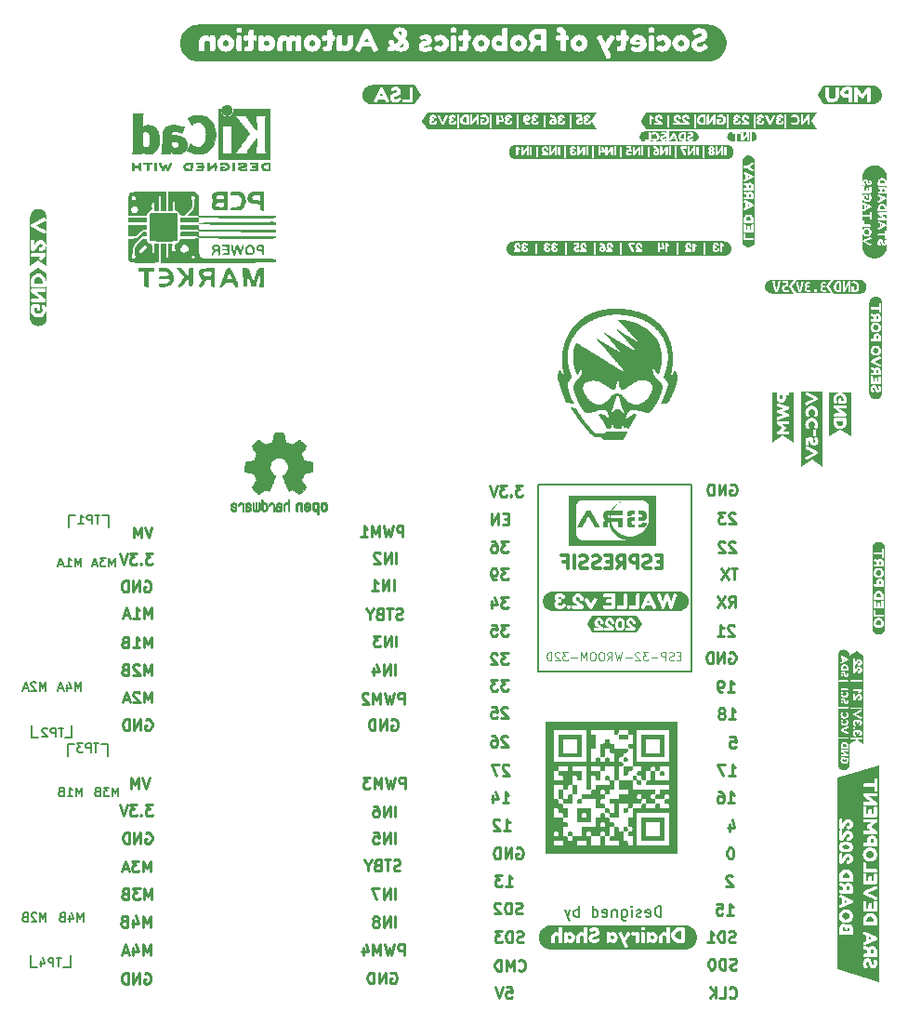
<source format=gbr>
%TF.GenerationSoftware,KiCad,Pcbnew,6.0.1-79c1e3a40b~116~ubuntu20.04.1*%
%TF.CreationDate,2022-02-02T01:42:16+05:30*%
%TF.ProjectId,sra_dev_board_2022,7372615f-6465-4765-9f62-6f6172645f32,rev?*%
%TF.SameCoordinates,Original*%
%TF.FileFunction,Legend,Bot*%
%TF.FilePolarity,Positive*%
%FSLAX46Y46*%
G04 Gerber Fmt 4.6, Leading zero omitted, Abs format (unit mm)*
G04 Created by KiCad (PCBNEW 6.0.1-79c1e3a40b~116~ubuntu20.04.1) date 2022-02-02 01:42:16*
%MOMM*%
%LPD*%
G01*
G04 APERTURE LIST*
%ADD10C,0.150000*%
%ADD11C,0.250000*%
%ADD12C,0.200000*%
%ADD13C,0.100000*%
%ADD14C,0.300000*%
%ADD15C,0.010000*%
G04 APERTURE END LIST*
D10*
X73400000Y-95300000D02*
X72800000Y-95300000D01*
X79700000Y-95900000D02*
X79700000Y-97000000D01*
X76400000Y-95300000D02*
X75800000Y-95300000D01*
X76100000Y-95900000D02*
X76100000Y-97000000D01*
X76400000Y-95300000D02*
X76400000Y-94200000D01*
X76200000Y-75100000D02*
X76200000Y-76200000D01*
X132904418Y-72298838D02*
X132904418Y-89298838D01*
X79100000Y-95900000D02*
X79700000Y-95900000D01*
X73300000Y-116200000D02*
X72700000Y-116200000D01*
X76200000Y-75100000D02*
X76800000Y-75100000D01*
X79800000Y-75100000D02*
X79800000Y-76200000D01*
X76300000Y-116200000D02*
X76300000Y-115100000D01*
X72800000Y-95300000D02*
X72800000Y-94200000D01*
X132904418Y-72298838D02*
X118904418Y-72298838D01*
X79200000Y-75100000D02*
X79800000Y-75100000D01*
X118904418Y-89298838D02*
X118904418Y-72298838D01*
X118904418Y-89298838D02*
X132904418Y-89298838D01*
X72700000Y-116200000D02*
X72700000Y-115100000D01*
X76300000Y-116200000D02*
X75700000Y-116200000D01*
X76100000Y-95900000D02*
X76700000Y-95900000D01*
D11*
X136876785Y-74947619D02*
X136829166Y-74900000D01*
X136733928Y-74852380D01*
X136495833Y-74852380D01*
X136400595Y-74900000D01*
X136352976Y-74947619D01*
X136305357Y-75042857D01*
X136305357Y-75138095D01*
X136352976Y-75280952D01*
X136924404Y-75852380D01*
X136305357Y-75852380D01*
X135972023Y-74852380D02*
X135352976Y-74852380D01*
X135686309Y-75233333D01*
X135543452Y-75233333D01*
X135448214Y-75280952D01*
X135400595Y-75328571D01*
X135352976Y-75423809D01*
X135352976Y-75661904D01*
X135400595Y-75757142D01*
X135448214Y-75804761D01*
X135543452Y-75852380D01*
X135829166Y-75852380D01*
X135924404Y-75804761D01*
X135972023Y-75757142D01*
X105899404Y-112602380D02*
X105899404Y-111602380D01*
X105423214Y-112602380D02*
X105423214Y-111602380D01*
X104851785Y-112602380D01*
X104851785Y-111602380D01*
X104232738Y-112030952D02*
X104327976Y-111983333D01*
X104375595Y-111935714D01*
X104423214Y-111840476D01*
X104423214Y-111792857D01*
X104375595Y-111697619D01*
X104327976Y-111650000D01*
X104232738Y-111602380D01*
X104042261Y-111602380D01*
X103947023Y-111650000D01*
X103899404Y-111697619D01*
X103851785Y-111792857D01*
X103851785Y-111840476D01*
X103899404Y-111935714D01*
X103947023Y-111983333D01*
X104042261Y-112030952D01*
X104232738Y-112030952D01*
X104327976Y-112078571D01*
X104375595Y-112126190D01*
X104423214Y-112221428D01*
X104423214Y-112411904D01*
X104375595Y-112507142D01*
X104327976Y-112554761D01*
X104232738Y-112602380D01*
X104042261Y-112602380D01*
X103947023Y-112554761D01*
X103899404Y-112507142D01*
X103851785Y-112411904D01*
X103851785Y-112221428D01*
X103899404Y-112126190D01*
X103947023Y-112078571D01*
X104042261Y-112030952D01*
D10*
X75692738Y-94461904D02*
X75235595Y-94461904D01*
X75464166Y-95261904D02*
X75464166Y-94461904D01*
X74968928Y-95261904D02*
X74968928Y-94461904D01*
X74664166Y-94461904D01*
X74587976Y-94500000D01*
X74549880Y-94538095D01*
X74511785Y-94614285D01*
X74511785Y-94728571D01*
X74549880Y-94804761D01*
X74587976Y-94842857D01*
X74664166Y-94880952D01*
X74968928Y-94880952D01*
X74207023Y-94538095D02*
X74168928Y-94500000D01*
X74092738Y-94461904D01*
X73902261Y-94461904D01*
X73826071Y-94500000D01*
X73787976Y-94538095D01*
X73749880Y-94614285D01*
X73749880Y-94690476D01*
X73787976Y-94804761D01*
X74245119Y-95261904D01*
X73749880Y-95261904D01*
D11*
X116199404Y-75428571D02*
X115866071Y-75428571D01*
X115723214Y-75952380D02*
X116199404Y-75952380D01*
X116199404Y-74952380D01*
X115723214Y-74952380D01*
X115294642Y-75952380D02*
X115294642Y-74952380D01*
X114723214Y-75952380D01*
X114723214Y-74952380D01*
X83599404Y-107552380D02*
X83599404Y-106552380D01*
X83266071Y-107266666D01*
X82932738Y-106552380D01*
X82932738Y-107552380D01*
X82551785Y-106552380D02*
X81932738Y-106552380D01*
X82266071Y-106933333D01*
X82123214Y-106933333D01*
X82027976Y-106980952D01*
X81980357Y-107028571D01*
X81932738Y-107123809D01*
X81932738Y-107361904D01*
X81980357Y-107457142D01*
X82027976Y-107504761D01*
X82123214Y-107552380D01*
X82408928Y-107552380D01*
X82504166Y-107504761D01*
X82551785Y-107457142D01*
X81551785Y-107266666D02*
X81075595Y-107266666D01*
X81647023Y-107552380D02*
X81313690Y-106552380D01*
X80980357Y-107552380D01*
X116194642Y-77452380D02*
X115575595Y-77452380D01*
X115908928Y-77833333D01*
X115766071Y-77833333D01*
X115670833Y-77880952D01*
X115623214Y-77928571D01*
X115575595Y-78023809D01*
X115575595Y-78261904D01*
X115623214Y-78357142D01*
X115670833Y-78404761D01*
X115766071Y-78452380D01*
X116051785Y-78452380D01*
X116147023Y-78404761D01*
X116194642Y-78357142D01*
X114718452Y-77452380D02*
X114908928Y-77452380D01*
X115004166Y-77500000D01*
X115051785Y-77547619D01*
X115147023Y-77690476D01*
X115194642Y-77880952D01*
X115194642Y-78261904D01*
X115147023Y-78357142D01*
X115099404Y-78404761D01*
X115004166Y-78452380D01*
X114813690Y-78452380D01*
X114718452Y-78404761D01*
X114670833Y-78357142D01*
X114623214Y-78261904D01*
X114623214Y-78023809D01*
X114670833Y-77928571D01*
X114718452Y-77880952D01*
X114813690Y-77833333D01*
X115004166Y-77833333D01*
X115099404Y-77880952D01*
X115147023Y-77928571D01*
X115194642Y-78023809D01*
X105575595Y-93700000D02*
X105670833Y-93652380D01*
X105813690Y-93652380D01*
X105956547Y-93700000D01*
X106051785Y-93795238D01*
X106099404Y-93890476D01*
X106147023Y-94080952D01*
X106147023Y-94223809D01*
X106099404Y-94414285D01*
X106051785Y-94509523D01*
X105956547Y-94604761D01*
X105813690Y-94652380D01*
X105718452Y-94652380D01*
X105575595Y-94604761D01*
X105527976Y-94557142D01*
X105527976Y-94223809D01*
X105718452Y-94223809D01*
X105099404Y-94652380D02*
X105099404Y-93652380D01*
X104527976Y-94652380D01*
X104527976Y-93652380D01*
X104051785Y-94652380D02*
X104051785Y-93652380D01*
X103813690Y-93652380D01*
X103670833Y-93700000D01*
X103575595Y-93795238D01*
X103527976Y-93890476D01*
X103480357Y-94080952D01*
X103480357Y-94223809D01*
X103527976Y-94414285D01*
X103575595Y-94509523D01*
X103670833Y-94604761D01*
X103813690Y-94652380D01*
X104051785Y-94652380D01*
X116247023Y-97847619D02*
X116199404Y-97800000D01*
X116104166Y-97752380D01*
X115866071Y-97752380D01*
X115770833Y-97800000D01*
X115723214Y-97847619D01*
X115675595Y-97942857D01*
X115675595Y-98038095D01*
X115723214Y-98180952D01*
X116294642Y-98752380D01*
X115675595Y-98752380D01*
X115342261Y-97752380D02*
X114675595Y-97752380D01*
X115104166Y-98752380D01*
X136624404Y-107947619D02*
X136576785Y-107900000D01*
X136481547Y-107852380D01*
X136243452Y-107852380D01*
X136148214Y-107900000D01*
X136100595Y-107947619D01*
X136052976Y-108042857D01*
X136052976Y-108138095D01*
X136100595Y-108280952D01*
X136672023Y-108852380D01*
X136052976Y-108852380D01*
X136105357Y-111452380D02*
X136676785Y-111452380D01*
X136391071Y-111452380D02*
X136391071Y-110452380D01*
X136486309Y-110595238D01*
X136581547Y-110690476D01*
X136676785Y-110738095D01*
X135200595Y-110452380D02*
X135676785Y-110452380D01*
X135724404Y-110928571D01*
X135676785Y-110880952D01*
X135581547Y-110833333D01*
X135343452Y-110833333D01*
X135248214Y-110880952D01*
X135200595Y-110928571D01*
X135152976Y-111023809D01*
X135152976Y-111261904D01*
X135200595Y-111357142D01*
X135248214Y-111404761D01*
X135343452Y-111452380D01*
X135581547Y-111452380D01*
X135676785Y-111404761D01*
X135724404Y-111357142D01*
X116194642Y-87652380D02*
X115575595Y-87652380D01*
X115908928Y-88033333D01*
X115766071Y-88033333D01*
X115670833Y-88080952D01*
X115623214Y-88128571D01*
X115575595Y-88223809D01*
X115575595Y-88461904D01*
X115623214Y-88557142D01*
X115670833Y-88604761D01*
X115766071Y-88652380D01*
X116051785Y-88652380D01*
X116147023Y-88604761D01*
X116194642Y-88557142D01*
X115194642Y-87747619D02*
X115147023Y-87700000D01*
X115051785Y-87652380D01*
X114813690Y-87652380D01*
X114718452Y-87700000D01*
X114670833Y-87747619D01*
X114623214Y-87842857D01*
X114623214Y-87938095D01*
X114670833Y-88080952D01*
X115242261Y-88652380D01*
X114623214Y-88652380D01*
X105899404Y-104952380D02*
X105899404Y-103952380D01*
X105423214Y-104952380D02*
X105423214Y-103952380D01*
X104851785Y-104952380D01*
X104851785Y-103952380D01*
X103899404Y-103952380D02*
X104375595Y-103952380D01*
X104423214Y-104428571D01*
X104375595Y-104380952D01*
X104280357Y-104333333D01*
X104042261Y-104333333D01*
X103947023Y-104380952D01*
X103899404Y-104428571D01*
X103851785Y-104523809D01*
X103851785Y-104761904D01*
X103899404Y-104857142D01*
X103947023Y-104904761D01*
X104042261Y-104952380D01*
X104280357Y-104952380D01*
X104375595Y-104904761D01*
X104423214Y-104857142D01*
D10*
X78992738Y-75061904D02*
X78535595Y-75061904D01*
X78764166Y-75861904D02*
X78764166Y-75061904D01*
X78268928Y-75861904D02*
X78268928Y-75061904D01*
X77964166Y-75061904D01*
X77887976Y-75100000D01*
X77849880Y-75138095D01*
X77811785Y-75214285D01*
X77811785Y-75328571D01*
X77849880Y-75404761D01*
X77887976Y-75442857D01*
X77964166Y-75480952D01*
X78268928Y-75480952D01*
X77049880Y-75861904D02*
X77507023Y-75861904D01*
X77278452Y-75861904D02*
X77278452Y-75061904D01*
X77354642Y-75176190D01*
X77430833Y-75252380D01*
X77507023Y-75290476D01*
D11*
X106699404Y-115152380D02*
X106699404Y-114152380D01*
X106318452Y-114152380D01*
X106223214Y-114200000D01*
X106175595Y-114247619D01*
X106127976Y-114342857D01*
X106127976Y-114485714D01*
X106175595Y-114580952D01*
X106223214Y-114628571D01*
X106318452Y-114676190D01*
X106699404Y-114676190D01*
X105794642Y-114152380D02*
X105556547Y-115152380D01*
X105366071Y-114438095D01*
X105175595Y-115152380D01*
X104937500Y-114152380D01*
X104556547Y-115152380D02*
X104556547Y-114152380D01*
X104223214Y-114866666D01*
X103889880Y-114152380D01*
X103889880Y-115152380D01*
X102985119Y-114485714D02*
X102985119Y-115152380D01*
X103223214Y-114104761D02*
X103461309Y-114819047D01*
X102842261Y-114819047D01*
D10*
X75492738Y-115361904D02*
X75035595Y-115361904D01*
X75264166Y-116161904D02*
X75264166Y-115361904D01*
X74768928Y-116161904D02*
X74768928Y-115361904D01*
X74464166Y-115361904D01*
X74387976Y-115400000D01*
X74349880Y-115438095D01*
X74311785Y-115514285D01*
X74311785Y-115628571D01*
X74349880Y-115704761D01*
X74387976Y-115742857D01*
X74464166Y-115780952D01*
X74768928Y-115780952D01*
X73626071Y-115628571D02*
X73626071Y-116161904D01*
X73816547Y-115323809D02*
X74007023Y-115895238D01*
X73511785Y-115895238D01*
D11*
X117494642Y-72352380D02*
X116875595Y-72352380D01*
X117208928Y-72733333D01*
X117066071Y-72733333D01*
X116970833Y-72780952D01*
X116923214Y-72828571D01*
X116875595Y-72923809D01*
X116875595Y-73161904D01*
X116923214Y-73257142D01*
X116970833Y-73304761D01*
X117066071Y-73352380D01*
X117351785Y-73352380D01*
X117447023Y-73304761D01*
X117494642Y-73257142D01*
X116447023Y-73257142D02*
X116399404Y-73304761D01*
X116447023Y-73352380D01*
X116494642Y-73304761D01*
X116447023Y-73257142D01*
X116447023Y-73352380D01*
X116066071Y-72352380D02*
X115447023Y-72352380D01*
X115780357Y-72733333D01*
X115637500Y-72733333D01*
X115542261Y-72780952D01*
X115494642Y-72828571D01*
X115447023Y-72923809D01*
X115447023Y-73161904D01*
X115494642Y-73257142D01*
X115542261Y-73304761D01*
X115637500Y-73352380D01*
X115923214Y-73352380D01*
X116018452Y-73304761D01*
X116066071Y-73257142D01*
X115161309Y-72352380D02*
X114827976Y-73352380D01*
X114494642Y-72352380D01*
X136976785Y-116404761D02*
X136833928Y-116452380D01*
X136595833Y-116452380D01*
X136500595Y-116404761D01*
X136452976Y-116357142D01*
X136405357Y-116261904D01*
X136405357Y-116166666D01*
X136452976Y-116071428D01*
X136500595Y-116023809D01*
X136595833Y-115976190D01*
X136786309Y-115928571D01*
X136881547Y-115880952D01*
X136929166Y-115833333D01*
X136976785Y-115738095D01*
X136976785Y-115642857D01*
X136929166Y-115547619D01*
X136881547Y-115500000D01*
X136786309Y-115452380D01*
X136548214Y-115452380D01*
X136405357Y-115500000D01*
X135976785Y-116452380D02*
X135976785Y-115452380D01*
X135738690Y-115452380D01*
X135595833Y-115500000D01*
X135500595Y-115595238D01*
X135452976Y-115690476D01*
X135405357Y-115880952D01*
X135405357Y-116023809D01*
X135452976Y-116214285D01*
X135500595Y-116309523D01*
X135595833Y-116404761D01*
X135738690Y-116452380D01*
X135976785Y-116452380D01*
X134786309Y-115452380D02*
X134691071Y-115452380D01*
X134595833Y-115500000D01*
X134548214Y-115547619D01*
X134500595Y-115642857D01*
X134452976Y-115833333D01*
X134452976Y-116071428D01*
X134500595Y-116261904D01*
X134548214Y-116357142D01*
X134595833Y-116404761D01*
X134691071Y-116452380D01*
X134786309Y-116452380D01*
X134881547Y-116404761D01*
X134929166Y-116357142D01*
X134976785Y-116261904D01*
X135024404Y-116071428D01*
X135024404Y-115833333D01*
X134976785Y-115642857D01*
X134929166Y-115547619D01*
X134881547Y-115500000D01*
X134786309Y-115452380D01*
X136362500Y-118957142D02*
X136410119Y-119004761D01*
X136552976Y-119052380D01*
X136648214Y-119052380D01*
X136791071Y-119004761D01*
X136886309Y-118909523D01*
X136933928Y-118814285D01*
X136981547Y-118623809D01*
X136981547Y-118480952D01*
X136933928Y-118290476D01*
X136886309Y-118195238D01*
X136791071Y-118100000D01*
X136648214Y-118052380D01*
X136552976Y-118052380D01*
X136410119Y-118100000D01*
X136362500Y-118147619D01*
X135457738Y-119052380D02*
X135933928Y-119052380D01*
X135933928Y-118052380D01*
X135124404Y-119052380D02*
X135124404Y-118052380D01*
X134552976Y-119052380D02*
X134981547Y-118480952D01*
X134552976Y-118052380D02*
X135124404Y-118623809D01*
X136305357Y-93652380D02*
X136876785Y-93652380D01*
X136591071Y-93652380D02*
X136591071Y-92652380D01*
X136686309Y-92795238D01*
X136781547Y-92890476D01*
X136876785Y-92938095D01*
X135733928Y-93080952D02*
X135829166Y-93033333D01*
X135876785Y-92985714D01*
X135924404Y-92890476D01*
X135924404Y-92842857D01*
X135876785Y-92747619D01*
X135829166Y-92700000D01*
X135733928Y-92652380D01*
X135543452Y-92652380D01*
X135448214Y-92700000D01*
X135400595Y-92747619D01*
X135352976Y-92842857D01*
X135352976Y-92890476D01*
X135400595Y-92985714D01*
X135448214Y-93033333D01*
X135543452Y-93080952D01*
X135733928Y-93080952D01*
X135829166Y-93128571D01*
X135876785Y-93176190D01*
X135924404Y-93271428D01*
X135924404Y-93461904D01*
X135876785Y-93557142D01*
X135829166Y-93604761D01*
X135733928Y-93652380D01*
X135543452Y-93652380D01*
X135448214Y-93604761D01*
X135400595Y-93557142D01*
X135352976Y-93461904D01*
X135352976Y-93271428D01*
X135400595Y-93176190D01*
X135448214Y-93128571D01*
X135543452Y-93080952D01*
X136348214Y-87600000D02*
X136443452Y-87552380D01*
X136586309Y-87552380D01*
X136729166Y-87600000D01*
X136824404Y-87695238D01*
X136872023Y-87790476D01*
X136919642Y-87980952D01*
X136919642Y-88123809D01*
X136872023Y-88314285D01*
X136824404Y-88409523D01*
X136729166Y-88504761D01*
X136586309Y-88552380D01*
X136491071Y-88552380D01*
X136348214Y-88504761D01*
X136300595Y-88457142D01*
X136300595Y-88123809D01*
X136491071Y-88123809D01*
X135872023Y-88552380D02*
X135872023Y-87552380D01*
X135300595Y-88552380D01*
X135300595Y-87552380D01*
X134824404Y-88552380D02*
X134824404Y-87552380D01*
X134586309Y-87552380D01*
X134443452Y-87600000D01*
X134348214Y-87695238D01*
X134300595Y-87790476D01*
X134252976Y-87980952D01*
X134252976Y-88123809D01*
X134300595Y-88314285D01*
X134348214Y-88409523D01*
X134443452Y-88504761D01*
X134586309Y-88552380D01*
X134824404Y-88552380D01*
X106699404Y-92252380D02*
X106699404Y-91252380D01*
X106318452Y-91252380D01*
X106223214Y-91300000D01*
X106175595Y-91347619D01*
X106127976Y-91442857D01*
X106127976Y-91585714D01*
X106175595Y-91680952D01*
X106223214Y-91728571D01*
X106318452Y-91776190D01*
X106699404Y-91776190D01*
X105794642Y-91252380D02*
X105556547Y-92252380D01*
X105366071Y-91538095D01*
X105175595Y-92252380D01*
X104937500Y-91252380D01*
X104556547Y-92252380D02*
X104556547Y-91252380D01*
X104223214Y-91966666D01*
X103889880Y-91252380D01*
X103889880Y-92252380D01*
X103461309Y-91347619D02*
X103413690Y-91300000D01*
X103318452Y-91252380D01*
X103080357Y-91252380D01*
X102985119Y-91300000D01*
X102937500Y-91347619D01*
X102889880Y-91442857D01*
X102889880Y-91538095D01*
X102937500Y-91680952D01*
X103508928Y-92252380D01*
X102889880Y-92252380D01*
X106547023Y-84504761D02*
X106404166Y-84552380D01*
X106166071Y-84552380D01*
X106070833Y-84504761D01*
X106023214Y-84457142D01*
X105975595Y-84361904D01*
X105975595Y-84266666D01*
X106023214Y-84171428D01*
X106070833Y-84123809D01*
X106166071Y-84076190D01*
X106356547Y-84028571D01*
X106451785Y-83980952D01*
X106499404Y-83933333D01*
X106547023Y-83838095D01*
X106547023Y-83742857D01*
X106499404Y-83647619D01*
X106451785Y-83600000D01*
X106356547Y-83552380D01*
X106118452Y-83552380D01*
X105975595Y-83600000D01*
X105689880Y-83552380D02*
X105118452Y-83552380D01*
X105404166Y-84552380D02*
X105404166Y-83552380D01*
X104451785Y-84028571D02*
X104308928Y-84076190D01*
X104261309Y-84123809D01*
X104213690Y-84219047D01*
X104213690Y-84361904D01*
X104261309Y-84457142D01*
X104308928Y-84504761D01*
X104404166Y-84552380D01*
X104785119Y-84552380D01*
X104785119Y-83552380D01*
X104451785Y-83552380D01*
X104356547Y-83600000D01*
X104308928Y-83647619D01*
X104261309Y-83742857D01*
X104261309Y-83838095D01*
X104308928Y-83933333D01*
X104356547Y-83980952D01*
X104451785Y-84028571D01*
X104785119Y-84028571D01*
X103594642Y-84076190D02*
X103594642Y-84552380D01*
X103927976Y-83552380D02*
X103594642Y-84076190D01*
X103261309Y-83552380D01*
D10*
X77268928Y-79761904D02*
X77268928Y-78961904D01*
X77002261Y-79533333D01*
X76735595Y-78961904D01*
X76735595Y-79761904D01*
X75935595Y-79761904D02*
X76392738Y-79761904D01*
X76164166Y-79761904D02*
X76164166Y-78961904D01*
X76240357Y-79076190D01*
X76316547Y-79152380D01*
X76392738Y-79190476D01*
X75630833Y-79533333D02*
X75249880Y-79533333D01*
X75707023Y-79761904D02*
X75440357Y-78961904D01*
X75173690Y-79761904D01*
X77383214Y-100661904D02*
X77383214Y-99861904D01*
X77116547Y-100433333D01*
X76849880Y-99861904D01*
X76849880Y-100661904D01*
X76049880Y-100661904D02*
X76507023Y-100661904D01*
X76278452Y-100661904D02*
X76278452Y-99861904D01*
X76354642Y-99976190D01*
X76430833Y-100052380D01*
X76507023Y-100090476D01*
X75440357Y-100242857D02*
X75326071Y-100280952D01*
X75287976Y-100319047D01*
X75249880Y-100395238D01*
X75249880Y-100509523D01*
X75287976Y-100585714D01*
X75326071Y-100623809D01*
X75402261Y-100661904D01*
X75707023Y-100661904D01*
X75707023Y-99861904D01*
X75440357Y-99861904D01*
X75364166Y-99900000D01*
X75326071Y-99938095D01*
X75287976Y-100014285D01*
X75287976Y-100090476D01*
X75326071Y-100166666D01*
X75364166Y-100204761D01*
X75440357Y-100242857D01*
X75707023Y-100242857D01*
D11*
X106347023Y-107404761D02*
X106204166Y-107452380D01*
X105966071Y-107452380D01*
X105870833Y-107404761D01*
X105823214Y-107357142D01*
X105775595Y-107261904D01*
X105775595Y-107166666D01*
X105823214Y-107071428D01*
X105870833Y-107023809D01*
X105966071Y-106976190D01*
X106156547Y-106928571D01*
X106251785Y-106880952D01*
X106299404Y-106833333D01*
X106347023Y-106738095D01*
X106347023Y-106642857D01*
X106299404Y-106547619D01*
X106251785Y-106500000D01*
X106156547Y-106452380D01*
X105918452Y-106452380D01*
X105775595Y-106500000D01*
X105489880Y-106452380D02*
X104918452Y-106452380D01*
X105204166Y-107452380D02*
X105204166Y-106452380D01*
X104251785Y-106928571D02*
X104108928Y-106976190D01*
X104061309Y-107023809D01*
X104013690Y-107119047D01*
X104013690Y-107261904D01*
X104061309Y-107357142D01*
X104108928Y-107404761D01*
X104204166Y-107452380D01*
X104585119Y-107452380D01*
X104585119Y-106452380D01*
X104251785Y-106452380D01*
X104156547Y-106500000D01*
X104108928Y-106547619D01*
X104061309Y-106642857D01*
X104061309Y-106738095D01*
X104108928Y-106833333D01*
X104156547Y-106880952D01*
X104251785Y-106928571D01*
X104585119Y-106928571D01*
X103394642Y-106976190D02*
X103394642Y-107452380D01*
X103727976Y-106452380D02*
X103394642Y-106976190D01*
X103061309Y-106452380D01*
X83542261Y-98952380D02*
X83208928Y-99952380D01*
X82875595Y-98952380D01*
X82542261Y-99952380D02*
X82542261Y-98952380D01*
X82208928Y-99666666D01*
X81875595Y-98952380D01*
X81875595Y-99952380D01*
X136205357Y-101252380D02*
X136776785Y-101252380D01*
X136491071Y-101252380D02*
X136491071Y-100252380D01*
X136586309Y-100395238D01*
X136681547Y-100490476D01*
X136776785Y-100538095D01*
X135348214Y-100252380D02*
X135538690Y-100252380D01*
X135633928Y-100300000D01*
X135681547Y-100347619D01*
X135776785Y-100490476D01*
X135824404Y-100680952D01*
X135824404Y-101061904D01*
X135776785Y-101157142D01*
X135729166Y-101204761D01*
X135633928Y-101252380D01*
X135443452Y-101252380D01*
X135348214Y-101204761D01*
X135300595Y-101157142D01*
X135252976Y-101061904D01*
X135252976Y-100823809D01*
X135300595Y-100728571D01*
X135348214Y-100680952D01*
X135443452Y-100633333D01*
X135633928Y-100633333D01*
X135729166Y-100680952D01*
X135776785Y-100728571D01*
X135824404Y-100823809D01*
D10*
X78892738Y-95861904D02*
X78435595Y-95861904D01*
X78664166Y-96661904D02*
X78664166Y-95861904D01*
X78168928Y-96661904D02*
X78168928Y-95861904D01*
X77864166Y-95861904D01*
X77787976Y-95900000D01*
X77749880Y-95938095D01*
X77711785Y-96014285D01*
X77711785Y-96128571D01*
X77749880Y-96204761D01*
X77787976Y-96242857D01*
X77864166Y-96280952D01*
X78168928Y-96280952D01*
X77445119Y-95861904D02*
X76949880Y-95861904D01*
X77216547Y-96166666D01*
X77102261Y-96166666D01*
X77026071Y-96204761D01*
X76987976Y-96242857D01*
X76949880Y-96319047D01*
X76949880Y-96509523D01*
X76987976Y-96585714D01*
X77026071Y-96623809D01*
X77102261Y-96661904D01*
X77330833Y-96661904D01*
X77407023Y-96623809D01*
X77445119Y-96585714D01*
D11*
X105899404Y-89652380D02*
X105899404Y-88652380D01*
X105423214Y-89652380D02*
X105423214Y-88652380D01*
X104851785Y-89652380D01*
X104851785Y-88652380D01*
X103947023Y-88985714D02*
X103947023Y-89652380D01*
X104185119Y-88604761D02*
X104423214Y-89319047D01*
X103804166Y-89319047D01*
X83075595Y-81100000D02*
X83170833Y-81052380D01*
X83313690Y-81052380D01*
X83456547Y-81100000D01*
X83551785Y-81195238D01*
X83599404Y-81290476D01*
X83647023Y-81480952D01*
X83647023Y-81623809D01*
X83599404Y-81814285D01*
X83551785Y-81909523D01*
X83456547Y-82004761D01*
X83313690Y-82052380D01*
X83218452Y-82052380D01*
X83075595Y-82004761D01*
X83027976Y-81957142D01*
X83027976Y-81623809D01*
X83218452Y-81623809D01*
X82599404Y-82052380D02*
X82599404Y-81052380D01*
X82027976Y-82052380D01*
X82027976Y-81052380D01*
X81551785Y-82052380D02*
X81551785Y-81052380D01*
X81313690Y-81052380D01*
X81170833Y-81100000D01*
X81075595Y-81195238D01*
X81027976Y-81290476D01*
X80980357Y-81480952D01*
X80980357Y-81623809D01*
X81027976Y-81814285D01*
X81075595Y-81909523D01*
X81170833Y-82004761D01*
X81313690Y-82052380D01*
X81551785Y-82052380D01*
X136876785Y-77547619D02*
X136829166Y-77500000D01*
X136733928Y-77452380D01*
X136495833Y-77452380D01*
X136400595Y-77500000D01*
X136352976Y-77547619D01*
X136305357Y-77642857D01*
X136305357Y-77738095D01*
X136352976Y-77880952D01*
X136924404Y-78452380D01*
X136305357Y-78452380D01*
X135924404Y-77547619D02*
X135876785Y-77500000D01*
X135781547Y-77452380D01*
X135543452Y-77452380D01*
X135448214Y-77500000D01*
X135400595Y-77547619D01*
X135352976Y-77642857D01*
X135352976Y-77738095D01*
X135400595Y-77880952D01*
X135972023Y-78452380D01*
X135352976Y-78452380D01*
X136348214Y-103185714D02*
X136348214Y-103852380D01*
X136586309Y-102804761D02*
X136824404Y-103519047D01*
X136205357Y-103519047D01*
X83699404Y-110052380D02*
X83699404Y-109052380D01*
X83366071Y-109766666D01*
X83032738Y-109052380D01*
X83032738Y-110052380D01*
X82651785Y-109052380D02*
X82032738Y-109052380D01*
X82366071Y-109433333D01*
X82223214Y-109433333D01*
X82127976Y-109480952D01*
X82080357Y-109528571D01*
X82032738Y-109623809D01*
X82032738Y-109861904D01*
X82080357Y-109957142D01*
X82127976Y-110004761D01*
X82223214Y-110052380D01*
X82508928Y-110052380D01*
X82604166Y-110004761D01*
X82651785Y-109957142D01*
X81270833Y-109528571D02*
X81127976Y-109576190D01*
X81080357Y-109623809D01*
X81032738Y-109719047D01*
X81032738Y-109861904D01*
X81080357Y-109957142D01*
X81127976Y-110004761D01*
X81223214Y-110052380D01*
X81604166Y-110052380D01*
X81604166Y-109052380D01*
X81270833Y-109052380D01*
X81175595Y-109100000D01*
X81127976Y-109147619D01*
X81080357Y-109242857D01*
X81080357Y-109338095D01*
X81127976Y-109433333D01*
X81175595Y-109480952D01*
X81270833Y-109528571D01*
X81604166Y-109528571D01*
X116147023Y-92647619D02*
X116099404Y-92600000D01*
X116004166Y-92552380D01*
X115766071Y-92552380D01*
X115670833Y-92600000D01*
X115623214Y-92647619D01*
X115575595Y-92742857D01*
X115575595Y-92838095D01*
X115623214Y-92980952D01*
X116194642Y-93552380D01*
X115575595Y-93552380D01*
X114670833Y-92552380D02*
X115147023Y-92552380D01*
X115194642Y-93028571D01*
X115147023Y-92980952D01*
X115051785Y-92933333D01*
X114813690Y-92933333D01*
X114718452Y-92980952D01*
X114670833Y-93028571D01*
X114623214Y-93123809D01*
X114623214Y-93361904D01*
X114670833Y-93457142D01*
X114718452Y-93504761D01*
X114813690Y-93552380D01*
X115051785Y-93552380D01*
X115147023Y-93504761D01*
X115194642Y-93457142D01*
D10*
X74083214Y-112061904D02*
X74083214Y-111261904D01*
X73816547Y-111833333D01*
X73549880Y-111261904D01*
X73549880Y-112061904D01*
X73207023Y-111338095D02*
X73168928Y-111300000D01*
X73092738Y-111261904D01*
X72902261Y-111261904D01*
X72826071Y-111300000D01*
X72787976Y-111338095D01*
X72749880Y-111414285D01*
X72749880Y-111490476D01*
X72787976Y-111604761D01*
X73245119Y-112061904D01*
X72749880Y-112061904D01*
X72140357Y-111642857D02*
X72026071Y-111680952D01*
X71987976Y-111719047D01*
X71949880Y-111795238D01*
X71949880Y-111909523D01*
X71987976Y-111985714D01*
X72026071Y-112023809D01*
X72102261Y-112061904D01*
X72407023Y-112061904D01*
X72407023Y-111261904D01*
X72140357Y-111261904D01*
X72064166Y-111300000D01*
X72026071Y-111338095D01*
X71987976Y-111414285D01*
X71987976Y-111490476D01*
X72026071Y-111566666D01*
X72064166Y-111604761D01*
X72140357Y-111642857D01*
X72407023Y-111642857D01*
D11*
X116147023Y-95247619D02*
X116099404Y-95200000D01*
X116004166Y-95152380D01*
X115766071Y-95152380D01*
X115670833Y-95200000D01*
X115623214Y-95247619D01*
X115575595Y-95342857D01*
X115575595Y-95438095D01*
X115623214Y-95580952D01*
X116194642Y-96152380D01*
X115575595Y-96152380D01*
X114718452Y-95152380D02*
X114908928Y-95152380D01*
X115004166Y-95200000D01*
X115051785Y-95247619D01*
X115147023Y-95390476D01*
X115194642Y-95580952D01*
X115194642Y-95961904D01*
X115147023Y-96057142D01*
X115099404Y-96104761D01*
X115004166Y-96152380D01*
X114813690Y-96152380D01*
X114718452Y-96104761D01*
X114670833Y-96057142D01*
X114623214Y-95961904D01*
X114623214Y-95723809D01*
X114670833Y-95628571D01*
X114718452Y-95580952D01*
X114813690Y-95533333D01*
X115004166Y-95533333D01*
X115099404Y-95580952D01*
X115147023Y-95628571D01*
X115194642Y-95723809D01*
X115775595Y-103752380D02*
X116347023Y-103752380D01*
X116061309Y-103752380D02*
X116061309Y-102752380D01*
X116156547Y-102895238D01*
X116251785Y-102990476D01*
X116347023Y-103038095D01*
X115394642Y-102847619D02*
X115347023Y-102800000D01*
X115251785Y-102752380D01*
X115013690Y-102752380D01*
X114918452Y-102800000D01*
X114870833Y-102847619D01*
X114823214Y-102942857D01*
X114823214Y-103038095D01*
X114870833Y-103180952D01*
X115442261Y-103752380D01*
X114823214Y-103752380D01*
X105899404Y-102552380D02*
X105899404Y-101552380D01*
X105423214Y-102552380D02*
X105423214Y-101552380D01*
X104851785Y-102552380D01*
X104851785Y-101552380D01*
X103947023Y-101552380D02*
X104137500Y-101552380D01*
X104232738Y-101600000D01*
X104280357Y-101647619D01*
X104375595Y-101790476D01*
X104423214Y-101980952D01*
X104423214Y-102361904D01*
X104375595Y-102457142D01*
X104327976Y-102504761D01*
X104232738Y-102552380D01*
X104042261Y-102552380D01*
X103947023Y-102504761D01*
X103899404Y-102457142D01*
X103851785Y-102361904D01*
X103851785Y-102123809D01*
X103899404Y-102028571D01*
X103947023Y-101980952D01*
X104042261Y-101933333D01*
X104232738Y-101933333D01*
X104327976Y-101980952D01*
X104375595Y-102028571D01*
X104423214Y-102123809D01*
X83699404Y-84452380D02*
X83699404Y-83452380D01*
X83366071Y-84166666D01*
X83032738Y-83452380D01*
X83032738Y-84452380D01*
X82032738Y-84452380D02*
X82604166Y-84452380D01*
X82318452Y-84452380D02*
X82318452Y-83452380D01*
X82413690Y-83595238D01*
X82508928Y-83690476D01*
X82604166Y-83738095D01*
X81651785Y-84166666D02*
X81175595Y-84166666D01*
X81747023Y-84452380D02*
X81413690Y-83452380D01*
X81080357Y-84452380D01*
X105999404Y-79452380D02*
X105999404Y-78452380D01*
X105523214Y-79452380D02*
X105523214Y-78452380D01*
X104951785Y-79452380D01*
X104951785Y-78452380D01*
X104523214Y-78547619D02*
X104475595Y-78500000D01*
X104380357Y-78452380D01*
X104142261Y-78452380D01*
X104047023Y-78500000D01*
X103999404Y-78547619D01*
X103951785Y-78642857D01*
X103951785Y-78738095D01*
X103999404Y-78880952D01*
X104570833Y-79452380D01*
X103951785Y-79452380D01*
X83742261Y-76152380D02*
X83408928Y-77152380D01*
X83075595Y-76152380D01*
X82742261Y-77152380D02*
X82742261Y-76152380D01*
X82408928Y-76866666D01*
X82075595Y-76152380D01*
X82075595Y-77152380D01*
X106799404Y-99952380D02*
X106799404Y-98952380D01*
X106418452Y-98952380D01*
X106323214Y-99000000D01*
X106275595Y-99047619D01*
X106227976Y-99142857D01*
X106227976Y-99285714D01*
X106275595Y-99380952D01*
X106323214Y-99428571D01*
X106418452Y-99476190D01*
X106799404Y-99476190D01*
X105894642Y-98952380D02*
X105656547Y-99952380D01*
X105466071Y-99238095D01*
X105275595Y-99952380D01*
X105037500Y-98952380D01*
X104656547Y-99952380D02*
X104656547Y-98952380D01*
X104323214Y-99666666D01*
X103989880Y-98952380D01*
X103989880Y-99952380D01*
X103608928Y-98952380D02*
X102989880Y-98952380D01*
X103323214Y-99333333D01*
X103180357Y-99333333D01*
X103085119Y-99380952D01*
X103037500Y-99428571D01*
X102989880Y-99523809D01*
X102989880Y-99761904D01*
X103037500Y-99857142D01*
X103085119Y-99904761D01*
X103180357Y-99952380D01*
X103466071Y-99952380D01*
X103561309Y-99904761D01*
X103608928Y-99857142D01*
X116194642Y-90052380D02*
X115575595Y-90052380D01*
X115908928Y-90433333D01*
X115766071Y-90433333D01*
X115670833Y-90480952D01*
X115623214Y-90528571D01*
X115575595Y-90623809D01*
X115575595Y-90861904D01*
X115623214Y-90957142D01*
X115670833Y-91004761D01*
X115766071Y-91052380D01*
X116051785Y-91052380D01*
X116147023Y-91004761D01*
X116194642Y-90957142D01*
X115242261Y-90052380D02*
X114623214Y-90052380D01*
X114956547Y-90433333D01*
X114813690Y-90433333D01*
X114718452Y-90480952D01*
X114670833Y-90528571D01*
X114623214Y-90623809D01*
X114623214Y-90861904D01*
X114670833Y-90957142D01*
X114718452Y-91004761D01*
X114813690Y-91052380D01*
X115099404Y-91052380D01*
X115194642Y-91004761D01*
X115242261Y-90957142D01*
D10*
X77483214Y-112061904D02*
X77483214Y-111261904D01*
X77216547Y-111833333D01*
X76949880Y-111261904D01*
X76949880Y-112061904D01*
X76226071Y-111528571D02*
X76226071Y-112061904D01*
X76416547Y-111223809D02*
X76607023Y-111795238D01*
X76111785Y-111795238D01*
X75540357Y-111642857D02*
X75426071Y-111680952D01*
X75387976Y-111719047D01*
X75349880Y-111795238D01*
X75349880Y-111909523D01*
X75387976Y-111985714D01*
X75426071Y-112023809D01*
X75502261Y-112061904D01*
X75807023Y-112061904D01*
X75807023Y-111261904D01*
X75540357Y-111261904D01*
X75464166Y-111300000D01*
X75426071Y-111338095D01*
X75387976Y-111414285D01*
X75387976Y-111490476D01*
X75426071Y-111566666D01*
X75464166Y-111604761D01*
X75540357Y-111642857D01*
X75807023Y-111642857D01*
D11*
X83599404Y-115152380D02*
X83599404Y-114152380D01*
X83266071Y-114866666D01*
X82932738Y-114152380D01*
X82932738Y-115152380D01*
X82027976Y-114485714D02*
X82027976Y-115152380D01*
X82266071Y-114104761D02*
X82504166Y-114819047D01*
X81885119Y-114819047D01*
X81551785Y-114866666D02*
X81075595Y-114866666D01*
X81647023Y-115152380D02*
X81313690Y-114152380D01*
X80980357Y-115152380D01*
X105999404Y-87052380D02*
X105999404Y-86052380D01*
X105523214Y-87052380D02*
X105523214Y-86052380D01*
X104951785Y-87052380D01*
X104951785Y-86052380D01*
X104570833Y-86052380D02*
X103951785Y-86052380D01*
X104285119Y-86433333D01*
X104142261Y-86433333D01*
X104047023Y-86480952D01*
X103999404Y-86528571D01*
X103951785Y-86623809D01*
X103951785Y-86861904D01*
X103999404Y-86957142D01*
X104047023Y-87004761D01*
X104142261Y-87052380D01*
X104427976Y-87052380D01*
X104523214Y-87004761D01*
X104570833Y-86957142D01*
X116975595Y-105400000D02*
X117070833Y-105352380D01*
X117213690Y-105352380D01*
X117356547Y-105400000D01*
X117451785Y-105495238D01*
X117499404Y-105590476D01*
X117547023Y-105780952D01*
X117547023Y-105923809D01*
X117499404Y-106114285D01*
X117451785Y-106209523D01*
X117356547Y-106304761D01*
X117213690Y-106352380D01*
X117118452Y-106352380D01*
X116975595Y-106304761D01*
X116927976Y-106257142D01*
X116927976Y-105923809D01*
X117118452Y-105923809D01*
X116499404Y-106352380D02*
X116499404Y-105352380D01*
X115927976Y-106352380D01*
X115927976Y-105352380D01*
X115451785Y-106352380D02*
X115451785Y-105352380D01*
X115213690Y-105352380D01*
X115070833Y-105400000D01*
X114975595Y-105495238D01*
X114927976Y-105590476D01*
X114880357Y-105780952D01*
X114880357Y-105923809D01*
X114927976Y-106114285D01*
X114975595Y-106209523D01*
X115070833Y-106304761D01*
X115213690Y-106352380D01*
X115451785Y-106352380D01*
X136305357Y-83452380D02*
X136638690Y-82976190D01*
X136876785Y-83452380D02*
X136876785Y-82452380D01*
X136495833Y-82452380D01*
X136400595Y-82500000D01*
X136352976Y-82547619D01*
X136305357Y-82642857D01*
X136305357Y-82785714D01*
X136352976Y-82880952D01*
X136400595Y-82928571D01*
X136495833Y-82976190D01*
X136876785Y-82976190D01*
X135972023Y-82452380D02*
X135305357Y-83452380D01*
X135305357Y-82452380D02*
X135972023Y-83452380D01*
X136776785Y-85147619D02*
X136729166Y-85100000D01*
X136633928Y-85052380D01*
X136395833Y-85052380D01*
X136300595Y-85100000D01*
X136252976Y-85147619D01*
X136205357Y-85242857D01*
X136205357Y-85338095D01*
X136252976Y-85480952D01*
X136824404Y-86052380D01*
X136205357Y-86052380D01*
X135252976Y-86052380D02*
X135824404Y-86052380D01*
X135538690Y-86052380D02*
X135538690Y-85052380D01*
X135633928Y-85195238D01*
X135729166Y-85290476D01*
X135824404Y-85338095D01*
X115975595Y-108852380D02*
X116547023Y-108852380D01*
X116261309Y-108852380D02*
X116261309Y-107852380D01*
X116356547Y-107995238D01*
X116451785Y-108090476D01*
X116547023Y-108138095D01*
X115642261Y-107852380D02*
X115023214Y-107852380D01*
X115356547Y-108233333D01*
X115213690Y-108233333D01*
X115118452Y-108280952D01*
X115070833Y-108328571D01*
X115023214Y-108423809D01*
X115023214Y-108661904D01*
X115070833Y-108757142D01*
X115118452Y-108804761D01*
X115213690Y-108852380D01*
X115499404Y-108852380D01*
X115594642Y-108804761D01*
X115642261Y-108757142D01*
X83175595Y-104000000D02*
X83270833Y-103952380D01*
X83413690Y-103952380D01*
X83556547Y-104000000D01*
X83651785Y-104095238D01*
X83699404Y-104190476D01*
X83747023Y-104380952D01*
X83747023Y-104523809D01*
X83699404Y-104714285D01*
X83651785Y-104809523D01*
X83556547Y-104904761D01*
X83413690Y-104952380D01*
X83318452Y-104952380D01*
X83175595Y-104904761D01*
X83127976Y-104857142D01*
X83127976Y-104523809D01*
X83318452Y-104523809D01*
X82699404Y-104952380D02*
X82699404Y-103952380D01*
X82127976Y-104952380D01*
X82127976Y-103952380D01*
X81651785Y-104952380D02*
X81651785Y-103952380D01*
X81413690Y-103952380D01*
X81270833Y-104000000D01*
X81175595Y-104095238D01*
X81127976Y-104190476D01*
X81080357Y-104380952D01*
X81080357Y-104523809D01*
X81127976Y-104714285D01*
X81175595Y-104809523D01*
X81270833Y-104904761D01*
X81413690Y-104952380D01*
X81651785Y-104952380D01*
D10*
X80683214Y-100661904D02*
X80683214Y-99861904D01*
X80416547Y-100433333D01*
X80149880Y-99861904D01*
X80149880Y-100661904D01*
X79845119Y-99861904D02*
X79349880Y-99861904D01*
X79616547Y-100166666D01*
X79502261Y-100166666D01*
X79426071Y-100204761D01*
X79387976Y-100242857D01*
X79349880Y-100319047D01*
X79349880Y-100509523D01*
X79387976Y-100585714D01*
X79426071Y-100623809D01*
X79502261Y-100661904D01*
X79730833Y-100661904D01*
X79807023Y-100623809D01*
X79845119Y-100585714D01*
X78740357Y-100242857D02*
X78626071Y-100280952D01*
X78587976Y-100319047D01*
X78549880Y-100395238D01*
X78549880Y-100509523D01*
X78587976Y-100585714D01*
X78626071Y-100623809D01*
X78702261Y-100661904D01*
X79007023Y-100661904D01*
X79007023Y-99861904D01*
X78740357Y-99861904D01*
X78664166Y-99900000D01*
X78626071Y-99938095D01*
X78587976Y-100014285D01*
X78587976Y-100090476D01*
X78626071Y-100166666D01*
X78664166Y-100204761D01*
X78740357Y-100242857D01*
X79007023Y-100242857D01*
X74068928Y-91061904D02*
X74068928Y-90261904D01*
X73802261Y-90833333D01*
X73535595Y-90261904D01*
X73535595Y-91061904D01*
X73192738Y-90338095D02*
X73154642Y-90300000D01*
X73078452Y-90261904D01*
X72887976Y-90261904D01*
X72811785Y-90300000D01*
X72773690Y-90338095D01*
X72735595Y-90414285D01*
X72735595Y-90490476D01*
X72773690Y-90604761D01*
X73230833Y-91061904D01*
X72735595Y-91061904D01*
X72430833Y-90833333D02*
X72049880Y-90833333D01*
X72507023Y-91061904D02*
X72240357Y-90261904D01*
X71973690Y-91061904D01*
D11*
X117127976Y-116457142D02*
X117175595Y-116504761D01*
X117318452Y-116552380D01*
X117413690Y-116552380D01*
X117556547Y-116504761D01*
X117651785Y-116409523D01*
X117699404Y-116314285D01*
X117747023Y-116123809D01*
X117747023Y-115980952D01*
X117699404Y-115790476D01*
X117651785Y-115695238D01*
X117556547Y-115600000D01*
X117413690Y-115552380D01*
X117318452Y-115552380D01*
X117175595Y-115600000D01*
X117127976Y-115647619D01*
X116699404Y-116552380D02*
X116699404Y-115552380D01*
X116366071Y-116266666D01*
X116032738Y-115552380D01*
X116032738Y-116552380D01*
X115556547Y-116552380D02*
X115556547Y-115552380D01*
X115318452Y-115552380D01*
X115175595Y-115600000D01*
X115080357Y-115695238D01*
X115032738Y-115790476D01*
X114985119Y-115980952D01*
X114985119Y-116123809D01*
X115032738Y-116314285D01*
X115080357Y-116409523D01*
X115175595Y-116504761D01*
X115318452Y-116552380D01*
X115556547Y-116552380D01*
X83699404Y-92142380D02*
X83699404Y-91142380D01*
X83366071Y-91856666D01*
X83032738Y-91142380D01*
X83032738Y-92142380D01*
X82604166Y-91237619D02*
X82556547Y-91190000D01*
X82461309Y-91142380D01*
X82223214Y-91142380D01*
X82127976Y-91190000D01*
X82080357Y-91237619D01*
X82032738Y-91332857D01*
X82032738Y-91428095D01*
X82080357Y-91570952D01*
X82651785Y-92142380D01*
X82032738Y-92142380D01*
X81651785Y-91856666D02*
X81175595Y-91856666D01*
X81747023Y-92142380D02*
X81413690Y-91142380D01*
X81080357Y-92142380D01*
X83599404Y-112552380D02*
X83599404Y-111552380D01*
X83266071Y-112266666D01*
X82932738Y-111552380D01*
X82932738Y-112552380D01*
X82027976Y-111885714D02*
X82027976Y-112552380D01*
X82266071Y-111504761D02*
X82504166Y-112219047D01*
X81885119Y-112219047D01*
X81170833Y-112028571D02*
X81027976Y-112076190D01*
X80980357Y-112123809D01*
X80932738Y-112219047D01*
X80932738Y-112361904D01*
X80980357Y-112457142D01*
X81027976Y-112504761D01*
X81123214Y-112552380D01*
X81504166Y-112552380D01*
X81504166Y-111552380D01*
X81170833Y-111552380D01*
X81075595Y-111600000D01*
X81027976Y-111647619D01*
X80980357Y-111742857D01*
X80980357Y-111838095D01*
X81027976Y-111933333D01*
X81075595Y-111980952D01*
X81170833Y-112028571D01*
X81504166Y-112028571D01*
X117547023Y-113904761D02*
X117404166Y-113952380D01*
X117166071Y-113952380D01*
X117070833Y-113904761D01*
X117023214Y-113857142D01*
X116975595Y-113761904D01*
X116975595Y-113666666D01*
X117023214Y-113571428D01*
X117070833Y-113523809D01*
X117166071Y-113476190D01*
X117356547Y-113428571D01*
X117451785Y-113380952D01*
X117499404Y-113333333D01*
X117547023Y-113238095D01*
X117547023Y-113142857D01*
X117499404Y-113047619D01*
X117451785Y-113000000D01*
X117356547Y-112952380D01*
X117118452Y-112952380D01*
X116975595Y-113000000D01*
X116547023Y-113952380D02*
X116547023Y-112952380D01*
X116308928Y-112952380D01*
X116166071Y-113000000D01*
X116070833Y-113095238D01*
X116023214Y-113190476D01*
X115975595Y-113380952D01*
X115975595Y-113523809D01*
X116023214Y-113714285D01*
X116070833Y-113809523D01*
X116166071Y-113904761D01*
X116308928Y-113952380D01*
X116547023Y-113952380D01*
X115642261Y-112952380D02*
X115023214Y-112952380D01*
X115356547Y-113333333D01*
X115213690Y-113333333D01*
X115118452Y-113380952D01*
X115070833Y-113428571D01*
X115023214Y-113523809D01*
X115023214Y-113761904D01*
X115070833Y-113857142D01*
X115118452Y-113904761D01*
X115213690Y-113952380D01*
X115499404Y-113952380D01*
X115594642Y-113904761D01*
X115642261Y-113857142D01*
X83794642Y-78552380D02*
X83175595Y-78552380D01*
X83508928Y-78933333D01*
X83366071Y-78933333D01*
X83270833Y-78980952D01*
X83223214Y-79028571D01*
X83175595Y-79123809D01*
X83175595Y-79361904D01*
X83223214Y-79457142D01*
X83270833Y-79504761D01*
X83366071Y-79552380D01*
X83651785Y-79552380D01*
X83747023Y-79504761D01*
X83794642Y-79457142D01*
X82747023Y-79457142D02*
X82699404Y-79504761D01*
X82747023Y-79552380D01*
X82794642Y-79504761D01*
X82747023Y-79457142D01*
X82747023Y-79552380D01*
X82366071Y-78552380D02*
X81747023Y-78552380D01*
X82080357Y-78933333D01*
X81937500Y-78933333D01*
X81842261Y-78980952D01*
X81794642Y-79028571D01*
X81747023Y-79123809D01*
X81747023Y-79361904D01*
X81794642Y-79457142D01*
X81842261Y-79504761D01*
X81937500Y-79552380D01*
X82223214Y-79552380D01*
X82318452Y-79504761D01*
X82366071Y-79457142D01*
X81461309Y-78552380D02*
X81127976Y-79552380D01*
X80794642Y-78552380D01*
X83175595Y-93700000D02*
X83270833Y-93652380D01*
X83413690Y-93652380D01*
X83556547Y-93700000D01*
X83651785Y-93795238D01*
X83699404Y-93890476D01*
X83747023Y-94080952D01*
X83747023Y-94223809D01*
X83699404Y-94414285D01*
X83651785Y-94509523D01*
X83556547Y-94604761D01*
X83413690Y-94652380D01*
X83318452Y-94652380D01*
X83175595Y-94604761D01*
X83127976Y-94557142D01*
X83127976Y-94223809D01*
X83318452Y-94223809D01*
X82699404Y-94652380D02*
X82699404Y-93652380D01*
X82127976Y-94652380D01*
X82127976Y-93652380D01*
X81651785Y-94652380D02*
X81651785Y-93652380D01*
X81413690Y-93652380D01*
X81270833Y-93700000D01*
X81175595Y-93795238D01*
X81127976Y-93890476D01*
X81080357Y-94080952D01*
X81080357Y-94223809D01*
X81127976Y-94414285D01*
X81175595Y-94509523D01*
X81270833Y-94604761D01*
X81413690Y-94652380D01*
X81651785Y-94652380D01*
X83699404Y-87142380D02*
X83699404Y-86142380D01*
X83366071Y-86856666D01*
X83032738Y-86142380D01*
X83032738Y-87142380D01*
X82032738Y-87142380D02*
X82604166Y-87142380D01*
X82318452Y-87142380D02*
X82318452Y-86142380D01*
X82413690Y-86285238D01*
X82508928Y-86380476D01*
X82604166Y-86428095D01*
X81270833Y-86618571D02*
X81127976Y-86666190D01*
X81080357Y-86713809D01*
X81032738Y-86809047D01*
X81032738Y-86951904D01*
X81080357Y-87047142D01*
X81127976Y-87094761D01*
X81223214Y-87142380D01*
X81604166Y-87142380D01*
X81604166Y-86142380D01*
X81270833Y-86142380D01*
X81175595Y-86190000D01*
X81127976Y-86237619D01*
X81080357Y-86332857D01*
X81080357Y-86428095D01*
X81127976Y-86523333D01*
X81175595Y-86570952D01*
X81270833Y-86618571D01*
X81604166Y-86618571D01*
X136486309Y-105352380D02*
X136391071Y-105352380D01*
X136295833Y-105400000D01*
X136248214Y-105447619D01*
X136200595Y-105542857D01*
X136152976Y-105733333D01*
X136152976Y-105971428D01*
X136200595Y-106161904D01*
X136248214Y-106257142D01*
X136295833Y-106304761D01*
X136391071Y-106352380D01*
X136486309Y-106352380D01*
X136581547Y-106304761D01*
X136629166Y-106257142D01*
X136676785Y-106161904D01*
X136724404Y-105971428D01*
X136724404Y-105733333D01*
X136676785Y-105542857D01*
X136629166Y-105447619D01*
X136581547Y-105400000D01*
X136486309Y-105352380D01*
X105799404Y-81952380D02*
X105799404Y-80952380D01*
X105323214Y-81952380D02*
X105323214Y-80952380D01*
X104751785Y-81952380D01*
X104751785Y-80952380D01*
X103751785Y-81952380D02*
X104323214Y-81952380D01*
X104037500Y-81952380D02*
X104037500Y-80952380D01*
X104132738Y-81095238D01*
X104227976Y-81190476D01*
X104323214Y-81238095D01*
D12*
X130131904Y-111652380D02*
X130131904Y-110652380D01*
X129893809Y-110652380D01*
X129750952Y-110700000D01*
X129655714Y-110795238D01*
X129608095Y-110890476D01*
X129560476Y-111080952D01*
X129560476Y-111223809D01*
X129608095Y-111414285D01*
X129655714Y-111509523D01*
X129750952Y-111604761D01*
X129893809Y-111652380D01*
X130131904Y-111652380D01*
X128750952Y-111604761D02*
X128846190Y-111652380D01*
X129036666Y-111652380D01*
X129131904Y-111604761D01*
X129179523Y-111509523D01*
X129179523Y-111128571D01*
X129131904Y-111033333D01*
X129036666Y-110985714D01*
X128846190Y-110985714D01*
X128750952Y-111033333D01*
X128703333Y-111128571D01*
X128703333Y-111223809D01*
X129179523Y-111319047D01*
X128322380Y-111604761D02*
X128227142Y-111652380D01*
X128036666Y-111652380D01*
X127941428Y-111604761D01*
X127893809Y-111509523D01*
X127893809Y-111461904D01*
X127941428Y-111366666D01*
X128036666Y-111319047D01*
X128179523Y-111319047D01*
X128274761Y-111271428D01*
X128322380Y-111176190D01*
X128322380Y-111128571D01*
X128274761Y-111033333D01*
X128179523Y-110985714D01*
X128036666Y-110985714D01*
X127941428Y-111033333D01*
X127465238Y-111652380D02*
X127465238Y-110985714D01*
X127465238Y-110652380D02*
X127512857Y-110700000D01*
X127465238Y-110747619D01*
X127417619Y-110700000D01*
X127465238Y-110652380D01*
X127465238Y-110747619D01*
X126560476Y-110985714D02*
X126560476Y-111795238D01*
X126608095Y-111890476D01*
X126655714Y-111938095D01*
X126750952Y-111985714D01*
X126893809Y-111985714D01*
X126989047Y-111938095D01*
X126560476Y-111604761D02*
X126655714Y-111652380D01*
X126846190Y-111652380D01*
X126941428Y-111604761D01*
X126989047Y-111557142D01*
X127036666Y-111461904D01*
X127036666Y-111176190D01*
X126989047Y-111080952D01*
X126941428Y-111033333D01*
X126846190Y-110985714D01*
X126655714Y-110985714D01*
X126560476Y-111033333D01*
X126084285Y-110985714D02*
X126084285Y-111652380D01*
X126084285Y-111080952D02*
X126036666Y-111033333D01*
X125941428Y-110985714D01*
X125798571Y-110985714D01*
X125703333Y-111033333D01*
X125655714Y-111128571D01*
X125655714Y-111652380D01*
X124798571Y-111604761D02*
X124893809Y-111652380D01*
X125084285Y-111652380D01*
X125179523Y-111604761D01*
X125227142Y-111509523D01*
X125227142Y-111128571D01*
X125179523Y-111033333D01*
X125084285Y-110985714D01*
X124893809Y-110985714D01*
X124798571Y-111033333D01*
X124750952Y-111128571D01*
X124750952Y-111223809D01*
X125227142Y-111319047D01*
X123893809Y-111652380D02*
X123893809Y-110652380D01*
X123893809Y-111604761D02*
X123989047Y-111652380D01*
X124179523Y-111652380D01*
X124274761Y-111604761D01*
X124322380Y-111557142D01*
X124370000Y-111461904D01*
X124370000Y-111176190D01*
X124322380Y-111080952D01*
X124274761Y-111033333D01*
X124179523Y-110985714D01*
X123989047Y-110985714D01*
X123893809Y-111033333D01*
X122655714Y-111652380D02*
X122655714Y-110652380D01*
X122655714Y-111033333D02*
X122560476Y-110985714D01*
X122370000Y-110985714D01*
X122274761Y-111033333D01*
X122227142Y-111080952D01*
X122179523Y-111176190D01*
X122179523Y-111461904D01*
X122227142Y-111557142D01*
X122274761Y-111604761D01*
X122370000Y-111652380D01*
X122560476Y-111652380D01*
X122655714Y-111604761D01*
X121846190Y-110985714D02*
X121608095Y-111652380D01*
X121370000Y-110985714D02*
X121608095Y-111652380D01*
X121703333Y-111890476D01*
X121750952Y-111938095D01*
X121846190Y-111985714D01*
D11*
X116023214Y-118052380D02*
X116499404Y-118052380D01*
X116547023Y-118528571D01*
X116499404Y-118480952D01*
X116404166Y-118433333D01*
X116166071Y-118433333D01*
X116070833Y-118480952D01*
X116023214Y-118528571D01*
X115975595Y-118623809D01*
X115975595Y-118861904D01*
X116023214Y-118957142D01*
X116070833Y-119004761D01*
X116166071Y-119052380D01*
X116404166Y-119052380D01*
X116499404Y-119004761D01*
X116547023Y-118957142D01*
X115689880Y-118052380D02*
X115356547Y-119052380D01*
X115023214Y-118052380D01*
X105899404Y-110052380D02*
X105899404Y-109052380D01*
X105423214Y-110052380D02*
X105423214Y-109052380D01*
X104851785Y-110052380D01*
X104851785Y-109052380D01*
X104470833Y-109052380D02*
X103804166Y-109052380D01*
X104232738Y-110052380D01*
X116194642Y-85052380D02*
X115575595Y-85052380D01*
X115908928Y-85433333D01*
X115766071Y-85433333D01*
X115670833Y-85480952D01*
X115623214Y-85528571D01*
X115575595Y-85623809D01*
X115575595Y-85861904D01*
X115623214Y-85957142D01*
X115670833Y-86004761D01*
X115766071Y-86052380D01*
X116051785Y-86052380D01*
X116147023Y-86004761D01*
X116194642Y-85957142D01*
X114670833Y-85052380D02*
X115147023Y-85052380D01*
X115194642Y-85528571D01*
X115147023Y-85480952D01*
X115051785Y-85433333D01*
X114813690Y-85433333D01*
X114718452Y-85480952D01*
X114670833Y-85528571D01*
X114623214Y-85623809D01*
X114623214Y-85861904D01*
X114670833Y-85957142D01*
X114718452Y-86004761D01*
X114813690Y-86052380D01*
X115051785Y-86052380D01*
X115147023Y-86004761D01*
X115194642Y-85957142D01*
D10*
X77268928Y-91061904D02*
X77268928Y-90261904D01*
X77002261Y-90833333D01*
X76735595Y-90261904D01*
X76735595Y-91061904D01*
X76011785Y-90528571D02*
X76011785Y-91061904D01*
X76202261Y-90223809D02*
X76392738Y-90795238D01*
X75897500Y-90795238D01*
X75630833Y-90833333D02*
X75249880Y-90833333D01*
X75707023Y-91061904D02*
X75440357Y-90261904D01*
X75173690Y-91061904D01*
D11*
X116194642Y-82552380D02*
X115575595Y-82552380D01*
X115908928Y-82933333D01*
X115766071Y-82933333D01*
X115670833Y-82980952D01*
X115623214Y-83028571D01*
X115575595Y-83123809D01*
X115575595Y-83361904D01*
X115623214Y-83457142D01*
X115670833Y-83504761D01*
X115766071Y-83552380D01*
X116051785Y-83552380D01*
X116147023Y-83504761D01*
X116194642Y-83457142D01*
X114718452Y-82885714D02*
X114718452Y-83552380D01*
X114956547Y-82504761D02*
X115194642Y-83219047D01*
X114575595Y-83219047D01*
X136400595Y-95252380D02*
X136876785Y-95252380D01*
X136924404Y-95728571D01*
X136876785Y-95680952D01*
X136781547Y-95633333D01*
X136543452Y-95633333D01*
X136448214Y-95680952D01*
X136400595Y-95728571D01*
X136352976Y-95823809D01*
X136352976Y-96061904D01*
X136400595Y-96157142D01*
X136448214Y-96204761D01*
X136543452Y-96252380D01*
X136781547Y-96252380D01*
X136876785Y-96204761D01*
X136924404Y-96157142D01*
X136205357Y-91152380D02*
X136776785Y-91152380D01*
X136491071Y-91152380D02*
X136491071Y-90152380D01*
X136586309Y-90295238D01*
X136681547Y-90390476D01*
X136776785Y-90438095D01*
X135729166Y-91152380D02*
X135538690Y-91152380D01*
X135443452Y-91104761D01*
X135395833Y-91057142D01*
X135300595Y-90914285D01*
X135252976Y-90723809D01*
X135252976Y-90342857D01*
X135300595Y-90247619D01*
X135348214Y-90200000D01*
X135443452Y-90152380D01*
X135633928Y-90152380D01*
X135729166Y-90200000D01*
X135776785Y-90247619D01*
X135824404Y-90342857D01*
X135824404Y-90580952D01*
X135776785Y-90676190D01*
X135729166Y-90723809D01*
X135633928Y-90771428D01*
X135443452Y-90771428D01*
X135348214Y-90723809D01*
X135300595Y-90676190D01*
X135252976Y-90580952D01*
X136448214Y-72300000D02*
X136543452Y-72252380D01*
X136686309Y-72252380D01*
X136829166Y-72300000D01*
X136924404Y-72395238D01*
X136972023Y-72490476D01*
X137019642Y-72680952D01*
X137019642Y-72823809D01*
X136972023Y-73014285D01*
X136924404Y-73109523D01*
X136829166Y-73204761D01*
X136686309Y-73252380D01*
X136591071Y-73252380D01*
X136448214Y-73204761D01*
X136400595Y-73157142D01*
X136400595Y-72823809D01*
X136591071Y-72823809D01*
X135972023Y-73252380D02*
X135972023Y-72252380D01*
X135400595Y-73252380D01*
X135400595Y-72252380D01*
X134924404Y-73252380D02*
X134924404Y-72252380D01*
X134686309Y-72252380D01*
X134543452Y-72300000D01*
X134448214Y-72395238D01*
X134400595Y-72490476D01*
X134352976Y-72680952D01*
X134352976Y-72823809D01*
X134400595Y-73014285D01*
X134448214Y-73109523D01*
X134543452Y-73204761D01*
X134686309Y-73252380D01*
X134924404Y-73252380D01*
X136305357Y-98752380D02*
X136876785Y-98752380D01*
X136591071Y-98752380D02*
X136591071Y-97752380D01*
X136686309Y-97895238D01*
X136781547Y-97990476D01*
X136876785Y-98038095D01*
X135972023Y-97752380D02*
X135305357Y-97752380D01*
X135733928Y-98752380D01*
X137081547Y-79952380D02*
X136510119Y-79952380D01*
X136795833Y-80952380D02*
X136795833Y-79952380D01*
X136272023Y-79952380D02*
X135605357Y-80952380D01*
X135605357Y-79952380D02*
X136272023Y-80952380D01*
X106599404Y-77052380D02*
X106599404Y-76052380D01*
X106218452Y-76052380D01*
X106123214Y-76100000D01*
X106075595Y-76147619D01*
X106027976Y-76242857D01*
X106027976Y-76385714D01*
X106075595Y-76480952D01*
X106123214Y-76528571D01*
X106218452Y-76576190D01*
X106599404Y-76576190D01*
X105694642Y-76052380D02*
X105456547Y-77052380D01*
X105266071Y-76338095D01*
X105075595Y-77052380D01*
X104837500Y-76052380D01*
X104456547Y-77052380D02*
X104456547Y-76052380D01*
X104123214Y-76766666D01*
X103789880Y-76052380D01*
X103789880Y-77052380D01*
X102789880Y-77052380D02*
X103361309Y-77052380D01*
X103075595Y-77052380D02*
X103075595Y-76052380D01*
X103170833Y-76195238D01*
X103266071Y-76290476D01*
X103361309Y-76338095D01*
D10*
X80368928Y-79761904D02*
X80368928Y-78961904D01*
X80102261Y-79533333D01*
X79835595Y-78961904D01*
X79835595Y-79761904D01*
X79530833Y-78961904D02*
X79035595Y-78961904D01*
X79302261Y-79266666D01*
X79187976Y-79266666D01*
X79111785Y-79304761D01*
X79073690Y-79342857D01*
X79035595Y-79419047D01*
X79035595Y-79609523D01*
X79073690Y-79685714D01*
X79111785Y-79723809D01*
X79187976Y-79761904D01*
X79416547Y-79761904D01*
X79492738Y-79723809D01*
X79530833Y-79685714D01*
X78730833Y-79533333D02*
X78349880Y-79533333D01*
X78807023Y-79761904D02*
X78540357Y-78961904D01*
X78273690Y-79761904D01*
D11*
X115675595Y-101252380D02*
X116247023Y-101252380D01*
X115961309Y-101252380D02*
X115961309Y-100252380D01*
X116056547Y-100395238D01*
X116151785Y-100490476D01*
X116247023Y-100538095D01*
X114818452Y-100585714D02*
X114818452Y-101252380D01*
X115056547Y-100204761D02*
X115294642Y-100919047D01*
X114675595Y-100919047D01*
X105475595Y-116750000D02*
X105570833Y-116702380D01*
X105713690Y-116702380D01*
X105856547Y-116750000D01*
X105951785Y-116845238D01*
X105999404Y-116940476D01*
X106047023Y-117130952D01*
X106047023Y-117273809D01*
X105999404Y-117464285D01*
X105951785Y-117559523D01*
X105856547Y-117654761D01*
X105713690Y-117702380D01*
X105618452Y-117702380D01*
X105475595Y-117654761D01*
X105427976Y-117607142D01*
X105427976Y-117273809D01*
X105618452Y-117273809D01*
X104999404Y-117702380D02*
X104999404Y-116702380D01*
X104427976Y-117702380D01*
X104427976Y-116702380D01*
X103951785Y-117702380D02*
X103951785Y-116702380D01*
X103713690Y-116702380D01*
X103570833Y-116750000D01*
X103475595Y-116845238D01*
X103427976Y-116940476D01*
X103380357Y-117130952D01*
X103380357Y-117273809D01*
X103427976Y-117464285D01*
X103475595Y-117559523D01*
X103570833Y-117654761D01*
X103713690Y-117702380D01*
X103951785Y-117702380D01*
X116194642Y-79952380D02*
X115575595Y-79952380D01*
X115908928Y-80333333D01*
X115766071Y-80333333D01*
X115670833Y-80380952D01*
X115623214Y-80428571D01*
X115575595Y-80523809D01*
X115575595Y-80761904D01*
X115623214Y-80857142D01*
X115670833Y-80904761D01*
X115766071Y-80952380D01*
X116051785Y-80952380D01*
X116147023Y-80904761D01*
X116194642Y-80857142D01*
X115099404Y-80952380D02*
X114908928Y-80952380D01*
X114813690Y-80904761D01*
X114766071Y-80857142D01*
X114670833Y-80714285D01*
X114623214Y-80523809D01*
X114623214Y-80142857D01*
X114670833Y-80047619D01*
X114718452Y-80000000D01*
X114813690Y-79952380D01*
X115004166Y-79952380D01*
X115099404Y-80000000D01*
X115147023Y-80047619D01*
X115194642Y-80142857D01*
X115194642Y-80380952D01*
X115147023Y-80476190D01*
X115099404Y-80523809D01*
X115004166Y-80571428D01*
X114813690Y-80571428D01*
X114718452Y-80523809D01*
X114670833Y-80476190D01*
X114623214Y-80380952D01*
X83075595Y-116800000D02*
X83170833Y-116752380D01*
X83313690Y-116752380D01*
X83456547Y-116800000D01*
X83551785Y-116895238D01*
X83599404Y-116990476D01*
X83647023Y-117180952D01*
X83647023Y-117323809D01*
X83599404Y-117514285D01*
X83551785Y-117609523D01*
X83456547Y-117704761D01*
X83313690Y-117752380D01*
X83218452Y-117752380D01*
X83075595Y-117704761D01*
X83027976Y-117657142D01*
X83027976Y-117323809D01*
X83218452Y-117323809D01*
X82599404Y-117752380D02*
X82599404Y-116752380D01*
X82027976Y-117752380D01*
X82027976Y-116752380D01*
X81551785Y-117752380D02*
X81551785Y-116752380D01*
X81313690Y-116752380D01*
X81170833Y-116800000D01*
X81075595Y-116895238D01*
X81027976Y-116990476D01*
X80980357Y-117180952D01*
X80980357Y-117323809D01*
X81027976Y-117514285D01*
X81075595Y-117609523D01*
X81170833Y-117704761D01*
X81313690Y-117752380D01*
X81551785Y-117752380D01*
X136876785Y-113904761D02*
X136733928Y-113952380D01*
X136495833Y-113952380D01*
X136400595Y-113904761D01*
X136352976Y-113857142D01*
X136305357Y-113761904D01*
X136305357Y-113666666D01*
X136352976Y-113571428D01*
X136400595Y-113523809D01*
X136495833Y-113476190D01*
X136686309Y-113428571D01*
X136781547Y-113380952D01*
X136829166Y-113333333D01*
X136876785Y-113238095D01*
X136876785Y-113142857D01*
X136829166Y-113047619D01*
X136781547Y-113000000D01*
X136686309Y-112952380D01*
X136448214Y-112952380D01*
X136305357Y-113000000D01*
X135876785Y-113952380D02*
X135876785Y-112952380D01*
X135638690Y-112952380D01*
X135495833Y-113000000D01*
X135400595Y-113095238D01*
X135352976Y-113190476D01*
X135305357Y-113380952D01*
X135305357Y-113523809D01*
X135352976Y-113714285D01*
X135400595Y-113809523D01*
X135495833Y-113904761D01*
X135638690Y-113952380D01*
X135876785Y-113952380D01*
X134352976Y-113952380D02*
X134924404Y-113952380D01*
X134638690Y-113952380D02*
X134638690Y-112952380D01*
X134733928Y-113095238D01*
X134829166Y-113190476D01*
X134924404Y-113238095D01*
X83699404Y-89642380D02*
X83699404Y-88642380D01*
X83366071Y-89356666D01*
X83032738Y-88642380D01*
X83032738Y-89642380D01*
X82604166Y-88737619D02*
X82556547Y-88690000D01*
X82461309Y-88642380D01*
X82223214Y-88642380D01*
X82127976Y-88690000D01*
X82080357Y-88737619D01*
X82032738Y-88832857D01*
X82032738Y-88928095D01*
X82080357Y-89070952D01*
X82651785Y-89642380D01*
X82032738Y-89642380D01*
X81270833Y-89118571D02*
X81127976Y-89166190D01*
X81080357Y-89213809D01*
X81032738Y-89309047D01*
X81032738Y-89451904D01*
X81080357Y-89547142D01*
X81127976Y-89594761D01*
X81223214Y-89642380D01*
X81604166Y-89642380D01*
X81604166Y-88642380D01*
X81270833Y-88642380D01*
X81175595Y-88690000D01*
X81127976Y-88737619D01*
X81080357Y-88832857D01*
X81080357Y-88928095D01*
X81127976Y-89023333D01*
X81175595Y-89070952D01*
X81270833Y-89118571D01*
X81604166Y-89118571D01*
X117447023Y-111304761D02*
X117304166Y-111352380D01*
X117066071Y-111352380D01*
X116970833Y-111304761D01*
X116923214Y-111257142D01*
X116875595Y-111161904D01*
X116875595Y-111066666D01*
X116923214Y-110971428D01*
X116970833Y-110923809D01*
X117066071Y-110876190D01*
X117256547Y-110828571D01*
X117351785Y-110780952D01*
X117399404Y-110733333D01*
X117447023Y-110638095D01*
X117447023Y-110542857D01*
X117399404Y-110447619D01*
X117351785Y-110400000D01*
X117256547Y-110352380D01*
X117018452Y-110352380D01*
X116875595Y-110400000D01*
X116447023Y-111352380D02*
X116447023Y-110352380D01*
X116208928Y-110352380D01*
X116066071Y-110400000D01*
X115970833Y-110495238D01*
X115923214Y-110590476D01*
X115875595Y-110780952D01*
X115875595Y-110923809D01*
X115923214Y-111114285D01*
X115970833Y-111209523D01*
X116066071Y-111304761D01*
X116208928Y-111352380D01*
X116447023Y-111352380D01*
X115494642Y-110447619D02*
X115447023Y-110400000D01*
X115351785Y-110352380D01*
X115113690Y-110352380D01*
X115018452Y-110400000D01*
X114970833Y-110447619D01*
X114923214Y-110542857D01*
X114923214Y-110638095D01*
X114970833Y-110780952D01*
X115542261Y-111352380D01*
X114923214Y-111352380D01*
X83794642Y-101452380D02*
X83175595Y-101452380D01*
X83508928Y-101833333D01*
X83366071Y-101833333D01*
X83270833Y-101880952D01*
X83223214Y-101928571D01*
X83175595Y-102023809D01*
X83175595Y-102261904D01*
X83223214Y-102357142D01*
X83270833Y-102404761D01*
X83366071Y-102452380D01*
X83651785Y-102452380D01*
X83747023Y-102404761D01*
X83794642Y-102357142D01*
X82747023Y-102357142D02*
X82699404Y-102404761D01*
X82747023Y-102452380D01*
X82794642Y-102404761D01*
X82747023Y-102357142D01*
X82747023Y-102452380D01*
X82366071Y-101452380D02*
X81747023Y-101452380D01*
X82080357Y-101833333D01*
X81937500Y-101833333D01*
X81842261Y-101880952D01*
X81794642Y-101928571D01*
X81747023Y-102023809D01*
X81747023Y-102261904D01*
X81794642Y-102357142D01*
X81842261Y-102404761D01*
X81937500Y-102452380D01*
X82223214Y-102452380D01*
X82318452Y-102404761D01*
X82366071Y-102357142D01*
X81461309Y-101452380D02*
X81127976Y-102452380D01*
X80794642Y-101452380D01*
D13*
%TO.C,U1*%
X131921108Y-87900475D02*
X131671849Y-87900475D01*
X131565024Y-88292167D02*
X131921108Y-88292167D01*
X131921108Y-87544391D01*
X131565024Y-87544391D01*
X131280157Y-88256559D02*
X131173332Y-88292167D01*
X130995290Y-88292167D01*
X130924073Y-88256559D01*
X130888465Y-88220950D01*
X130852856Y-88149734D01*
X130852856Y-88078517D01*
X130888465Y-88007300D01*
X130924073Y-87971692D01*
X130995290Y-87936083D01*
X131137723Y-87900475D01*
X131208940Y-87864867D01*
X131244548Y-87829258D01*
X131280157Y-87758041D01*
X131280157Y-87686825D01*
X131244548Y-87615608D01*
X131208940Y-87580000D01*
X131137723Y-87544391D01*
X130959681Y-87544391D01*
X130852856Y-87580000D01*
X130532381Y-88292167D02*
X130532381Y-87544391D01*
X130247514Y-87544391D01*
X130176297Y-87580000D01*
X130140689Y-87615608D01*
X130105080Y-87686825D01*
X130105080Y-87793650D01*
X130140689Y-87864867D01*
X130176297Y-87900475D01*
X130247514Y-87936083D01*
X130532381Y-87936083D01*
X129784605Y-88007300D02*
X129214871Y-88007300D01*
X128930004Y-87544391D02*
X128467095Y-87544391D01*
X128716353Y-87829258D01*
X128609528Y-87829258D01*
X128538312Y-87864867D01*
X128502703Y-87900475D01*
X128467095Y-87971692D01*
X128467095Y-88149734D01*
X128502703Y-88220950D01*
X128538312Y-88256559D01*
X128609528Y-88292167D01*
X128823179Y-88292167D01*
X128894395Y-88256559D01*
X128930004Y-88220950D01*
X128182228Y-87615608D02*
X128146619Y-87580000D01*
X128075403Y-87544391D01*
X127897361Y-87544391D01*
X127826144Y-87580000D01*
X127790536Y-87615608D01*
X127754927Y-87686825D01*
X127754927Y-87758041D01*
X127790536Y-87864867D01*
X128217836Y-88292167D01*
X127754927Y-88292167D01*
X127434452Y-88007300D02*
X126864718Y-88007300D01*
X126579851Y-87544391D02*
X126401809Y-88292167D01*
X126259375Y-87758041D01*
X126116942Y-88292167D01*
X125938900Y-87544391D01*
X125226732Y-88292167D02*
X125475991Y-87936083D01*
X125654033Y-88292167D02*
X125654033Y-87544391D01*
X125369166Y-87544391D01*
X125297949Y-87580000D01*
X125262340Y-87615608D01*
X125226732Y-87686825D01*
X125226732Y-87793650D01*
X125262340Y-87864867D01*
X125297949Y-87900475D01*
X125369166Y-87936083D01*
X125654033Y-87936083D01*
X124763823Y-87544391D02*
X124621390Y-87544391D01*
X124550173Y-87580000D01*
X124478956Y-87651216D01*
X124443348Y-87793650D01*
X124443348Y-88042908D01*
X124478956Y-88185342D01*
X124550173Y-88256559D01*
X124621390Y-88292167D01*
X124763823Y-88292167D01*
X124835040Y-88256559D01*
X124906257Y-88185342D01*
X124941865Y-88042908D01*
X124941865Y-87793650D01*
X124906257Y-87651216D01*
X124835040Y-87580000D01*
X124763823Y-87544391D01*
X123980439Y-87544391D02*
X123838005Y-87544391D01*
X123766788Y-87580000D01*
X123695572Y-87651216D01*
X123659963Y-87793650D01*
X123659963Y-88042908D01*
X123695572Y-88185342D01*
X123766788Y-88256559D01*
X123838005Y-88292167D01*
X123980439Y-88292167D01*
X124051656Y-88256559D01*
X124122872Y-88185342D01*
X124158481Y-88042908D01*
X124158481Y-87793650D01*
X124122872Y-87651216D01*
X124051656Y-87580000D01*
X123980439Y-87544391D01*
X123339488Y-88292167D02*
X123339488Y-87544391D01*
X123090229Y-88078517D01*
X122840971Y-87544391D01*
X122840971Y-88292167D01*
X122484887Y-88007300D02*
X121915153Y-88007300D01*
X121630286Y-87544391D02*
X121167377Y-87544391D01*
X121416635Y-87829258D01*
X121309810Y-87829258D01*
X121238593Y-87864867D01*
X121202985Y-87900475D01*
X121167377Y-87971692D01*
X121167377Y-88149734D01*
X121202985Y-88220950D01*
X121238593Y-88256559D01*
X121309810Y-88292167D01*
X121523460Y-88292167D01*
X121594677Y-88256559D01*
X121630286Y-88220950D01*
X120882510Y-87615608D02*
X120846901Y-87580000D01*
X120775684Y-87544391D01*
X120597643Y-87544391D01*
X120526426Y-87580000D01*
X120490817Y-87615608D01*
X120455209Y-87686825D01*
X120455209Y-87758041D01*
X120490817Y-87864867D01*
X120918118Y-88292167D01*
X120455209Y-88292167D01*
X120134734Y-88292167D02*
X120134734Y-87544391D01*
X119956692Y-87544391D01*
X119849867Y-87580000D01*
X119778650Y-87651216D01*
X119743041Y-87722433D01*
X119707433Y-87864867D01*
X119707433Y-87971692D01*
X119743041Y-88114125D01*
X119778650Y-88185342D01*
X119849867Y-88256559D01*
X119956692Y-88292167D01*
X120134734Y-88292167D01*
D14*
X130223571Y-79314285D02*
X129823571Y-79314285D01*
X129652142Y-79942857D02*
X130223571Y-79942857D01*
X130223571Y-78742857D01*
X129652142Y-78742857D01*
X129195000Y-79885714D02*
X129023571Y-79942857D01*
X128737857Y-79942857D01*
X128623571Y-79885714D01*
X128566428Y-79828571D01*
X128509285Y-79714285D01*
X128509285Y-79600000D01*
X128566428Y-79485714D01*
X128623571Y-79428571D01*
X128737857Y-79371428D01*
X128966428Y-79314285D01*
X129080714Y-79257142D01*
X129137857Y-79200000D01*
X129195000Y-79085714D01*
X129195000Y-78971428D01*
X129137857Y-78857142D01*
X129080714Y-78800000D01*
X128966428Y-78742857D01*
X128680714Y-78742857D01*
X128509285Y-78800000D01*
X127995000Y-79942857D02*
X127995000Y-78742857D01*
X127537857Y-78742857D01*
X127423571Y-78800000D01*
X127366428Y-78857142D01*
X127309285Y-78971428D01*
X127309285Y-79142857D01*
X127366428Y-79257142D01*
X127423571Y-79314285D01*
X127537857Y-79371428D01*
X127995000Y-79371428D01*
X126109285Y-79942857D02*
X126509285Y-79371428D01*
X126795000Y-79942857D02*
X126795000Y-78742857D01*
X126337857Y-78742857D01*
X126223571Y-78800000D01*
X126166428Y-78857142D01*
X126109285Y-78971428D01*
X126109285Y-79142857D01*
X126166428Y-79257142D01*
X126223571Y-79314285D01*
X126337857Y-79371428D01*
X126795000Y-79371428D01*
X125595000Y-79314285D02*
X125195000Y-79314285D01*
X125023571Y-79942857D02*
X125595000Y-79942857D01*
X125595000Y-78742857D01*
X125023571Y-78742857D01*
X124566428Y-79885714D02*
X124395000Y-79942857D01*
X124109285Y-79942857D01*
X123995000Y-79885714D01*
X123937857Y-79828571D01*
X123880714Y-79714285D01*
X123880714Y-79600000D01*
X123937857Y-79485714D01*
X123995000Y-79428571D01*
X124109285Y-79371428D01*
X124337857Y-79314285D01*
X124452142Y-79257142D01*
X124509285Y-79200000D01*
X124566428Y-79085714D01*
X124566428Y-78971428D01*
X124509285Y-78857142D01*
X124452142Y-78800000D01*
X124337857Y-78742857D01*
X124052142Y-78742857D01*
X123880714Y-78800000D01*
X123423571Y-79885714D02*
X123252142Y-79942857D01*
X122966428Y-79942857D01*
X122852142Y-79885714D01*
X122795000Y-79828571D01*
X122737857Y-79714285D01*
X122737857Y-79600000D01*
X122795000Y-79485714D01*
X122852142Y-79428571D01*
X122966428Y-79371428D01*
X123195000Y-79314285D01*
X123309285Y-79257142D01*
X123366428Y-79200000D01*
X123423571Y-79085714D01*
X123423571Y-78971428D01*
X123366428Y-78857142D01*
X123309285Y-78800000D01*
X123195000Y-78742857D01*
X122909285Y-78742857D01*
X122737857Y-78800000D01*
X122223571Y-79942857D02*
X122223571Y-78742857D01*
X121252142Y-79314285D02*
X121652142Y-79314285D01*
X121652142Y-79942857D02*
X121652142Y-78742857D01*
X121080714Y-78742857D01*
%TO.C,kibuzzard-61F7EDAC*%
G36*
X130632515Y-41042648D02*
G01*
X128610133Y-41042648D01*
X128523776Y-41034143D01*
X128440739Y-41008953D01*
X128364211Y-40968048D01*
X128312483Y-40925596D01*
X128633284Y-40925596D01*
X128638840Y-40972824D01*
X128657731Y-40997272D01*
X128715516Y-41008384D01*
X129115566Y-41008384D01*
X129177241Y-40997828D01*
X129206689Y-40966157D01*
X129213356Y-40909483D01*
X129213356Y-40323299D01*
X129285588Y-40323299D01*
X129308924Y-40384973D01*
X129350040Y-40429979D01*
X129386711Y-40444981D01*
X129443385Y-40420533D01*
X129497836Y-40392196D01*
X129567845Y-40382751D01*
X129639521Y-40395252D01*
X129710085Y-40432757D01*
X129765648Y-40501654D01*
X129782316Y-40549021D01*
X129787873Y-40602223D01*
X129782316Y-40655424D01*
X129765648Y-40702791D01*
X129708974Y-40772799D01*
X129639798Y-40809471D01*
X129567845Y-40821694D01*
X129502837Y-40812804D01*
X129458943Y-40795024D01*
X129438940Y-40780578D01*
X129385600Y-40758353D01*
X129349762Y-40773911D01*
X129311146Y-40820583D01*
X129286699Y-40882813D01*
X129301701Y-40921707D01*
X129336705Y-40949488D01*
X129375043Y-40972824D01*
X129450053Y-41001717D01*
X129505754Y-41015052D01*
X129559511Y-41019497D01*
X129612573Y-41016024D01*
X129666191Y-41005606D01*
X129720920Y-40986993D01*
X129777316Y-40958934D01*
X129831628Y-40922540D01*
X129880106Y-40878924D01*
X129921639Y-40825028D01*
X129955116Y-40757798D01*
X129957822Y-40748352D01*
X130040126Y-40748352D01*
X130047349Y-40816277D01*
X130069019Y-40875590D01*
X130102356Y-40924346D01*
X130144584Y-40960601D01*
X130205949Y-40993321D01*
X130270032Y-41012953D01*
X130336830Y-41019497D01*
X130387670Y-41016302D01*
X130435731Y-41006718D01*
X130511296Y-40975047D01*
X130561303Y-40940043D01*
X130593529Y-40906149D01*
X130603530Y-40893926D01*
X130632423Y-40830029D01*
X130620477Y-40797108D01*
X130584639Y-40755019D01*
X130525743Y-40728349D01*
X130488516Y-40742240D01*
X130439065Y-40783912D01*
X130394615Y-40820028D01*
X130341275Y-40837252D01*
X130283860Y-40827868D01*
X130249412Y-40799716D01*
X130237929Y-40752797D01*
X130266266Y-40710014D01*
X130336830Y-40685011D01*
X130380724Y-40674870D01*
X130427953Y-40660008D01*
X130475181Y-40641255D01*
X130519075Y-40619447D01*
X130557830Y-40589304D01*
X130589639Y-40545549D01*
X130610892Y-40489847D01*
X130617976Y-40423867D01*
X130609889Y-40361452D01*
X130585627Y-40304593D01*
X130545189Y-40253290D01*
X130490800Y-40212853D01*
X130424681Y-40188591D01*
X130346831Y-40180503D01*
X130283073Y-40184809D01*
X130225149Y-40197727D01*
X130149029Y-40232732D01*
X130121248Y-40253846D01*
X130086799Y-40308297D01*
X130113469Y-40369416D01*
X130151807Y-40411087D01*
X130191256Y-40424978D01*
X130249041Y-40402753D01*
X130261821Y-40391641D01*
X130279045Y-40377194D01*
X130338497Y-40362748D01*
X130398504Y-40379972D01*
X130422396Y-40427756D01*
X130394059Y-40477207D01*
X130323495Y-40502766D01*
X130279323Y-40511239D01*
X130231261Y-40523324D01*
X130183200Y-40538742D01*
X130139028Y-40557217D01*
X130100273Y-40584581D01*
X130068463Y-40626670D01*
X130047211Y-40681816D01*
X130040126Y-40748352D01*
X129957822Y-40748352D01*
X129977202Y-40680705D01*
X129984564Y-40597222D01*
X129977341Y-40514573D01*
X129955671Y-40439980D01*
X129922751Y-40375527D01*
X129881773Y-40323299D01*
X129833573Y-40280932D01*
X129778983Y-40246067D01*
X129706257Y-40212729D01*
X129633285Y-40192727D01*
X129560066Y-40186059D01*
X129507421Y-40190088D01*
X129453942Y-40202172D01*
X129372265Y-40234954D01*
X129345595Y-40250512D01*
X129314480Y-40270514D01*
X129285588Y-40323299D01*
X129213356Y-40323299D01*
X129213356Y-40291628D01*
X129211689Y-40253290D01*
X129201133Y-40223842D01*
X129171684Y-40201339D01*
X129114455Y-40193838D01*
X129052503Y-40204117D01*
X129022221Y-40234954D01*
X129016665Y-40292739D01*
X129016665Y-40843919D01*
X128714405Y-40843919D01*
X128661065Y-40852254D01*
X128638840Y-40878368D01*
X128633284Y-40925596D01*
X128312483Y-40925596D01*
X128297133Y-40912999D01*
X128242084Y-40845922D01*
X128201179Y-40769394D01*
X128175990Y-40686356D01*
X128167485Y-40600000D01*
X128175990Y-40513644D01*
X128201179Y-40430606D01*
X128242084Y-40354078D01*
X128297133Y-40287001D01*
X128364211Y-40231952D01*
X128440739Y-40191047D01*
X128523776Y-40165857D01*
X128610133Y-40157352D01*
X130632515Y-40157352D01*
X130632515Y-41042648D01*
G37*
%TO.C,kibuzzard-61F7EC33*%
G36*
X141815174Y-54260000D02*
G01*
X142237801Y-54893942D01*
X140236140Y-54893942D01*
X140112464Y-54881761D01*
X139993541Y-54845686D01*
X139883941Y-54787103D01*
X139787876Y-54708264D01*
X139709037Y-54612199D01*
X139650455Y-54502599D01*
X139614380Y-54383676D01*
X139602199Y-54260000D01*
X139614380Y-54136324D01*
X139650455Y-54017401D01*
X139709037Y-53907801D01*
X139787876Y-53811736D01*
X139852927Y-53758350D01*
X140269213Y-53758350D01*
X140290446Y-53859156D01*
X140316044Y-53971075D01*
X140345810Y-54091527D01*
X140379544Y-54217931D01*
X140404151Y-54304715D01*
X140430344Y-54392556D01*
X140458126Y-54481456D01*
X140487053Y-54569915D01*
X140516687Y-54656434D01*
X140547026Y-54741013D01*
X140748638Y-54741013D01*
X140787929Y-54624331D01*
X140829601Y-54493363D01*
X140844606Y-54444150D01*
X141128051Y-54444150D01*
X141151863Y-54570356D01*
X141224888Y-54671163D01*
X141280054Y-54709263D01*
X141347126Y-54737838D01*
X141426104Y-54755697D01*
X141516988Y-54761650D01*
X141594776Y-54756888D01*
X141670976Y-54744981D01*
X141736857Y-54728313D01*
X141782101Y-54710850D01*
X141742413Y-54548925D01*
X141653513Y-54580675D01*
X141592791Y-54591391D01*
X141518576Y-54594963D01*
X141424119Y-54582263D01*
X141365382Y-54549719D01*
X141336013Y-54504475D01*
X141328076Y-54452088D01*
X141341569Y-54376681D01*
X141395544Y-54317944D01*
X141510638Y-54279844D01*
X141596760Y-54269723D01*
X141705901Y-54266350D01*
X141691613Y-54134389D01*
X141680501Y-54005206D01*
X141672166Y-53879595D01*
X141666213Y-53758350D01*
X141164563Y-53758350D01*
X141164563Y-53920275D01*
X141502701Y-53920275D01*
X141510638Y-54026637D01*
X141518576Y-54117125D01*
X141398455Y-54133353D01*
X141300559Y-54165103D01*
X141224888Y-54212375D01*
X141171090Y-54274817D01*
X141138810Y-54352075D01*
X141128051Y-54444150D01*
X140844606Y-54444150D01*
X140857647Y-54401376D01*
X140884634Y-54309565D01*
X140910563Y-54217931D01*
X140935081Y-54128061D01*
X140957835Y-54041542D01*
X140978826Y-53958375D01*
X141005019Y-53847250D01*
X141023276Y-53758350D01*
X140816901Y-53758350D01*
X140804994Y-53840702D01*
X140788326Y-53935356D01*
X140768284Y-54037750D01*
X140746257Y-54143319D01*
X140722444Y-54249681D01*
X140697044Y-54354456D01*
X140671049Y-54453080D01*
X140645451Y-54540988D01*
X140620051Y-54454270D01*
X140594651Y-54356044D01*
X140570044Y-54251269D01*
X140547026Y-54144906D01*
X140525594Y-54039139D01*
X140505751Y-53936150D01*
X140488288Y-53840900D01*
X140474001Y-53758350D01*
X140269213Y-53758350D01*
X139852927Y-53758350D01*
X139883941Y-53732897D01*
X139993541Y-53674314D01*
X140112464Y-53638239D01*
X140236140Y-53626058D01*
X142237801Y-53626058D01*
X141815174Y-54260000D01*
G37*
%TO.C,kibuzzard-61F6A2FC*%
G36*
X144855363Y-63833646D02*
G01*
X144855363Y-70686354D01*
X143860000Y-70022779D01*
X142864637Y-70686354D01*
X142864637Y-69802381D01*
X143263100Y-69802381D01*
X143290087Y-69896044D01*
X143338506Y-69966291D01*
X143391687Y-69989706D01*
X143467887Y-69965894D01*
X144356888Y-69527744D01*
X144413244Y-69474563D01*
X144434675Y-69400744D01*
X144434675Y-69384869D01*
X144413244Y-69309463D01*
X144356888Y-69256281D01*
X143467887Y-68818131D01*
X143391687Y-68794319D01*
X143338506Y-68817734D01*
X143290087Y-68887981D01*
X143263100Y-68968150D01*
X143269450Y-69010219D01*
X143291675Y-69037206D01*
X143333744Y-69063400D01*
X143378194Y-69084633D01*
X143465506Y-69124519D01*
X143577623Y-69175517D01*
X143696487Y-69230088D01*
X143815352Y-69284856D01*
X143927469Y-69336450D01*
X144012202Y-69375542D01*
X144048913Y-69392806D01*
X143353587Y-69710306D01*
X143305962Y-69732531D01*
X143263100Y-69802381D01*
X142864637Y-69802381D01*
X142864637Y-68176781D01*
X143269450Y-68176781D01*
X143271037Y-68418081D01*
X143271037Y-68567306D01*
X143273419Y-68622869D01*
X143288500Y-68664144D01*
X143331362Y-68696291D01*
X143415500Y-68707006D01*
X143492097Y-68697084D01*
X143531387Y-68667319D01*
X143546469Y-68628425D01*
X143548850Y-68576831D01*
X143548850Y-68299019D01*
X143669500Y-68283144D01*
X143666325Y-68338706D01*
X143678937Y-68435897D01*
X143716772Y-68526384D01*
X143779831Y-68610169D01*
X143861147Y-68677197D01*
X143953751Y-68717413D01*
X144057644Y-68730819D01*
X144162066Y-68718119D01*
X144256258Y-68680019D01*
X144340219Y-68616519D01*
X144405924Y-68534145D01*
X144445347Y-68439424D01*
X144458488Y-68332356D01*
X144450197Y-68237106D01*
X144425326Y-68148206D01*
X144383875Y-68065656D01*
X144353713Y-68025969D01*
X144342600Y-68013269D01*
X144247350Y-67952944D01*
X144144163Y-68011681D01*
X144091775Y-68103756D01*
X144142575Y-68210119D01*
X144175913Y-68309338D01*
X144145750Y-68414113D01*
X144062406Y-68448244D01*
X143978269Y-68410938D01*
X143947313Y-68326006D01*
X143975888Y-68249806D01*
X144012400Y-68163288D01*
X143982238Y-68063275D01*
X143933819Y-67989456D01*
X143894925Y-67971994D01*
X143820709Y-67979931D01*
X143639337Y-68003744D01*
X143460744Y-68027953D01*
X143394862Y-68037081D01*
X143361525Y-68048194D01*
X143318662Y-68071213D01*
X143284531Y-68112488D01*
X143269450Y-68176781D01*
X142864637Y-68176781D01*
X142864637Y-67775144D01*
X143964775Y-67775144D01*
X143977872Y-67845788D01*
X144017163Y-67879919D01*
X144090188Y-67889444D01*
X144162419Y-67880713D01*
X144201313Y-67852931D01*
X144215600Y-67773556D01*
X144215600Y-67395731D01*
X144202106Y-67324691D01*
X144161625Y-67289369D01*
X144088600Y-67281431D01*
X144017163Y-67290956D01*
X143979063Y-67321119D01*
X143964775Y-67397319D01*
X143964775Y-67775144D01*
X142864637Y-67775144D01*
X142864637Y-66809944D01*
X143261512Y-66809944D01*
X143267267Y-66885152D01*
X143284531Y-66961550D01*
X143331362Y-67078231D01*
X143353587Y-67116331D01*
X143382162Y-67160781D01*
X143457569Y-67202056D01*
X143545675Y-67168719D01*
X143609969Y-67109981D01*
X143631400Y-67057594D01*
X143596475Y-66976631D01*
X143555994Y-66898844D01*
X143542500Y-66798831D01*
X143560359Y-66696437D01*
X143613937Y-66595631D01*
X143712362Y-66516256D01*
X143780030Y-66492444D01*
X143856031Y-66484506D01*
X143932033Y-66492444D01*
X143999700Y-66516256D01*
X144099713Y-66597219D01*
X144152100Y-66696041D01*
X144169563Y-66798831D01*
X144156863Y-66891700D01*
X144131463Y-66954406D01*
X144110825Y-66982981D01*
X144079075Y-67059181D01*
X144101300Y-67110378D01*
X144167975Y-67165544D01*
X144256875Y-67200469D01*
X144312438Y-67179037D01*
X144352125Y-67129031D01*
X144385463Y-67074262D01*
X144426738Y-66967106D01*
X144445788Y-66887533D01*
X144452138Y-66810737D01*
X144447177Y-66734934D01*
X144432294Y-66658337D01*
X144405703Y-66580153D01*
X144365619Y-66499587D01*
X144313628Y-66421998D01*
X144251319Y-66352744D01*
X144174325Y-66293411D01*
X144078281Y-66245588D01*
X143968148Y-66214036D01*
X143848887Y-66203519D01*
X143730817Y-66213837D01*
X143624256Y-66244794D01*
X143532181Y-66291823D01*
X143457569Y-66350362D01*
X143397045Y-66419220D01*
X143347237Y-66497206D01*
X143299612Y-66601099D01*
X143271037Y-66705345D01*
X143261512Y-66809944D01*
X142864637Y-66809944D01*
X142864637Y-65732031D01*
X143261512Y-65732031D01*
X143267267Y-65807239D01*
X143284531Y-65883637D01*
X143331362Y-66000319D01*
X143353587Y-66038419D01*
X143382162Y-66082869D01*
X143457569Y-66124144D01*
X143545675Y-66090806D01*
X143609969Y-66032069D01*
X143631400Y-65979681D01*
X143596475Y-65898719D01*
X143555994Y-65820931D01*
X143542500Y-65720919D01*
X143560359Y-65618525D01*
X143613937Y-65517719D01*
X143712362Y-65438344D01*
X143780030Y-65414531D01*
X143856031Y-65406594D01*
X143932033Y-65414531D01*
X143999700Y-65438344D01*
X144099713Y-65519306D01*
X144152100Y-65618128D01*
X144169563Y-65720919D01*
X144156863Y-65813787D01*
X144131463Y-65876494D01*
X144110825Y-65905069D01*
X144079075Y-65981269D01*
X144101300Y-66032466D01*
X144167975Y-66087631D01*
X144256875Y-66122556D01*
X144312438Y-66101125D01*
X144352125Y-66051119D01*
X144385463Y-65996350D01*
X144426738Y-65889194D01*
X144445788Y-65809620D01*
X144452138Y-65732825D01*
X144447177Y-65657022D01*
X144432294Y-65580425D01*
X144405703Y-65502241D01*
X144365619Y-65421675D01*
X144313628Y-65344086D01*
X144251319Y-65274831D01*
X144174325Y-65215498D01*
X144078281Y-65167675D01*
X143968148Y-65136123D01*
X143848887Y-65125606D01*
X143730817Y-65135925D01*
X143624256Y-65166881D01*
X143532181Y-65213911D01*
X143457569Y-65272450D01*
X143397045Y-65341308D01*
X143347237Y-65419294D01*
X143299612Y-65523187D01*
X143271037Y-65627433D01*
X143261512Y-65732031D01*
X142864637Y-65732031D01*
X142864637Y-64874781D01*
X143263100Y-64874781D01*
X143290087Y-64968444D01*
X143338506Y-65038691D01*
X143391687Y-65062106D01*
X143467887Y-65038294D01*
X144356888Y-64600144D01*
X144413244Y-64546962D01*
X144434675Y-64473144D01*
X144434675Y-64457269D01*
X144413244Y-64381862D01*
X144356888Y-64328681D01*
X143467887Y-63890531D01*
X143391687Y-63866719D01*
X143338506Y-63890134D01*
X143290087Y-63960381D01*
X143263100Y-64040550D01*
X143269450Y-64082619D01*
X143291675Y-64109606D01*
X143333744Y-64135800D01*
X143378194Y-64157033D01*
X143465506Y-64196919D01*
X143577623Y-64247917D01*
X143696487Y-64302487D01*
X143815352Y-64357256D01*
X143927469Y-64408850D01*
X144012202Y-64447942D01*
X144048913Y-64465206D01*
X143353587Y-64782706D01*
X143305962Y-64804931D01*
X143263100Y-64874781D01*
X142864637Y-64874781D01*
X142864637Y-63833646D01*
X144855363Y-63833646D01*
G37*
%TO.C,kibuzzard-61F7FBA3*%
G36*
X73400000Y-51890685D02*
G01*
X72649747Y-52390853D01*
X72649747Y-51349982D01*
X72689435Y-51349982D01*
X72701817Y-51445708D01*
X72738965Y-51496667D01*
X72791352Y-51514765D01*
X72860885Y-51517622D01*
X73540970Y-51517622D01*
X73518110Y-51542387D01*
X73459055Y-51675737D01*
X73525730Y-51790990D01*
X73643840Y-51850997D01*
X73756235Y-51782417D01*
X74038175Y-51469997D01*
X74041985Y-51464282D01*
X74091515Y-51356650D01*
X74081990Y-51266162D01*
X74060083Y-51216632D01*
X74019125Y-51189962D01*
X73918160Y-51180437D01*
X72857075Y-51180437D01*
X72791352Y-51183295D01*
X72740870Y-51201392D01*
X72702294Y-51251875D01*
X72689435Y-51349982D01*
X72649747Y-51349982D01*
X72649747Y-50888972D01*
X72689435Y-50888972D01*
X72740870Y-51007082D01*
X72860885Y-51056612D01*
X72959707Y-51038753D01*
X73050432Y-50985175D01*
X73130919Y-50906355D01*
X73199022Y-50812772D01*
X73260459Y-50711807D01*
X73320942Y-50610842D01*
X73384998Y-50517259D01*
X73457150Y-50438440D01*
X73535731Y-50384861D01*
X73619075Y-50367002D01*
X73667653Y-50380337D01*
X73719088Y-50409865D01*
X73756235Y-50460347D01*
X73773380Y-50555597D01*
X73728613Y-50661325D01*
X73640030Y-50711807D01*
X73596215Y-50719427D01*
X73584785Y-50719427D01*
X73521920Y-50722285D01*
X73474295Y-50740382D01*
X73440005Y-50791817D01*
X73428575Y-50888972D01*
X73446673Y-50995176D01*
X73500965Y-51047087D01*
X73598120Y-51056612D01*
X73725649Y-51040843D01*
X73844077Y-50993535D01*
X73953403Y-50914690D01*
X74040715Y-50810338D01*
X74093103Y-50686513D01*
X74110565Y-50543215D01*
X74092891Y-50399810D01*
X74039868Y-50275668D01*
X73951498Y-50170787D01*
X73840478Y-50091412D01*
X73719511Y-50043787D01*
X73588595Y-50027912D01*
X73482868Y-50039818D01*
X73382855Y-50075537D01*
X73295225Y-50127925D01*
X73226645Y-50189837D01*
X73121394Y-50323187D01*
X73057100Y-50441297D01*
X73038050Y-50488922D01*
X73028525Y-50488922D01*
X73028525Y-50140307D01*
X73010427Y-50028865D01*
X72955182Y-49984097D01*
X72858027Y-49972667D01*
X72761825Y-49985050D01*
X72712295Y-50026007D01*
X72689435Y-50144117D01*
X72689435Y-50888972D01*
X72649747Y-50888972D01*
X72649747Y-48724892D01*
X72695150Y-48724892D01*
X72720867Y-48815380D01*
X72788495Y-48879197D01*
X73855295Y-49404977D01*
X73946735Y-49433552D01*
X74010553Y-49405453D01*
X74068655Y-49321157D01*
X74101040Y-49224955D01*
X74093420Y-49174472D01*
X74066750Y-49142087D01*
X74016268Y-49110655D01*
X73962928Y-49085175D01*
X73858153Y-49037312D01*
X73723612Y-48976114D01*
X73580975Y-48910630D01*
X73438338Y-48844907D01*
X73303797Y-48782995D01*
X73202118Y-48736084D01*
X73158065Y-48715367D01*
X73992455Y-48334367D01*
X74049605Y-48307697D01*
X74101040Y-48223877D01*
X74068655Y-48111482D01*
X74010553Y-48027186D01*
X73946735Y-47999087D01*
X73855295Y-48027662D01*
X72788495Y-48553442D01*
X72720867Y-48617260D01*
X72695150Y-48705842D01*
X72695150Y-48724892D01*
X72649747Y-48724892D01*
X72649747Y-47959400D01*
X72664163Y-47813033D01*
X72706857Y-47672290D01*
X72776188Y-47542582D01*
X72869491Y-47428891D01*
X72983182Y-47335587D01*
X73112891Y-47266257D01*
X73253633Y-47223563D01*
X73400000Y-47209147D01*
X73546367Y-47223563D01*
X73687109Y-47266257D01*
X73816818Y-47335587D01*
X73930509Y-47428891D01*
X74023812Y-47542582D01*
X74093143Y-47672290D01*
X74135837Y-47813033D01*
X74150253Y-47959400D01*
X74150253Y-52390853D01*
X73400000Y-51890685D01*
G37*
D15*
%TO.C,REF\u002A\u002A*%
X85526426Y-39566552D02*
X85374508Y-39586567D01*
X85374508Y-39586567D02*
X85239244Y-39620202D01*
X85239244Y-39620202D02*
X85119761Y-39667725D01*
X85119761Y-39667725D02*
X85015185Y-39729405D01*
X85015185Y-39729405D02*
X84937576Y-39792965D01*
X84937576Y-39792965D02*
X84868735Y-39867099D01*
X84868735Y-39867099D02*
X84814994Y-39946871D01*
X84814994Y-39946871D02*
X84772090Y-40039091D01*
X84772090Y-40039091D02*
X84756616Y-40082161D01*
X84756616Y-40082161D02*
X84743756Y-40121142D01*
X84743756Y-40121142D02*
X84732554Y-40157289D01*
X84732554Y-40157289D02*
X84722880Y-40192434D01*
X84722880Y-40192434D02*
X84714604Y-40228410D01*
X84714604Y-40228410D02*
X84707597Y-40267050D01*
X84707597Y-40267050D02*
X84701728Y-40310185D01*
X84701728Y-40310185D02*
X84696869Y-40359649D01*
X84696869Y-40359649D02*
X84692890Y-40417273D01*
X84692890Y-40417273D02*
X84689660Y-40484891D01*
X84689660Y-40484891D02*
X84687051Y-40564334D01*
X84687051Y-40564334D02*
X84684933Y-40657436D01*
X84684933Y-40657436D02*
X84683176Y-40766027D01*
X84683176Y-40766027D02*
X84681651Y-40891942D01*
X84681651Y-40891942D02*
X84680228Y-41037012D01*
X84680228Y-41037012D02*
X84678975Y-41179778D01*
X84678975Y-41179778D02*
X84677649Y-41335968D01*
X84677649Y-41335968D02*
X84676444Y-41471239D01*
X84676444Y-41471239D02*
X84675234Y-41587246D01*
X84675234Y-41587246D02*
X84673894Y-41685645D01*
X84673894Y-41685645D02*
X84672300Y-41768093D01*
X84672300Y-41768093D02*
X84670325Y-41836246D01*
X84670325Y-41836246D02*
X84667844Y-41891760D01*
X84667844Y-41891760D02*
X84664731Y-41936292D01*
X84664731Y-41936292D02*
X84660862Y-41971498D01*
X84660862Y-41971498D02*
X84656111Y-41999034D01*
X84656111Y-41999034D02*
X84650352Y-42020556D01*
X84650352Y-42020556D02*
X84643461Y-42037722D01*
X84643461Y-42037722D02*
X84635311Y-42052186D01*
X84635311Y-42052186D02*
X84625777Y-42065606D01*
X84625777Y-42065606D02*
X84614734Y-42079638D01*
X84614734Y-42079638D02*
X84610434Y-42085071D01*
X84610434Y-42085071D02*
X84594614Y-42107910D01*
X84594614Y-42107910D02*
X84587578Y-42123463D01*
X84587578Y-42123463D02*
X84587556Y-42123922D01*
X84587556Y-42123922D02*
X84598433Y-42126121D01*
X84598433Y-42126121D02*
X84629418Y-42128147D01*
X84629418Y-42128147D02*
X84678043Y-42129942D01*
X84678043Y-42129942D02*
X84741837Y-42131451D01*
X84741837Y-42131451D02*
X84818331Y-42132616D01*
X84818331Y-42132616D02*
X84905056Y-42133380D01*
X84905056Y-42133380D02*
X84999543Y-42133686D01*
X84999543Y-42133686D02*
X85010450Y-42133689D01*
X85010450Y-42133689D02*
X85433343Y-42133689D01*
X85433343Y-42133689D02*
X85436605Y-42037622D01*
X85436605Y-42037622D02*
X85439867Y-41941556D01*
X85439867Y-41941556D02*
X85501956Y-41992543D01*
X85501956Y-41992543D02*
X85599286Y-42060057D01*
X85599286Y-42060057D02*
X85709187Y-42114749D01*
X85709187Y-42114749D02*
X85795651Y-42144978D01*
X85795651Y-42144978D02*
X85864722Y-42159666D01*
X85864722Y-42159666D02*
X85948075Y-42169659D01*
X85948075Y-42169659D02*
X86037841Y-42174646D01*
X86037841Y-42174646D02*
X86126155Y-42174313D01*
X86126155Y-42174313D02*
X86205149Y-42168351D01*
X86205149Y-42168351D02*
X86241378Y-42162638D01*
X86241378Y-42162638D02*
X86381397Y-42124776D01*
X86381397Y-42124776D02*
X86507822Y-42069932D01*
X86507822Y-42069932D02*
X86619740Y-41998924D01*
X86619740Y-41998924D02*
X86716238Y-41912568D01*
X86716238Y-41912568D02*
X86796400Y-41811679D01*
X86796400Y-41811679D02*
X86859313Y-41697076D01*
X86859313Y-41697076D02*
X86903688Y-41570984D01*
X86903688Y-41570984D02*
X86916022Y-41514401D01*
X86916022Y-41514401D02*
X86923632Y-41452202D01*
X86923632Y-41452202D02*
X86927261Y-41377363D01*
X86927261Y-41377363D02*
X86927755Y-41343467D01*
X86927755Y-41343467D02*
X86927690Y-41340282D01*
X86927690Y-41340282D02*
X86167752Y-41340282D01*
X86167752Y-41340282D02*
X86158459Y-41415333D01*
X86158459Y-41415333D02*
X86130272Y-41479160D01*
X86130272Y-41479160D02*
X86081803Y-41534798D01*
X86081803Y-41534798D02*
X86076746Y-41539211D01*
X86076746Y-41539211D02*
X86028452Y-41574037D01*
X86028452Y-41574037D02*
X85976743Y-41596620D01*
X85976743Y-41596620D02*
X85916011Y-41608540D01*
X85916011Y-41608540D02*
X85840648Y-41611383D01*
X85840648Y-41611383D02*
X85822541Y-41610978D01*
X85822541Y-41610978D02*
X85768722Y-41608325D01*
X85768722Y-41608325D02*
X85728692Y-41602909D01*
X85728692Y-41602909D02*
X85693676Y-41592745D01*
X85693676Y-41592745D02*
X85654897Y-41575850D01*
X85654897Y-41575850D02*
X85644255Y-41570672D01*
X85644255Y-41570672D02*
X85583604Y-41534844D01*
X85583604Y-41534844D02*
X85536785Y-41492212D01*
X85536785Y-41492212D02*
X85524048Y-41476973D01*
X85524048Y-41476973D02*
X85479378Y-41420462D01*
X85479378Y-41420462D02*
X85479378Y-41224586D01*
X85479378Y-41224586D02*
X85479914Y-41145939D01*
X85479914Y-41145939D02*
X85481604Y-41087988D01*
X85481604Y-41087988D02*
X85484572Y-41048875D01*
X85484572Y-41048875D02*
X85488943Y-41026741D01*
X85488943Y-41026741D02*
X85493028Y-41020274D01*
X85493028Y-41020274D02*
X85508953Y-41017111D01*
X85508953Y-41017111D02*
X85542736Y-41014488D01*
X85542736Y-41014488D02*
X85589660Y-41012655D01*
X85589660Y-41012655D02*
X85645007Y-41011857D01*
X85645007Y-41011857D02*
X85653894Y-41011842D01*
X85653894Y-41011842D02*
X85774670Y-41017096D01*
X85774670Y-41017096D02*
X85877340Y-41033263D01*
X85877340Y-41033263D02*
X85963894Y-41060961D01*
X85963894Y-41060961D02*
X86036319Y-41100808D01*
X86036319Y-41100808D02*
X86091249Y-41147758D01*
X86091249Y-41147758D02*
X86135796Y-41205645D01*
X86135796Y-41205645D02*
X86160520Y-41268693D01*
X86160520Y-41268693D02*
X86167752Y-41340282D01*
X86167752Y-41340282D02*
X86927690Y-41340282D01*
X86927690Y-41340282D02*
X86925822Y-41249712D01*
X86925822Y-41249712D02*
X86917478Y-41170812D01*
X86917478Y-41170812D02*
X86901232Y-41099590D01*
X86901232Y-41099590D02*
X86875595Y-41028864D01*
X86875595Y-41028864D02*
X86851599Y-40976493D01*
X86851599Y-40976493D02*
X86792980Y-40881196D01*
X86792980Y-40881196D02*
X86714883Y-40793170D01*
X86714883Y-40793170D02*
X86619685Y-40714017D01*
X86619685Y-40714017D02*
X86509762Y-40645340D01*
X86509762Y-40645340D02*
X86387490Y-40588741D01*
X86387490Y-40588741D02*
X86255245Y-40545821D01*
X86255245Y-40545821D02*
X86190578Y-40530882D01*
X86190578Y-40530882D02*
X86054396Y-40508777D01*
X86054396Y-40508777D02*
X85905951Y-40494194D01*
X85905951Y-40494194D02*
X85754495Y-40487813D01*
X85754495Y-40487813D02*
X85627936Y-40489445D01*
X85627936Y-40489445D02*
X85466050Y-40496224D01*
X85466050Y-40496224D02*
X85473470Y-40437245D01*
X85473470Y-40437245D02*
X85492762Y-40338092D01*
X85492762Y-40338092D02*
X85523896Y-40257372D01*
X85523896Y-40257372D02*
X85567731Y-40194466D01*
X85567731Y-40194466D02*
X85625129Y-40148756D01*
X85625129Y-40148756D02*
X85696952Y-40119622D01*
X85696952Y-40119622D02*
X85784059Y-40106447D01*
X85784059Y-40106447D02*
X85887314Y-40108611D01*
X85887314Y-40108611D02*
X85925289Y-40112612D01*
X85925289Y-40112612D02*
X86066480Y-40137780D01*
X86066480Y-40137780D02*
X86203293Y-40178814D01*
X86203293Y-40178814D02*
X86297822Y-40216815D01*
X86297822Y-40216815D02*
X86342982Y-40236190D01*
X86342982Y-40236190D02*
X86381415Y-40251760D01*
X86381415Y-40251760D02*
X86407766Y-40261405D01*
X86407766Y-40261405D02*
X86415454Y-40263452D01*
X86415454Y-40263452D02*
X86425198Y-40254374D01*
X86425198Y-40254374D02*
X86441917Y-40225405D01*
X86441917Y-40225405D02*
X86465768Y-40176217D01*
X86465768Y-40176217D02*
X86496907Y-40106484D01*
X86496907Y-40106484D02*
X86535493Y-40015879D01*
X86535493Y-40015879D02*
X86542090Y-40000089D01*
X86542090Y-40000089D02*
X86572147Y-39927772D01*
X86572147Y-39927772D02*
X86599126Y-39862425D01*
X86599126Y-39862425D02*
X86621864Y-39806906D01*
X86621864Y-39806906D02*
X86639194Y-39764072D01*
X86639194Y-39764072D02*
X86649952Y-39736781D01*
X86649952Y-39736781D02*
X86653059Y-39727942D01*
X86653059Y-39727942D02*
X86643060Y-39723187D01*
X86643060Y-39723187D02*
X86616783Y-39717910D01*
X86616783Y-39717910D02*
X86588511Y-39714231D01*
X86588511Y-39714231D02*
X86558354Y-39709474D01*
X86558354Y-39709474D02*
X86510567Y-39700028D01*
X86510567Y-39700028D02*
X86449388Y-39686820D01*
X86449388Y-39686820D02*
X86379054Y-39670776D01*
X86379054Y-39670776D02*
X86303806Y-39652820D01*
X86303806Y-39652820D02*
X86275245Y-39645797D01*
X86275245Y-39645797D02*
X86170184Y-39620209D01*
X86170184Y-39620209D02*
X86082520Y-39600147D01*
X86082520Y-39600147D02*
X86007932Y-39584969D01*
X86007932Y-39584969D02*
X85942097Y-39574035D01*
X85942097Y-39574035D02*
X85880693Y-39566704D01*
X85880693Y-39566704D02*
X85819398Y-39562335D01*
X85819398Y-39562335D02*
X85753890Y-39560287D01*
X85753890Y-39560287D02*
X85695872Y-39559889D01*
X85695872Y-39559889D02*
X85526426Y-39566552D01*
X85526426Y-39566552D02*
X85526426Y-39566552D01*
G36*
X86927261Y-41377363D02*
G01*
X86923632Y-41452202D01*
X86916022Y-41514401D01*
X86903688Y-41570984D01*
X86859313Y-41697076D01*
X86796400Y-41811679D01*
X86716238Y-41912568D01*
X86619740Y-41998924D01*
X86507822Y-42069932D01*
X86381397Y-42124776D01*
X86241378Y-42162638D01*
X86205149Y-42168351D01*
X86126155Y-42174313D01*
X86037841Y-42174646D01*
X85948075Y-42169659D01*
X85864722Y-42159666D01*
X85795651Y-42144978D01*
X85709187Y-42114749D01*
X85599286Y-42060057D01*
X85501956Y-41992543D01*
X85439867Y-41941556D01*
X85436605Y-42037622D01*
X85433343Y-42133689D01*
X85010450Y-42133689D01*
X84999543Y-42133686D01*
X84905056Y-42133380D01*
X84818331Y-42132616D01*
X84741837Y-42131451D01*
X84678043Y-42129942D01*
X84629418Y-42128147D01*
X84598433Y-42126121D01*
X84587556Y-42123922D01*
X84587578Y-42123463D01*
X84594614Y-42107910D01*
X84610434Y-42085071D01*
X84614734Y-42079638D01*
X84625777Y-42065606D01*
X84635311Y-42052186D01*
X84643461Y-42037722D01*
X84650352Y-42020556D01*
X84656111Y-41999034D01*
X84660862Y-41971498D01*
X84664731Y-41936292D01*
X84667844Y-41891760D01*
X84670325Y-41836246D01*
X84672300Y-41768093D01*
X84673894Y-41685645D01*
X84675234Y-41587246D01*
X84676444Y-41471239D01*
X84676896Y-41420462D01*
X85479378Y-41420462D01*
X85524048Y-41476973D01*
X85536785Y-41492212D01*
X85583604Y-41534844D01*
X85644255Y-41570672D01*
X85654897Y-41575850D01*
X85693676Y-41592745D01*
X85728692Y-41602909D01*
X85768722Y-41608325D01*
X85822541Y-41610978D01*
X85840648Y-41611383D01*
X85916011Y-41608540D01*
X85976743Y-41596620D01*
X86028452Y-41574037D01*
X86076746Y-41539211D01*
X86081803Y-41534798D01*
X86130272Y-41479160D01*
X86158459Y-41415333D01*
X86167752Y-41340282D01*
X86160520Y-41268693D01*
X86135796Y-41205645D01*
X86091249Y-41147758D01*
X86036319Y-41100808D01*
X85963894Y-41060961D01*
X85877340Y-41033263D01*
X85774670Y-41017096D01*
X85653894Y-41011842D01*
X85645007Y-41011857D01*
X85589660Y-41012655D01*
X85542736Y-41014488D01*
X85508953Y-41017111D01*
X85493028Y-41020274D01*
X85488943Y-41026741D01*
X85484572Y-41048875D01*
X85481604Y-41087988D01*
X85479914Y-41145939D01*
X85479378Y-41224586D01*
X85479378Y-41420462D01*
X84676896Y-41420462D01*
X84677649Y-41335968D01*
X84678975Y-41179778D01*
X84680228Y-41037012D01*
X84681651Y-40891942D01*
X84683176Y-40766027D01*
X84684933Y-40657436D01*
X84687051Y-40564334D01*
X84689660Y-40484891D01*
X84692890Y-40417273D01*
X84696869Y-40359649D01*
X84701728Y-40310185D01*
X84707597Y-40267050D01*
X84714604Y-40228410D01*
X84722880Y-40192434D01*
X84732554Y-40157289D01*
X84743756Y-40121142D01*
X84756616Y-40082161D01*
X84772090Y-40039091D01*
X84814994Y-39946871D01*
X84868735Y-39867099D01*
X84937576Y-39792965D01*
X85015185Y-39729405D01*
X85119761Y-39667725D01*
X85239244Y-39620202D01*
X85374508Y-39586567D01*
X85526426Y-39566552D01*
X85695872Y-39559889D01*
X85753890Y-39560287D01*
X85819398Y-39562335D01*
X85880693Y-39566704D01*
X85942097Y-39574035D01*
X86007932Y-39584969D01*
X86082520Y-39600147D01*
X86170184Y-39620209D01*
X86275245Y-39645797D01*
X86303806Y-39652820D01*
X86379054Y-39670776D01*
X86449388Y-39686820D01*
X86510567Y-39700028D01*
X86558354Y-39709474D01*
X86588511Y-39714231D01*
X86616783Y-39717910D01*
X86643060Y-39723187D01*
X86653059Y-39727942D01*
X86649952Y-39736781D01*
X86639194Y-39764072D01*
X86621864Y-39806906D01*
X86599126Y-39862425D01*
X86572147Y-39927772D01*
X86542090Y-40000089D01*
X86535493Y-40015879D01*
X86496907Y-40106484D01*
X86465768Y-40176217D01*
X86441917Y-40225405D01*
X86425198Y-40254374D01*
X86415454Y-40263452D01*
X86407766Y-40261405D01*
X86381415Y-40251760D01*
X86342982Y-40236190D01*
X86297822Y-40216815D01*
X86203293Y-40178814D01*
X86066480Y-40137780D01*
X85925289Y-40112612D01*
X85887314Y-40108611D01*
X85784059Y-40106447D01*
X85696952Y-40119622D01*
X85625129Y-40148756D01*
X85567731Y-40194466D01*
X85523896Y-40257372D01*
X85492762Y-40338092D01*
X85473470Y-40437245D01*
X85466050Y-40496224D01*
X85627936Y-40489445D01*
X85754495Y-40487813D01*
X85905951Y-40494194D01*
X86054396Y-40508777D01*
X86190578Y-40530882D01*
X86255245Y-40545821D01*
X86387490Y-40588741D01*
X86509762Y-40645340D01*
X86619685Y-40714017D01*
X86714883Y-40793170D01*
X86792980Y-40881196D01*
X86851599Y-40976493D01*
X86875595Y-41028864D01*
X86901232Y-41099590D01*
X86917478Y-41170812D01*
X86925822Y-41249712D01*
X86927690Y-41340282D01*
X86927755Y-41343467D01*
X86927261Y-41377363D01*
G37*
X86927261Y-41377363D02*
X86923632Y-41452202D01*
X86916022Y-41514401D01*
X86903688Y-41570984D01*
X86859313Y-41697076D01*
X86796400Y-41811679D01*
X86716238Y-41912568D01*
X86619740Y-41998924D01*
X86507822Y-42069932D01*
X86381397Y-42124776D01*
X86241378Y-42162638D01*
X86205149Y-42168351D01*
X86126155Y-42174313D01*
X86037841Y-42174646D01*
X85948075Y-42169659D01*
X85864722Y-42159666D01*
X85795651Y-42144978D01*
X85709187Y-42114749D01*
X85599286Y-42060057D01*
X85501956Y-41992543D01*
X85439867Y-41941556D01*
X85436605Y-42037622D01*
X85433343Y-42133689D01*
X85010450Y-42133689D01*
X84999543Y-42133686D01*
X84905056Y-42133380D01*
X84818331Y-42132616D01*
X84741837Y-42131451D01*
X84678043Y-42129942D01*
X84629418Y-42128147D01*
X84598433Y-42126121D01*
X84587556Y-42123922D01*
X84587578Y-42123463D01*
X84594614Y-42107910D01*
X84610434Y-42085071D01*
X84614734Y-42079638D01*
X84625777Y-42065606D01*
X84635311Y-42052186D01*
X84643461Y-42037722D01*
X84650352Y-42020556D01*
X84656111Y-41999034D01*
X84660862Y-41971498D01*
X84664731Y-41936292D01*
X84667844Y-41891760D01*
X84670325Y-41836246D01*
X84672300Y-41768093D01*
X84673894Y-41685645D01*
X84675234Y-41587246D01*
X84676444Y-41471239D01*
X84676896Y-41420462D01*
X85479378Y-41420462D01*
X85524048Y-41476973D01*
X85536785Y-41492212D01*
X85583604Y-41534844D01*
X85644255Y-41570672D01*
X85654897Y-41575850D01*
X85693676Y-41592745D01*
X85728692Y-41602909D01*
X85768722Y-41608325D01*
X85822541Y-41610978D01*
X85840648Y-41611383D01*
X85916011Y-41608540D01*
X85976743Y-41596620D01*
X86028452Y-41574037D01*
X86076746Y-41539211D01*
X86081803Y-41534798D01*
X86130272Y-41479160D01*
X86158459Y-41415333D01*
X86167752Y-41340282D01*
X86160520Y-41268693D01*
X86135796Y-41205645D01*
X86091249Y-41147758D01*
X86036319Y-41100808D01*
X85963894Y-41060961D01*
X85877340Y-41033263D01*
X85774670Y-41017096D01*
X85653894Y-41011842D01*
X85645007Y-41011857D01*
X85589660Y-41012655D01*
X85542736Y-41014488D01*
X85508953Y-41017111D01*
X85493028Y-41020274D01*
X85488943Y-41026741D01*
X85484572Y-41048875D01*
X85481604Y-41087988D01*
X85479914Y-41145939D01*
X85479378Y-41224586D01*
X85479378Y-41420462D01*
X84676896Y-41420462D01*
X84677649Y-41335968D01*
X84678975Y-41179778D01*
X84680228Y-41037012D01*
X84681651Y-40891942D01*
X84683176Y-40766027D01*
X84684933Y-40657436D01*
X84687051Y-40564334D01*
X84689660Y-40484891D01*
X84692890Y-40417273D01*
X84696869Y-40359649D01*
X84701728Y-40310185D01*
X84707597Y-40267050D01*
X84714604Y-40228410D01*
X84722880Y-40192434D01*
X84732554Y-40157289D01*
X84743756Y-40121142D01*
X84756616Y-40082161D01*
X84772090Y-40039091D01*
X84814994Y-39946871D01*
X84868735Y-39867099D01*
X84937576Y-39792965D01*
X85015185Y-39729405D01*
X85119761Y-39667725D01*
X85239244Y-39620202D01*
X85374508Y-39586567D01*
X85526426Y-39566552D01*
X85695872Y-39559889D01*
X85753890Y-39560287D01*
X85819398Y-39562335D01*
X85880693Y-39566704D01*
X85942097Y-39574035D01*
X86007932Y-39584969D01*
X86082520Y-39600147D01*
X86170184Y-39620209D01*
X86275245Y-39645797D01*
X86303806Y-39652820D01*
X86379054Y-39670776D01*
X86449388Y-39686820D01*
X86510567Y-39700028D01*
X86558354Y-39709474D01*
X86588511Y-39714231D01*
X86616783Y-39717910D01*
X86643060Y-39723187D01*
X86653059Y-39727942D01*
X86649952Y-39736781D01*
X86639194Y-39764072D01*
X86621864Y-39806906D01*
X86599126Y-39862425D01*
X86572147Y-39927772D01*
X86542090Y-40000089D01*
X86535493Y-40015879D01*
X86496907Y-40106484D01*
X86465768Y-40176217D01*
X86441917Y-40225405D01*
X86425198Y-40254374D01*
X86415454Y-40263452D01*
X86407766Y-40261405D01*
X86381415Y-40251760D01*
X86342982Y-40236190D01*
X86297822Y-40216815D01*
X86203293Y-40178814D01*
X86066480Y-40137780D01*
X85925289Y-40112612D01*
X85887314Y-40108611D01*
X85784059Y-40106447D01*
X85696952Y-40119622D01*
X85625129Y-40148756D01*
X85567731Y-40194466D01*
X85523896Y-40257372D01*
X85492762Y-40338092D01*
X85473470Y-40437245D01*
X85466050Y-40496224D01*
X85627936Y-40489445D01*
X85754495Y-40487813D01*
X85905951Y-40494194D01*
X86054396Y-40508777D01*
X86190578Y-40530882D01*
X86255245Y-40545821D01*
X86387490Y-40588741D01*
X86509762Y-40645340D01*
X86619685Y-40714017D01*
X86714883Y-40793170D01*
X86792980Y-40881196D01*
X86851599Y-40976493D01*
X86875595Y-41028864D01*
X86901232Y-41099590D01*
X86917478Y-41170812D01*
X86925822Y-41249712D01*
X86927690Y-41340282D01*
X86927755Y-41343467D01*
X86927261Y-41377363D01*
X94321371Y-42969066D02*
X94281889Y-42969467D01*
X94281889Y-42969467D02*
X94166200Y-42972259D01*
X94166200Y-42972259D02*
X94069311Y-42980550D01*
X94069311Y-42980550D02*
X93987919Y-42995232D01*
X93987919Y-42995232D02*
X93918723Y-43017193D01*
X93918723Y-43017193D02*
X93858420Y-43047322D01*
X93858420Y-43047322D02*
X93803708Y-43086510D01*
X93803708Y-43086510D02*
X93784167Y-43103532D01*
X93784167Y-43103532D02*
X93751750Y-43143363D01*
X93751750Y-43143363D02*
X93722520Y-43197413D01*
X93722520Y-43197413D02*
X93699991Y-43257323D01*
X93699991Y-43257323D02*
X93687679Y-43314739D01*
X93687679Y-43314739D02*
X93686400Y-43335956D01*
X93686400Y-43335956D02*
X93694417Y-43394769D01*
X93694417Y-43394769D02*
X93715899Y-43459013D01*
X93715899Y-43459013D02*
X93746999Y-43519821D01*
X93746999Y-43519821D02*
X93783866Y-43568330D01*
X93783866Y-43568330D02*
X93789854Y-43574182D01*
X93789854Y-43574182D02*
X93840579Y-43615321D01*
X93840579Y-43615321D02*
X93896125Y-43647435D01*
X93896125Y-43647435D02*
X93959696Y-43671365D01*
X93959696Y-43671365D02*
X94034494Y-43687953D01*
X94034494Y-43687953D02*
X94123722Y-43698041D01*
X94123722Y-43698041D02*
X94230582Y-43702469D01*
X94230582Y-43702469D02*
X94279528Y-43702845D01*
X94279528Y-43702845D02*
X94341762Y-43702545D01*
X94341762Y-43702545D02*
X94385528Y-43701292D01*
X94385528Y-43701292D02*
X94414931Y-43698554D01*
X94414931Y-43698554D02*
X94434079Y-43693801D01*
X94434079Y-43693801D02*
X94447077Y-43686501D01*
X94447077Y-43686501D02*
X94454045Y-43680267D01*
X94454045Y-43680267D02*
X94460626Y-43672694D01*
X94460626Y-43672694D02*
X94465788Y-43662924D01*
X94465788Y-43662924D02*
X94469703Y-43648340D01*
X94469703Y-43648340D02*
X94472543Y-43626326D01*
X94472543Y-43626326D02*
X94474480Y-43594264D01*
X94474480Y-43594264D02*
X94475684Y-43549536D01*
X94475684Y-43549536D02*
X94476328Y-43489526D01*
X94476328Y-43489526D02*
X94476583Y-43411617D01*
X94476583Y-43411617D02*
X94476622Y-43335956D01*
X94476622Y-43335956D02*
X94476870Y-43235041D01*
X94476870Y-43235041D02*
X94476817Y-43154427D01*
X94476817Y-43154427D02*
X94475857Y-43115822D01*
X94475857Y-43115822D02*
X94329867Y-43115822D01*
X94329867Y-43115822D02*
X94329867Y-43556089D01*
X94329867Y-43556089D02*
X94236734Y-43556004D01*
X94236734Y-43556004D02*
X94180693Y-43554396D01*
X94180693Y-43554396D02*
X94121999Y-43550256D01*
X94121999Y-43550256D02*
X94073028Y-43544464D01*
X94073028Y-43544464D02*
X94071538Y-43544226D01*
X94071538Y-43544226D02*
X93992392Y-43525090D01*
X93992392Y-43525090D02*
X93931002Y-43495287D01*
X93931002Y-43495287D02*
X93884305Y-43452878D01*
X93884305Y-43452878D02*
X93854635Y-43406961D01*
X93854635Y-43406961D02*
X93836353Y-43356026D01*
X93836353Y-43356026D02*
X93837771Y-43308200D01*
X93837771Y-43308200D02*
X93858988Y-43256933D01*
X93858988Y-43256933D02*
X93900489Y-43203899D01*
X93900489Y-43203899D02*
X93957998Y-43164600D01*
X93957998Y-43164600D02*
X94032750Y-43138331D01*
X94032750Y-43138331D02*
X94082708Y-43129035D01*
X94082708Y-43129035D02*
X94139416Y-43122507D01*
X94139416Y-43122507D02*
X94199519Y-43117782D01*
X94199519Y-43117782D02*
X94250639Y-43115817D01*
X94250639Y-43115817D02*
X94253667Y-43115808D01*
X94253667Y-43115808D02*
X94329867Y-43115822D01*
X94329867Y-43115822D02*
X94475857Y-43115822D01*
X94475857Y-43115822D02*
X94475260Y-43091851D01*
X94475260Y-43091851D02*
X94470998Y-43045055D01*
X94470998Y-43045055D02*
X94462830Y-43011778D01*
X94462830Y-43011778D02*
X94449556Y-42989759D01*
X94449556Y-42989759D02*
X94429974Y-42976739D01*
X94429974Y-42976739D02*
X94402883Y-42970457D01*
X94402883Y-42970457D02*
X94367082Y-42968653D01*
X94367082Y-42968653D02*
X94321371Y-42969066D01*
X94321371Y-42969066D02*
X94321371Y-42969066D01*
G36*
X94476870Y-43235041D02*
G01*
X94476622Y-43335956D01*
X94476583Y-43411617D01*
X94476328Y-43489526D01*
X94475684Y-43549536D01*
X94474480Y-43594264D01*
X94472543Y-43626326D01*
X94469703Y-43648340D01*
X94465788Y-43662924D01*
X94460626Y-43672694D01*
X94454045Y-43680267D01*
X94447077Y-43686501D01*
X94434079Y-43693801D01*
X94414931Y-43698554D01*
X94385528Y-43701292D01*
X94341762Y-43702545D01*
X94279528Y-43702845D01*
X94230582Y-43702469D01*
X94123722Y-43698041D01*
X94034494Y-43687953D01*
X93959696Y-43671365D01*
X93896125Y-43647435D01*
X93840579Y-43615321D01*
X93789854Y-43574182D01*
X93783866Y-43568330D01*
X93746999Y-43519821D01*
X93715899Y-43459013D01*
X93694417Y-43394769D01*
X93689136Y-43356026D01*
X93836353Y-43356026D01*
X93854635Y-43406961D01*
X93884305Y-43452878D01*
X93931002Y-43495287D01*
X93992392Y-43525090D01*
X94071538Y-43544226D01*
X94073028Y-43544464D01*
X94121999Y-43550256D01*
X94180693Y-43554396D01*
X94236734Y-43556004D01*
X94329867Y-43556089D01*
X94329867Y-43115822D01*
X94253667Y-43115808D01*
X94250639Y-43115817D01*
X94199519Y-43117782D01*
X94139416Y-43122507D01*
X94082708Y-43129035D01*
X94032750Y-43138331D01*
X93957998Y-43164600D01*
X93900489Y-43203899D01*
X93858988Y-43256933D01*
X93837771Y-43308200D01*
X93836353Y-43356026D01*
X93689136Y-43356026D01*
X93686400Y-43335956D01*
X93687679Y-43314739D01*
X93699991Y-43257323D01*
X93722520Y-43197413D01*
X93751750Y-43143363D01*
X93784167Y-43103532D01*
X93803708Y-43086510D01*
X93858420Y-43047322D01*
X93918723Y-43017193D01*
X93987919Y-42995232D01*
X94069311Y-42980550D01*
X94166200Y-42972259D01*
X94281889Y-42969467D01*
X94321371Y-42969066D01*
X94367082Y-42968653D01*
X94402883Y-42970457D01*
X94429974Y-42976739D01*
X94449556Y-42989759D01*
X94462830Y-43011778D01*
X94470998Y-43045055D01*
X94475260Y-43091851D01*
X94475857Y-43115822D01*
X94476817Y-43154427D01*
X94476870Y-43235041D01*
G37*
X94476870Y-43235041D02*
X94476622Y-43335956D01*
X94476583Y-43411617D01*
X94476328Y-43489526D01*
X94475684Y-43549536D01*
X94474480Y-43594264D01*
X94472543Y-43626326D01*
X94469703Y-43648340D01*
X94465788Y-43662924D01*
X94460626Y-43672694D01*
X94454045Y-43680267D01*
X94447077Y-43686501D01*
X94434079Y-43693801D01*
X94414931Y-43698554D01*
X94385528Y-43701292D01*
X94341762Y-43702545D01*
X94279528Y-43702845D01*
X94230582Y-43702469D01*
X94123722Y-43698041D01*
X94034494Y-43687953D01*
X93959696Y-43671365D01*
X93896125Y-43647435D01*
X93840579Y-43615321D01*
X93789854Y-43574182D01*
X93783866Y-43568330D01*
X93746999Y-43519821D01*
X93715899Y-43459013D01*
X93694417Y-43394769D01*
X93689136Y-43356026D01*
X93836353Y-43356026D01*
X93854635Y-43406961D01*
X93884305Y-43452878D01*
X93931002Y-43495287D01*
X93992392Y-43525090D01*
X94071538Y-43544226D01*
X94073028Y-43544464D01*
X94121999Y-43550256D01*
X94180693Y-43554396D01*
X94236734Y-43556004D01*
X94329867Y-43556089D01*
X94329867Y-43115822D01*
X94253667Y-43115808D01*
X94250639Y-43115817D01*
X94199519Y-43117782D01*
X94139416Y-43122507D01*
X94082708Y-43129035D01*
X94032750Y-43138331D01*
X93957998Y-43164600D01*
X93900489Y-43203899D01*
X93858988Y-43256933D01*
X93837771Y-43308200D01*
X93836353Y-43356026D01*
X93689136Y-43356026D01*
X93686400Y-43335956D01*
X93687679Y-43314739D01*
X93699991Y-43257323D01*
X93722520Y-43197413D01*
X93751750Y-43143363D01*
X93784167Y-43103532D01*
X93803708Y-43086510D01*
X93858420Y-43047322D01*
X93918723Y-43017193D01*
X93987919Y-42995232D01*
X94069311Y-42980550D01*
X94166200Y-42972259D01*
X94281889Y-42969467D01*
X94321371Y-42969066D01*
X94367082Y-42968653D01*
X94402883Y-42970457D01*
X94429974Y-42976739D01*
X94449556Y-42989759D01*
X94462830Y-43011778D01*
X94470998Y-43045055D01*
X94475260Y-43091851D01*
X94475857Y-43115822D01*
X94476817Y-43154427D01*
X94476870Y-43235041D01*
X87871571Y-38649071D02*
X87711430Y-38670245D01*
X87711430Y-38670245D02*
X87547490Y-38710385D01*
X87547490Y-38710385D02*
X87377687Y-38769889D01*
X87377687Y-38769889D02*
X87199957Y-38849154D01*
X87199957Y-38849154D02*
X87188690Y-38854699D01*
X87188690Y-38854699D02*
X87130995Y-38882725D01*
X87130995Y-38882725D02*
X87079448Y-38906802D01*
X87079448Y-38906802D02*
X87037809Y-38925249D01*
X87037809Y-38925249D02*
X87009838Y-38936386D01*
X87009838Y-38936386D02*
X87000267Y-38938933D01*
X87000267Y-38938933D02*
X86981050Y-38943941D01*
X86981050Y-38943941D02*
X86976439Y-38948147D01*
X86976439Y-38948147D02*
X86981542Y-38958580D01*
X86981542Y-38958580D02*
X86997582Y-38984868D01*
X86997582Y-38984868D02*
X87022712Y-39024257D01*
X87022712Y-39024257D02*
X87055086Y-39073991D01*
X87055086Y-39073991D02*
X87092857Y-39131315D01*
X87092857Y-39131315D02*
X87134178Y-39193476D01*
X87134178Y-39193476D02*
X87177202Y-39257718D01*
X87177202Y-39257718D02*
X87220083Y-39321285D01*
X87220083Y-39321285D02*
X87260974Y-39381425D01*
X87260974Y-39381425D02*
X87298029Y-39435380D01*
X87298029Y-39435380D02*
X87329400Y-39480397D01*
X87329400Y-39480397D02*
X87353241Y-39513721D01*
X87353241Y-39513721D02*
X87367706Y-39532597D01*
X87367706Y-39532597D02*
X87369691Y-39534787D01*
X87369691Y-39534787D02*
X87379809Y-39530138D01*
X87379809Y-39530138D02*
X87402150Y-39512962D01*
X87402150Y-39512962D02*
X87432720Y-39486440D01*
X87432720Y-39486440D02*
X87448464Y-39471964D01*
X87448464Y-39471964D02*
X87544953Y-39396682D01*
X87544953Y-39396682D02*
X87651664Y-39341241D01*
X87651664Y-39341241D02*
X87767168Y-39306141D01*
X87767168Y-39306141D02*
X87890038Y-39291880D01*
X87890038Y-39291880D02*
X87959439Y-39293051D01*
X87959439Y-39293051D02*
X88080577Y-39310212D01*
X88080577Y-39310212D02*
X88189795Y-39346094D01*
X88189795Y-39346094D02*
X88287418Y-39400959D01*
X88287418Y-39400959D02*
X88373772Y-39475070D01*
X88373772Y-39475070D02*
X88449185Y-39568688D01*
X88449185Y-39568688D02*
X88513982Y-39682076D01*
X88513982Y-39682076D02*
X88551399Y-39768667D01*
X88551399Y-39768667D02*
X88595252Y-39904366D01*
X88595252Y-39904366D02*
X88627572Y-40051850D01*
X88627572Y-40051850D02*
X88648443Y-40207314D01*
X88648443Y-40207314D02*
X88657949Y-40366956D01*
X88657949Y-40366956D02*
X88656173Y-40526973D01*
X88656173Y-40526973D02*
X88643197Y-40683561D01*
X88643197Y-40683561D02*
X88619106Y-40832918D01*
X88619106Y-40832918D02*
X88583982Y-40971240D01*
X88583982Y-40971240D02*
X88537908Y-41094724D01*
X88537908Y-41094724D02*
X88521627Y-41128978D01*
X88521627Y-41128978D02*
X88453380Y-41243064D01*
X88453380Y-41243064D02*
X88372921Y-41339557D01*
X88372921Y-41339557D02*
X88281430Y-41417670D01*
X88281430Y-41417670D02*
X88180089Y-41476617D01*
X88180089Y-41476617D02*
X88070080Y-41515612D01*
X88070080Y-41515612D02*
X87952585Y-41533868D01*
X87952585Y-41533868D02*
X87911117Y-41535211D01*
X87911117Y-41535211D02*
X87789559Y-41524290D01*
X87789559Y-41524290D02*
X87669122Y-41491474D01*
X87669122Y-41491474D02*
X87551334Y-41437439D01*
X87551334Y-41437439D02*
X87437723Y-41362865D01*
X87437723Y-41362865D02*
X87346315Y-41284539D01*
X87346315Y-41284539D02*
X87299785Y-41240008D01*
X87299785Y-41240008D02*
X87118517Y-41537271D01*
X87118517Y-41537271D02*
X87073420Y-41611433D01*
X87073420Y-41611433D02*
X87032181Y-41679646D01*
X87032181Y-41679646D02*
X86996265Y-41739459D01*
X86996265Y-41739459D02*
X86967134Y-41788420D01*
X86967134Y-41788420D02*
X86946250Y-41824079D01*
X86946250Y-41824079D02*
X86935076Y-41843984D01*
X86935076Y-41843984D02*
X86933625Y-41847079D01*
X86933625Y-41847079D02*
X86941854Y-41856718D01*
X86941854Y-41856718D02*
X86967433Y-41873999D01*
X86967433Y-41873999D02*
X87007127Y-41897283D01*
X87007127Y-41897283D02*
X87057703Y-41924934D01*
X87057703Y-41924934D02*
X87115926Y-41955315D01*
X87115926Y-41955315D02*
X87178563Y-41986790D01*
X87178563Y-41986790D02*
X87242379Y-42017722D01*
X87242379Y-42017722D02*
X87304140Y-42046473D01*
X87304140Y-42046473D02*
X87360612Y-42071408D01*
X87360612Y-42071408D02*
X87408562Y-42090889D01*
X87408562Y-42090889D02*
X87432014Y-42099318D01*
X87432014Y-42099318D02*
X87565779Y-42137133D01*
X87565779Y-42137133D02*
X87703673Y-42162136D01*
X87703673Y-42162136D02*
X87851378Y-42175140D01*
X87851378Y-42175140D02*
X87978167Y-42177468D01*
X87978167Y-42177468D02*
X88046122Y-42176373D01*
X88046122Y-42176373D02*
X88111723Y-42174275D01*
X88111723Y-42174275D02*
X88169153Y-42171434D01*
X88169153Y-42171434D02*
X88212597Y-42168106D01*
X88212597Y-42168106D02*
X88226702Y-42166422D01*
X88226702Y-42166422D02*
X88365716Y-42137587D01*
X88365716Y-42137587D02*
X88507243Y-42092468D01*
X88507243Y-42092468D02*
X88644725Y-42033750D01*
X88644725Y-42033750D02*
X88771606Y-41964120D01*
X88771606Y-41964120D02*
X88849111Y-41911441D01*
X88849111Y-41911441D02*
X88976519Y-41803239D01*
X88976519Y-41803239D02*
X89094822Y-41676671D01*
X89094822Y-41676671D02*
X89201828Y-41534866D01*
X89201828Y-41534866D02*
X89295348Y-41380951D01*
X89295348Y-41380951D02*
X89373190Y-41218053D01*
X89373190Y-41218053D02*
X89417044Y-41100756D01*
X89417044Y-41100756D02*
X89467292Y-40917128D01*
X89467292Y-40917128D02*
X89500791Y-40722581D01*
X89500791Y-40722581D02*
X89517551Y-40521325D01*
X89517551Y-40521325D02*
X89517584Y-40317568D01*
X89517584Y-40317568D02*
X89500899Y-40115521D01*
X89500899Y-40115521D02*
X89467507Y-39919392D01*
X89467507Y-39919392D02*
X89417420Y-39733391D01*
X89417420Y-39733391D02*
X89413603Y-39721803D01*
X89413603Y-39721803D02*
X89350719Y-39559750D01*
X89350719Y-39559750D02*
X89273972Y-39411832D01*
X89273972Y-39411832D02*
X89180758Y-39273865D01*
X89180758Y-39273865D02*
X89068473Y-39141661D01*
X89068473Y-39141661D02*
X89024608Y-39096399D01*
X89024608Y-39096399D02*
X88888466Y-38972457D01*
X88888466Y-38972457D02*
X88748509Y-38869915D01*
X88748509Y-38869915D02*
X88602589Y-38787656D01*
X88602589Y-38787656D02*
X88448558Y-38724564D01*
X88448558Y-38724564D02*
X88284268Y-38679523D01*
X88284268Y-38679523D02*
X88188711Y-38662033D01*
X88188711Y-38662033D02*
X88029977Y-38646466D01*
X88029977Y-38646466D02*
X87871571Y-38649071D01*
X87871571Y-38649071D02*
X87871571Y-38649071D01*
G36*
X88188711Y-38662033D02*
G01*
X88284268Y-38679523D01*
X88448558Y-38724564D01*
X88602589Y-38787656D01*
X88748509Y-38869915D01*
X88888466Y-38972457D01*
X89024608Y-39096399D01*
X89068473Y-39141661D01*
X89180758Y-39273865D01*
X89273972Y-39411832D01*
X89350719Y-39559750D01*
X89413603Y-39721803D01*
X89417420Y-39733391D01*
X89467507Y-39919392D01*
X89500899Y-40115521D01*
X89517584Y-40317568D01*
X89517551Y-40521325D01*
X89500791Y-40722581D01*
X89467292Y-40917128D01*
X89417044Y-41100756D01*
X89373190Y-41218053D01*
X89295348Y-41380951D01*
X89201828Y-41534866D01*
X89094822Y-41676671D01*
X88976519Y-41803239D01*
X88849111Y-41911441D01*
X88771606Y-41964120D01*
X88644725Y-42033750D01*
X88507243Y-42092468D01*
X88365716Y-42137587D01*
X88226702Y-42166422D01*
X88212597Y-42168106D01*
X88169153Y-42171434D01*
X88111723Y-42174275D01*
X88046122Y-42176373D01*
X87978167Y-42177468D01*
X87851378Y-42175140D01*
X87703673Y-42162136D01*
X87565779Y-42137133D01*
X87432014Y-42099318D01*
X87408562Y-42090889D01*
X87360612Y-42071408D01*
X87304140Y-42046473D01*
X87242379Y-42017722D01*
X87178563Y-41986790D01*
X87115926Y-41955315D01*
X87057703Y-41924934D01*
X87007127Y-41897283D01*
X86967433Y-41873999D01*
X86941854Y-41856718D01*
X86933625Y-41847079D01*
X86935076Y-41843984D01*
X86946250Y-41824079D01*
X86967134Y-41788420D01*
X86996265Y-41739459D01*
X87032181Y-41679646D01*
X87073420Y-41611433D01*
X87118517Y-41537271D01*
X87299785Y-41240008D01*
X87346315Y-41284539D01*
X87437723Y-41362865D01*
X87551334Y-41437439D01*
X87669122Y-41491474D01*
X87789559Y-41524290D01*
X87911117Y-41535211D01*
X87952585Y-41533868D01*
X88070080Y-41515612D01*
X88180089Y-41476617D01*
X88281430Y-41417670D01*
X88372921Y-41339557D01*
X88453380Y-41243064D01*
X88521627Y-41128978D01*
X88537908Y-41094724D01*
X88583982Y-40971240D01*
X88619106Y-40832918D01*
X88643197Y-40683561D01*
X88656173Y-40526973D01*
X88657949Y-40366956D01*
X88648443Y-40207314D01*
X88627572Y-40051850D01*
X88595252Y-39904366D01*
X88551399Y-39768667D01*
X88513982Y-39682076D01*
X88449185Y-39568688D01*
X88373772Y-39475070D01*
X88287418Y-39400959D01*
X88189795Y-39346094D01*
X88080577Y-39310212D01*
X87959439Y-39293051D01*
X87890038Y-39291880D01*
X87767168Y-39306141D01*
X87651664Y-39341241D01*
X87544953Y-39396682D01*
X87448464Y-39471964D01*
X87432720Y-39486440D01*
X87402150Y-39512962D01*
X87379809Y-39530138D01*
X87369691Y-39534787D01*
X87367706Y-39532597D01*
X87353241Y-39513721D01*
X87329400Y-39480397D01*
X87298029Y-39435380D01*
X87260974Y-39381425D01*
X87220083Y-39321285D01*
X87177202Y-39257718D01*
X87134178Y-39193476D01*
X87092857Y-39131315D01*
X87055086Y-39073991D01*
X87022712Y-39024257D01*
X86997582Y-38984868D01*
X86981542Y-38958580D01*
X86976439Y-38948147D01*
X86981050Y-38943941D01*
X87000267Y-38938933D01*
X87009838Y-38936386D01*
X87037809Y-38925249D01*
X87079448Y-38906802D01*
X87130995Y-38882725D01*
X87188690Y-38854699D01*
X87199957Y-38849154D01*
X87377687Y-38769889D01*
X87547490Y-38710385D01*
X87711430Y-38670245D01*
X87871571Y-38649071D01*
X88029977Y-38646466D01*
X88188711Y-38662033D01*
G37*
X88188711Y-38662033D02*
X88284268Y-38679523D01*
X88448558Y-38724564D01*
X88602589Y-38787656D01*
X88748509Y-38869915D01*
X88888466Y-38972457D01*
X89024608Y-39096399D01*
X89068473Y-39141661D01*
X89180758Y-39273865D01*
X89273972Y-39411832D01*
X89350719Y-39559750D01*
X89413603Y-39721803D01*
X89417420Y-39733391D01*
X89467507Y-39919392D01*
X89500899Y-40115521D01*
X89517584Y-40317568D01*
X89517551Y-40521325D01*
X89500791Y-40722581D01*
X89467292Y-40917128D01*
X89417044Y-41100756D01*
X89373190Y-41218053D01*
X89295348Y-41380951D01*
X89201828Y-41534866D01*
X89094822Y-41676671D01*
X88976519Y-41803239D01*
X88849111Y-41911441D01*
X88771606Y-41964120D01*
X88644725Y-42033750D01*
X88507243Y-42092468D01*
X88365716Y-42137587D01*
X88226702Y-42166422D01*
X88212597Y-42168106D01*
X88169153Y-42171434D01*
X88111723Y-42174275D01*
X88046122Y-42176373D01*
X87978167Y-42177468D01*
X87851378Y-42175140D01*
X87703673Y-42162136D01*
X87565779Y-42137133D01*
X87432014Y-42099318D01*
X87408562Y-42090889D01*
X87360612Y-42071408D01*
X87304140Y-42046473D01*
X87242379Y-42017722D01*
X87178563Y-41986790D01*
X87115926Y-41955315D01*
X87057703Y-41924934D01*
X87007127Y-41897283D01*
X86967433Y-41873999D01*
X86941854Y-41856718D01*
X86933625Y-41847079D01*
X86935076Y-41843984D01*
X86946250Y-41824079D01*
X86967134Y-41788420D01*
X86996265Y-41739459D01*
X87032181Y-41679646D01*
X87073420Y-41611433D01*
X87118517Y-41537271D01*
X87299785Y-41240008D01*
X87346315Y-41284539D01*
X87437723Y-41362865D01*
X87551334Y-41437439D01*
X87669122Y-41491474D01*
X87789559Y-41524290D01*
X87911117Y-41535211D01*
X87952585Y-41533868D01*
X88070080Y-41515612D01*
X88180089Y-41476617D01*
X88281430Y-41417670D01*
X88372921Y-41339557D01*
X88453380Y-41243064D01*
X88521627Y-41128978D01*
X88537908Y-41094724D01*
X88583982Y-40971240D01*
X88619106Y-40832918D01*
X88643197Y-40683561D01*
X88656173Y-40526973D01*
X88657949Y-40366956D01*
X88648443Y-40207314D01*
X88627572Y-40051850D01*
X88595252Y-39904366D01*
X88551399Y-39768667D01*
X88513982Y-39682076D01*
X88449185Y-39568688D01*
X88373772Y-39475070D01*
X88287418Y-39400959D01*
X88189795Y-39346094D01*
X88080577Y-39310212D01*
X87959439Y-39293051D01*
X87890038Y-39291880D01*
X87767168Y-39306141D01*
X87651664Y-39341241D01*
X87544953Y-39396682D01*
X87448464Y-39471964D01*
X87432720Y-39486440D01*
X87402150Y-39512962D01*
X87379809Y-39530138D01*
X87369691Y-39534787D01*
X87367706Y-39532597D01*
X87353241Y-39513721D01*
X87329400Y-39480397D01*
X87298029Y-39435380D01*
X87260974Y-39381425D01*
X87220083Y-39321285D01*
X87177202Y-39257718D01*
X87134178Y-39193476D01*
X87092857Y-39131315D01*
X87055086Y-39073991D01*
X87022712Y-39024257D01*
X86997582Y-38984868D01*
X86981542Y-38958580D01*
X86976439Y-38948147D01*
X86981050Y-38943941D01*
X87000267Y-38938933D01*
X87009838Y-38936386D01*
X87037809Y-38925249D01*
X87079448Y-38906802D01*
X87130995Y-38882725D01*
X87188690Y-38854699D01*
X87199957Y-38849154D01*
X87377687Y-38769889D01*
X87547490Y-38710385D01*
X87711430Y-38670245D01*
X87871571Y-38649071D01*
X88029977Y-38646466D01*
X88188711Y-38662033D01*
X91891703Y-42970351D02*
X91816888Y-42975581D01*
X91816888Y-42975581D02*
X91747306Y-42983750D01*
X91747306Y-42983750D02*
X91687002Y-42994550D01*
X91687002Y-42994550D02*
X91640020Y-43007673D01*
X91640020Y-43007673D02*
X91610406Y-43022813D01*
X91610406Y-43022813D02*
X91605860Y-43027269D01*
X91605860Y-43027269D02*
X91590054Y-43061850D01*
X91590054Y-43061850D02*
X91594847Y-43097351D01*
X91594847Y-43097351D02*
X91619364Y-43127725D01*
X91619364Y-43127725D02*
X91620534Y-43128596D01*
X91620534Y-43128596D02*
X91634954Y-43137954D01*
X91634954Y-43137954D02*
X91650008Y-43142876D01*
X91650008Y-43142876D02*
X91671005Y-43143473D01*
X91671005Y-43143473D02*
X91703257Y-43139861D01*
X91703257Y-43139861D02*
X91752073Y-43132154D01*
X91752073Y-43132154D02*
X91756000Y-43131505D01*
X91756000Y-43131505D02*
X91828739Y-43122569D01*
X91828739Y-43122569D02*
X91907217Y-43118161D01*
X91907217Y-43118161D02*
X91985927Y-43118119D01*
X91985927Y-43118119D02*
X92059361Y-43122279D01*
X92059361Y-43122279D02*
X92122011Y-43130479D01*
X92122011Y-43130479D02*
X92168370Y-43142557D01*
X92168370Y-43142557D02*
X92171416Y-43143771D01*
X92171416Y-43143771D02*
X92205048Y-43162615D01*
X92205048Y-43162615D02*
X92216864Y-43181685D01*
X92216864Y-43181685D02*
X92207614Y-43200439D01*
X92207614Y-43200439D02*
X92178047Y-43218337D01*
X92178047Y-43218337D02*
X92128911Y-43234837D01*
X92128911Y-43234837D02*
X92060957Y-43249396D01*
X92060957Y-43249396D02*
X92015645Y-43256406D01*
X92015645Y-43256406D02*
X91921456Y-43269889D01*
X91921456Y-43269889D02*
X91846544Y-43282214D01*
X91846544Y-43282214D02*
X91787717Y-43294449D01*
X91787717Y-43294449D02*
X91741785Y-43307661D01*
X91741785Y-43307661D02*
X91705555Y-43322917D01*
X91705555Y-43322917D02*
X91675838Y-43341285D01*
X91675838Y-43341285D02*
X91649442Y-43363831D01*
X91649442Y-43363831D02*
X91628230Y-43385971D01*
X91628230Y-43385971D02*
X91603065Y-43416819D01*
X91603065Y-43416819D02*
X91590681Y-43443345D01*
X91590681Y-43443345D02*
X91586808Y-43476026D01*
X91586808Y-43476026D02*
X91586667Y-43487995D01*
X91586667Y-43487995D02*
X91589576Y-43527712D01*
X91589576Y-43527712D02*
X91601202Y-43557259D01*
X91601202Y-43557259D02*
X91621323Y-43583486D01*
X91621323Y-43583486D02*
X91662216Y-43623576D01*
X91662216Y-43623576D02*
X91707817Y-43654149D01*
X91707817Y-43654149D02*
X91761513Y-43676203D01*
X91761513Y-43676203D02*
X91826692Y-43690735D01*
X91826692Y-43690735D02*
X91906744Y-43698741D01*
X91906744Y-43698741D02*
X92005057Y-43701218D01*
X92005057Y-43701218D02*
X92021289Y-43701177D01*
X92021289Y-43701177D02*
X92086849Y-43699818D01*
X92086849Y-43699818D02*
X92151866Y-43696730D01*
X92151866Y-43696730D02*
X92209252Y-43692356D01*
X92209252Y-43692356D02*
X92251922Y-43687140D01*
X92251922Y-43687140D02*
X92255372Y-43686541D01*
X92255372Y-43686541D02*
X92297796Y-43676491D01*
X92297796Y-43676491D02*
X92333780Y-43663796D01*
X92333780Y-43663796D02*
X92354150Y-43652190D01*
X92354150Y-43652190D02*
X92373107Y-43621572D01*
X92373107Y-43621572D02*
X92374427Y-43585918D01*
X92374427Y-43585918D02*
X92358085Y-43554144D01*
X92358085Y-43554144D02*
X92354429Y-43550551D01*
X92354429Y-43550551D02*
X92339315Y-43539876D01*
X92339315Y-43539876D02*
X92320415Y-43535276D01*
X92320415Y-43535276D02*
X92291162Y-43536059D01*
X92291162Y-43536059D02*
X92255651Y-43540127D01*
X92255651Y-43540127D02*
X92215970Y-43543762D01*
X92215970Y-43543762D02*
X92160345Y-43546828D01*
X92160345Y-43546828D02*
X92095406Y-43549053D01*
X92095406Y-43549053D02*
X92027785Y-43550164D01*
X92027785Y-43550164D02*
X92010000Y-43550237D01*
X92010000Y-43550237D02*
X91942128Y-43549964D01*
X91942128Y-43549964D02*
X91892454Y-43548646D01*
X91892454Y-43548646D02*
X91856610Y-43545827D01*
X91856610Y-43545827D02*
X91830224Y-43541050D01*
X91830224Y-43541050D02*
X91808926Y-43533857D01*
X91808926Y-43533857D02*
X91796126Y-43527867D01*
X91796126Y-43527867D02*
X91768000Y-43511233D01*
X91768000Y-43511233D02*
X91750068Y-43496168D01*
X91750068Y-43496168D02*
X91747447Y-43491897D01*
X91747447Y-43491897D02*
X91752976Y-43474263D01*
X91752976Y-43474263D02*
X91779260Y-43457192D01*
X91779260Y-43457192D02*
X91824478Y-43441458D01*
X91824478Y-43441458D02*
X91886808Y-43427838D01*
X91886808Y-43427838D02*
X91905171Y-43424804D01*
X91905171Y-43424804D02*
X92001090Y-43409738D01*
X92001090Y-43409738D02*
X92077641Y-43397146D01*
X92077641Y-43397146D02*
X92137780Y-43386111D01*
X92137780Y-43386111D02*
X92184460Y-43375720D01*
X92184460Y-43375720D02*
X92220637Y-43365056D01*
X92220637Y-43365056D02*
X92249265Y-43353205D01*
X92249265Y-43353205D02*
X92273298Y-43339251D01*
X92273298Y-43339251D02*
X92295692Y-43322281D01*
X92295692Y-43322281D02*
X92319402Y-43301378D01*
X92319402Y-43301378D02*
X92327380Y-43294049D01*
X92327380Y-43294049D02*
X92355353Y-43266699D01*
X92355353Y-43266699D02*
X92370160Y-43245029D01*
X92370160Y-43245029D02*
X92375952Y-43220232D01*
X92375952Y-43220232D02*
X92376889Y-43188983D01*
X92376889Y-43188983D02*
X92366575Y-43127705D01*
X92366575Y-43127705D02*
X92335752Y-43075640D01*
X92335752Y-43075640D02*
X92284595Y-43032958D01*
X92284595Y-43032958D02*
X92213283Y-42999825D01*
X92213283Y-42999825D02*
X92162400Y-42984964D01*
X92162400Y-42984964D02*
X92107100Y-42975366D01*
X92107100Y-42975366D02*
X92040853Y-42969936D01*
X92040853Y-42969936D02*
X91967706Y-42968367D01*
X91967706Y-42968367D02*
X91891703Y-42970351D01*
X91891703Y-42970351D02*
X91891703Y-42970351D01*
G36*
X92040853Y-42969936D02*
G01*
X92107100Y-42975366D01*
X92162400Y-42984964D01*
X92213283Y-42999825D01*
X92284595Y-43032958D01*
X92335752Y-43075640D01*
X92366575Y-43127705D01*
X92376889Y-43188983D01*
X92375952Y-43220232D01*
X92370160Y-43245029D01*
X92355353Y-43266699D01*
X92327380Y-43294049D01*
X92319402Y-43301378D01*
X92295692Y-43322281D01*
X92273298Y-43339251D01*
X92249265Y-43353205D01*
X92220637Y-43365056D01*
X92184460Y-43375720D01*
X92137780Y-43386111D01*
X92077641Y-43397146D01*
X92001090Y-43409738D01*
X91905171Y-43424804D01*
X91886808Y-43427838D01*
X91824478Y-43441458D01*
X91779260Y-43457192D01*
X91752976Y-43474263D01*
X91747447Y-43491897D01*
X91750068Y-43496168D01*
X91768000Y-43511233D01*
X91796126Y-43527867D01*
X91808926Y-43533857D01*
X91830224Y-43541050D01*
X91856610Y-43545827D01*
X91892454Y-43548646D01*
X91942128Y-43549964D01*
X92010000Y-43550237D01*
X92027785Y-43550164D01*
X92095406Y-43549053D01*
X92160345Y-43546828D01*
X92215970Y-43543762D01*
X92255651Y-43540127D01*
X92291162Y-43536059D01*
X92320415Y-43535276D01*
X92339315Y-43539876D01*
X92354429Y-43550551D01*
X92358085Y-43554144D01*
X92374427Y-43585918D01*
X92373107Y-43621572D01*
X92354150Y-43652190D01*
X92333780Y-43663796D01*
X92297796Y-43676491D01*
X92255372Y-43686541D01*
X92251922Y-43687140D01*
X92209252Y-43692356D01*
X92151866Y-43696730D01*
X92086849Y-43699818D01*
X92021289Y-43701177D01*
X92005057Y-43701218D01*
X91906744Y-43698741D01*
X91826692Y-43690735D01*
X91761513Y-43676203D01*
X91707817Y-43654149D01*
X91662216Y-43623576D01*
X91621323Y-43583486D01*
X91601202Y-43557259D01*
X91589576Y-43527712D01*
X91586667Y-43487995D01*
X91586808Y-43476026D01*
X91590681Y-43443345D01*
X91603065Y-43416819D01*
X91628230Y-43385971D01*
X91649442Y-43363831D01*
X91675838Y-43341285D01*
X91705555Y-43322917D01*
X91741785Y-43307661D01*
X91787717Y-43294449D01*
X91846544Y-43282214D01*
X91921456Y-43269889D01*
X92015645Y-43256406D01*
X92060957Y-43249396D01*
X92128911Y-43234837D01*
X92178047Y-43218337D01*
X92207614Y-43200439D01*
X92216864Y-43181685D01*
X92205048Y-43162615D01*
X92171416Y-43143771D01*
X92168370Y-43142557D01*
X92122011Y-43130479D01*
X92059361Y-43122279D01*
X91985927Y-43118119D01*
X91907217Y-43118161D01*
X91828739Y-43122569D01*
X91756000Y-43131505D01*
X91752073Y-43132154D01*
X91703257Y-43139861D01*
X91671005Y-43143473D01*
X91650008Y-43142876D01*
X91634954Y-43137954D01*
X91620534Y-43128596D01*
X91619364Y-43127725D01*
X91594847Y-43097351D01*
X91590054Y-43061850D01*
X91605860Y-43027269D01*
X91610406Y-43022813D01*
X91640020Y-43007673D01*
X91687002Y-42994550D01*
X91747306Y-42983750D01*
X91816888Y-42975581D01*
X91891703Y-42970351D01*
X91967706Y-42968367D01*
X92040853Y-42969936D01*
G37*
X92040853Y-42969936D02*
X92107100Y-42975366D01*
X92162400Y-42984964D01*
X92213283Y-42999825D01*
X92284595Y-43032958D01*
X92335752Y-43075640D01*
X92366575Y-43127705D01*
X92376889Y-43188983D01*
X92375952Y-43220232D01*
X92370160Y-43245029D01*
X92355353Y-43266699D01*
X92327380Y-43294049D01*
X92319402Y-43301378D01*
X92295692Y-43322281D01*
X92273298Y-43339251D01*
X92249265Y-43353205D01*
X92220637Y-43365056D01*
X92184460Y-43375720D01*
X92137780Y-43386111D01*
X92077641Y-43397146D01*
X92001090Y-43409738D01*
X91905171Y-43424804D01*
X91886808Y-43427838D01*
X91824478Y-43441458D01*
X91779260Y-43457192D01*
X91752976Y-43474263D01*
X91747447Y-43491897D01*
X91750068Y-43496168D01*
X91768000Y-43511233D01*
X91796126Y-43527867D01*
X91808926Y-43533857D01*
X91830224Y-43541050D01*
X91856610Y-43545827D01*
X91892454Y-43548646D01*
X91942128Y-43549964D01*
X92010000Y-43550237D01*
X92027785Y-43550164D01*
X92095406Y-43549053D01*
X92160345Y-43546828D01*
X92215970Y-43543762D01*
X92255651Y-43540127D01*
X92291162Y-43536059D01*
X92320415Y-43535276D01*
X92339315Y-43539876D01*
X92354429Y-43550551D01*
X92358085Y-43554144D01*
X92374427Y-43585918D01*
X92373107Y-43621572D01*
X92354150Y-43652190D01*
X92333780Y-43663796D01*
X92297796Y-43676491D01*
X92255372Y-43686541D01*
X92251922Y-43687140D01*
X92209252Y-43692356D01*
X92151866Y-43696730D01*
X92086849Y-43699818D01*
X92021289Y-43701177D01*
X92005057Y-43701218D01*
X91906744Y-43698741D01*
X91826692Y-43690735D01*
X91761513Y-43676203D01*
X91707817Y-43654149D01*
X91662216Y-43623576D01*
X91621323Y-43583486D01*
X91601202Y-43557259D01*
X91589576Y-43527712D01*
X91586667Y-43487995D01*
X91586808Y-43476026D01*
X91590681Y-43443345D01*
X91603065Y-43416819D01*
X91628230Y-43385971D01*
X91649442Y-43363831D01*
X91675838Y-43341285D01*
X91705555Y-43322917D01*
X91741785Y-43307661D01*
X91787717Y-43294449D01*
X91846544Y-43282214D01*
X91921456Y-43269889D01*
X92015645Y-43256406D01*
X92060957Y-43249396D01*
X92128911Y-43234837D01*
X92178047Y-43218337D01*
X92207614Y-43200439D01*
X92216864Y-43181685D01*
X92205048Y-43162615D01*
X92171416Y-43143771D01*
X92168370Y-43142557D01*
X92122011Y-43130479D01*
X92059361Y-43122279D01*
X91985927Y-43118119D01*
X91907217Y-43118161D01*
X91828739Y-43122569D01*
X91756000Y-43131505D01*
X91752073Y-43132154D01*
X91703257Y-43139861D01*
X91671005Y-43143473D01*
X91650008Y-43142876D01*
X91634954Y-43137954D01*
X91620534Y-43128596D01*
X91619364Y-43127725D01*
X91594847Y-43097351D01*
X91590054Y-43061850D01*
X91605860Y-43027269D01*
X91610406Y-43022813D01*
X91640020Y-43007673D01*
X91687002Y-42994550D01*
X91747306Y-42983750D01*
X91816888Y-42975581D01*
X91891703Y-42970351D01*
X91967706Y-42968367D01*
X92040853Y-42969936D01*
X81971177Y-42974533D02*
X81939798Y-42996776D01*
X81939798Y-42996776D02*
X81912089Y-43024485D01*
X81912089Y-43024485D02*
X81912089Y-43333920D01*
X81912089Y-43333920D02*
X81912162Y-43425799D01*
X81912162Y-43425799D02*
X81912505Y-43497840D01*
X81912505Y-43497840D02*
X81913308Y-43552780D01*
X81913308Y-43552780D02*
X81914759Y-43593360D01*
X81914759Y-43593360D02*
X81917048Y-43622317D01*
X81917048Y-43622317D02*
X81920364Y-43642391D01*
X81920364Y-43642391D02*
X81924895Y-43656321D01*
X81924895Y-43656321D02*
X81930831Y-43666845D01*
X81930831Y-43666845D02*
X81935486Y-43673100D01*
X81935486Y-43673100D02*
X81966217Y-43697673D01*
X81966217Y-43697673D02*
X82001504Y-43700341D01*
X82001504Y-43700341D02*
X82033755Y-43685271D01*
X82033755Y-43685271D02*
X82044412Y-43676374D01*
X82044412Y-43676374D02*
X82051536Y-43664557D01*
X82051536Y-43664557D02*
X82055833Y-43645526D01*
X82055833Y-43645526D02*
X82058009Y-43614992D01*
X82058009Y-43614992D02*
X82058772Y-43568662D01*
X82058772Y-43568662D02*
X82058845Y-43532871D01*
X82058845Y-43532871D02*
X82058845Y-43398045D01*
X82058845Y-43398045D02*
X82555556Y-43398045D01*
X82555556Y-43398045D02*
X82555556Y-43520700D01*
X82555556Y-43520700D02*
X82556069Y-43576787D01*
X82556069Y-43576787D02*
X82558124Y-43615333D01*
X82558124Y-43615333D02*
X82562492Y-43641361D01*
X82562492Y-43641361D02*
X82569944Y-43659897D01*
X82569944Y-43659897D02*
X82578953Y-43673100D01*
X82578953Y-43673100D02*
X82609856Y-43697604D01*
X82609856Y-43697604D02*
X82644804Y-43700506D01*
X82644804Y-43700506D02*
X82678262Y-43683089D01*
X82678262Y-43683089D02*
X82687396Y-43673959D01*
X82687396Y-43673959D02*
X82693848Y-43661855D01*
X82693848Y-43661855D02*
X82698103Y-43643001D01*
X82698103Y-43643001D02*
X82700648Y-43613620D01*
X82700648Y-43613620D02*
X82701971Y-43569937D01*
X82701971Y-43569937D02*
X82702557Y-43508175D01*
X82702557Y-43508175D02*
X82702625Y-43494000D01*
X82702625Y-43494000D02*
X82703109Y-43377631D01*
X82703109Y-43377631D02*
X82703359Y-43281727D01*
X82703359Y-43281727D02*
X82703277Y-43204177D01*
X82703277Y-43204177D02*
X82702769Y-43142869D01*
X82702769Y-43142869D02*
X82701738Y-43095690D01*
X82701738Y-43095690D02*
X82700087Y-43060530D01*
X82700087Y-43060530D02*
X82697721Y-43035276D01*
X82697721Y-43035276D02*
X82694543Y-43017817D01*
X82694543Y-43017817D02*
X82690456Y-43006041D01*
X82690456Y-43006041D02*
X82685366Y-42997835D01*
X82685366Y-42997835D02*
X82679734Y-42991645D01*
X82679734Y-42991645D02*
X82647872Y-42971844D01*
X82647872Y-42971844D02*
X82614643Y-42974533D01*
X82614643Y-42974533D02*
X82583265Y-42996776D01*
X82583265Y-42996776D02*
X82570567Y-43011126D01*
X82570567Y-43011126D02*
X82562474Y-43026978D01*
X82562474Y-43026978D02*
X82557958Y-43049554D01*
X82557958Y-43049554D02*
X82555994Y-43084078D01*
X82555994Y-43084078D02*
X82555556Y-43135776D01*
X82555556Y-43135776D02*
X82555556Y-43251289D01*
X82555556Y-43251289D02*
X82058845Y-43251289D01*
X82058845Y-43251289D02*
X82058845Y-43132756D01*
X82058845Y-43132756D02*
X82058338Y-43078148D01*
X82058338Y-43078148D02*
X82056302Y-43041275D01*
X82056302Y-43041275D02*
X82051965Y-43017307D01*
X82051965Y-43017307D02*
X82044553Y-43001415D01*
X82044553Y-43001415D02*
X82036267Y-42991645D01*
X82036267Y-42991645D02*
X82004406Y-42971844D01*
X82004406Y-42971844D02*
X81971177Y-42974533D01*
X81971177Y-42974533D02*
X81971177Y-42974533D01*
G36*
X82679734Y-42991645D02*
G01*
X82685366Y-42997835D01*
X82690456Y-43006041D01*
X82694543Y-43017817D01*
X82697721Y-43035276D01*
X82700087Y-43060530D01*
X82701738Y-43095690D01*
X82702769Y-43142869D01*
X82703277Y-43204177D01*
X82703359Y-43281727D01*
X82703109Y-43377631D01*
X82702625Y-43494000D01*
X82702557Y-43508175D01*
X82701971Y-43569937D01*
X82700648Y-43613620D01*
X82698103Y-43643001D01*
X82693848Y-43661855D01*
X82687396Y-43673959D01*
X82678262Y-43683089D01*
X82644804Y-43700506D01*
X82609856Y-43697604D01*
X82578953Y-43673100D01*
X82569944Y-43659897D01*
X82562492Y-43641361D01*
X82558124Y-43615333D01*
X82556069Y-43576787D01*
X82555556Y-43520700D01*
X82555556Y-43398045D01*
X82058845Y-43398045D01*
X82058845Y-43532871D01*
X82058772Y-43568662D01*
X82058009Y-43614992D01*
X82055833Y-43645526D01*
X82051536Y-43664557D01*
X82044412Y-43676374D01*
X82033755Y-43685271D01*
X82001504Y-43700341D01*
X81966217Y-43697673D01*
X81935486Y-43673100D01*
X81930831Y-43666845D01*
X81924895Y-43656321D01*
X81920364Y-43642391D01*
X81917048Y-43622317D01*
X81914759Y-43593360D01*
X81913308Y-43552780D01*
X81912505Y-43497840D01*
X81912162Y-43425799D01*
X81912089Y-43333920D01*
X81912089Y-43024485D01*
X81939798Y-42996776D01*
X81971177Y-42974533D01*
X82004406Y-42971844D01*
X82036267Y-42991645D01*
X82044553Y-43001415D01*
X82051965Y-43017307D01*
X82056302Y-43041275D01*
X82058338Y-43078148D01*
X82058845Y-43132756D01*
X82058845Y-43251289D01*
X82555556Y-43251289D01*
X82555556Y-43135776D01*
X82555994Y-43084078D01*
X82557958Y-43049554D01*
X82562474Y-43026978D01*
X82570567Y-43011126D01*
X82583265Y-42996776D01*
X82614643Y-42974533D01*
X82647872Y-42971844D01*
X82679734Y-42991645D01*
G37*
X82679734Y-42991645D02*
X82685366Y-42997835D01*
X82690456Y-43006041D01*
X82694543Y-43017817D01*
X82697721Y-43035276D01*
X82700087Y-43060530D01*
X82701738Y-43095690D01*
X82702769Y-43142869D01*
X82703277Y-43204177D01*
X82703359Y-43281727D01*
X82703109Y-43377631D01*
X82702625Y-43494000D01*
X82702557Y-43508175D01*
X82701971Y-43569937D01*
X82700648Y-43613620D01*
X82698103Y-43643001D01*
X82693848Y-43661855D01*
X82687396Y-43673959D01*
X82678262Y-43683089D01*
X82644804Y-43700506D01*
X82609856Y-43697604D01*
X82578953Y-43673100D01*
X82569944Y-43659897D01*
X82562492Y-43641361D01*
X82558124Y-43615333D01*
X82556069Y-43576787D01*
X82555556Y-43520700D01*
X82555556Y-43398045D01*
X82058845Y-43398045D01*
X82058845Y-43532871D01*
X82058772Y-43568662D01*
X82058009Y-43614992D01*
X82055833Y-43645526D01*
X82051536Y-43664557D01*
X82044412Y-43676374D01*
X82033755Y-43685271D01*
X82001504Y-43700341D01*
X81966217Y-43697673D01*
X81935486Y-43673100D01*
X81930831Y-43666845D01*
X81924895Y-43656321D01*
X81920364Y-43642391D01*
X81917048Y-43622317D01*
X81914759Y-43593360D01*
X81913308Y-43552780D01*
X81912505Y-43497840D01*
X81912162Y-43425799D01*
X81912089Y-43333920D01*
X81912089Y-43024485D01*
X81939798Y-42996776D01*
X81971177Y-42974533D01*
X82004406Y-42971844D01*
X82036267Y-42991645D01*
X82044553Y-43001415D01*
X82051965Y-43017307D01*
X82056302Y-43041275D01*
X82058338Y-43078148D01*
X82058845Y-43132756D01*
X82058845Y-43251289D01*
X82555556Y-43251289D01*
X82555556Y-43135776D01*
X82555994Y-43084078D01*
X82557958Y-43049554D01*
X82562474Y-43026978D01*
X82570567Y-43011126D01*
X82583265Y-42996776D01*
X82614643Y-42974533D01*
X82647872Y-42971844D01*
X82679734Y-42991645D01*
X89500114Y-42973448D02*
X89476548Y-42987273D01*
X89476548Y-42987273D02*
X89445735Y-43009881D01*
X89445735Y-43009881D02*
X89406078Y-43042338D01*
X89406078Y-43042338D02*
X89355980Y-43085708D01*
X89355980Y-43085708D02*
X89293843Y-43141058D01*
X89293843Y-43141058D02*
X89218072Y-43209451D01*
X89218072Y-43209451D02*
X89131334Y-43288084D01*
X89131334Y-43288084D02*
X88950711Y-43451878D01*
X88950711Y-43451878D02*
X88945067Y-43232029D01*
X88945067Y-43232029D02*
X88943029Y-43156351D01*
X88943029Y-43156351D02*
X88941063Y-43099994D01*
X88941063Y-43099994D02*
X88938734Y-43059706D01*
X88938734Y-43059706D02*
X88935606Y-43032235D01*
X88935606Y-43032235D02*
X88931245Y-43014329D01*
X88931245Y-43014329D02*
X88925216Y-43002737D01*
X88925216Y-43002737D02*
X88917084Y-42994208D01*
X88917084Y-42994208D02*
X88912772Y-42990623D01*
X88912772Y-42990623D02*
X88878241Y-42971670D01*
X88878241Y-42971670D02*
X88845383Y-42974441D01*
X88845383Y-42974441D02*
X88819318Y-42990633D01*
X88819318Y-42990633D02*
X88792667Y-43012199D01*
X88792667Y-43012199D02*
X88789352Y-43327151D01*
X88789352Y-43327151D02*
X88788435Y-43419779D01*
X88788435Y-43419779D02*
X88787968Y-43492544D01*
X88787968Y-43492544D02*
X88788113Y-43548161D01*
X88788113Y-43548161D02*
X88789032Y-43589342D01*
X88789032Y-43589342D02*
X88790887Y-43618803D01*
X88790887Y-43618803D02*
X88793839Y-43639255D01*
X88793839Y-43639255D02*
X88798050Y-43653413D01*
X88798050Y-43653413D02*
X88803682Y-43663991D01*
X88803682Y-43663991D02*
X88809927Y-43672474D01*
X88809927Y-43672474D02*
X88823439Y-43688207D01*
X88823439Y-43688207D02*
X88836883Y-43698636D01*
X88836883Y-43698636D02*
X88852124Y-43702639D01*
X88852124Y-43702639D02*
X88871026Y-43699094D01*
X88871026Y-43699094D02*
X88895455Y-43686879D01*
X88895455Y-43686879D02*
X88927273Y-43664871D01*
X88927273Y-43664871D02*
X88968348Y-43631949D01*
X88968348Y-43631949D02*
X89020542Y-43586991D01*
X89020542Y-43586991D02*
X89085722Y-43528875D01*
X89085722Y-43528875D02*
X89159556Y-43462099D01*
X89159556Y-43462099D02*
X89424845Y-43221458D01*
X89424845Y-43221458D02*
X89430489Y-43440589D01*
X89430489Y-43440589D02*
X89432531Y-43516128D01*
X89432531Y-43516128D02*
X89434502Y-43572354D01*
X89434502Y-43572354D02*
X89436839Y-43612524D01*
X89436839Y-43612524D02*
X89439981Y-43639896D01*
X89439981Y-43639896D02*
X89444364Y-43657728D01*
X89444364Y-43657728D02*
X89450424Y-43669279D01*
X89450424Y-43669279D02*
X89458600Y-43677807D01*
X89458600Y-43677807D02*
X89462784Y-43681282D01*
X89462784Y-43681282D02*
X89499765Y-43700372D01*
X89499765Y-43700372D02*
X89534708Y-43697493D01*
X89534708Y-43697493D02*
X89565136Y-43673100D01*
X89565136Y-43673100D02*
X89572097Y-43663286D01*
X89572097Y-43663286D02*
X89577523Y-43651826D01*
X89577523Y-43651826D02*
X89581603Y-43635968D01*
X89581603Y-43635968D02*
X89584529Y-43612963D01*
X89584529Y-43612963D02*
X89586492Y-43580062D01*
X89586492Y-43580062D02*
X89587683Y-43534516D01*
X89587683Y-43534516D02*
X89588292Y-43473573D01*
X89588292Y-43473573D02*
X89588511Y-43394486D01*
X89588511Y-43394486D02*
X89588534Y-43335956D01*
X89588534Y-43335956D02*
X89588460Y-43244407D01*
X89588460Y-43244407D02*
X89588113Y-43172687D01*
X89588113Y-43172687D02*
X89587301Y-43118045D01*
X89587301Y-43118045D02*
X89585833Y-43077732D01*
X89585833Y-43077732D02*
X89583519Y-43048998D01*
X89583519Y-43048998D02*
X89580167Y-43029093D01*
X89580167Y-43029093D02*
X89575588Y-43015268D01*
X89575588Y-43015268D02*
X89569589Y-43004772D01*
X89569589Y-43004772D02*
X89565136Y-42998811D01*
X89565136Y-42998811D02*
X89553850Y-42984691D01*
X89553850Y-42984691D02*
X89543301Y-42974029D01*
X89543301Y-42974029D02*
X89531893Y-42967892D01*
X89531893Y-42967892D02*
X89518030Y-42967343D01*
X89518030Y-42967343D02*
X89500114Y-42973448D01*
X89500114Y-42973448D02*
X89500114Y-42973448D01*
G36*
X89531893Y-42967892D02*
G01*
X89543301Y-42974029D01*
X89553850Y-42984691D01*
X89565136Y-42998811D01*
X89569589Y-43004772D01*
X89575588Y-43015268D01*
X89580167Y-43029093D01*
X89583519Y-43048998D01*
X89585833Y-43077732D01*
X89587301Y-43118045D01*
X89588113Y-43172687D01*
X89588460Y-43244407D01*
X89588534Y-43335956D01*
X89588511Y-43394486D01*
X89588292Y-43473573D01*
X89587683Y-43534516D01*
X89586492Y-43580062D01*
X89584529Y-43612963D01*
X89581603Y-43635968D01*
X89577523Y-43651826D01*
X89572097Y-43663286D01*
X89565136Y-43673100D01*
X89534708Y-43697493D01*
X89499765Y-43700372D01*
X89462784Y-43681282D01*
X89458600Y-43677807D01*
X89450424Y-43669279D01*
X89444364Y-43657728D01*
X89439981Y-43639896D01*
X89436839Y-43612524D01*
X89434502Y-43572354D01*
X89432531Y-43516128D01*
X89430489Y-43440589D01*
X89424845Y-43221458D01*
X89159556Y-43462099D01*
X89085722Y-43528875D01*
X89020542Y-43586991D01*
X88968348Y-43631949D01*
X88927273Y-43664871D01*
X88895455Y-43686879D01*
X88871026Y-43699094D01*
X88852124Y-43702639D01*
X88836883Y-43698636D01*
X88823439Y-43688207D01*
X88809927Y-43672474D01*
X88803682Y-43663991D01*
X88798050Y-43653413D01*
X88793839Y-43639255D01*
X88790887Y-43618803D01*
X88789032Y-43589342D01*
X88788113Y-43548161D01*
X88787968Y-43492544D01*
X88788435Y-43419779D01*
X88789352Y-43327151D01*
X88792667Y-43012199D01*
X88819318Y-42990633D01*
X88845383Y-42974441D01*
X88878241Y-42971670D01*
X88912772Y-42990623D01*
X88917084Y-42994208D01*
X88925216Y-43002737D01*
X88931245Y-43014329D01*
X88935606Y-43032235D01*
X88938734Y-43059706D01*
X88941063Y-43099994D01*
X88943029Y-43156351D01*
X88945067Y-43232029D01*
X88950711Y-43451878D01*
X89131334Y-43288084D01*
X89218072Y-43209451D01*
X89293843Y-43141058D01*
X89355980Y-43085708D01*
X89406078Y-43042338D01*
X89445735Y-43009881D01*
X89476548Y-42987273D01*
X89500114Y-42973448D01*
X89518030Y-42967343D01*
X89531893Y-42967892D01*
G37*
X89531893Y-42967892D02*
X89543301Y-42974029D01*
X89553850Y-42984691D01*
X89565136Y-42998811D01*
X89569589Y-43004772D01*
X89575588Y-43015268D01*
X89580167Y-43029093D01*
X89583519Y-43048998D01*
X89585833Y-43077732D01*
X89587301Y-43118045D01*
X89588113Y-43172687D01*
X89588460Y-43244407D01*
X89588534Y-43335956D01*
X89588511Y-43394486D01*
X89588292Y-43473573D01*
X89587683Y-43534516D01*
X89586492Y-43580062D01*
X89584529Y-43612963D01*
X89581603Y-43635968D01*
X89577523Y-43651826D01*
X89572097Y-43663286D01*
X89565136Y-43673100D01*
X89534708Y-43697493D01*
X89499765Y-43700372D01*
X89462784Y-43681282D01*
X89458600Y-43677807D01*
X89450424Y-43669279D01*
X89444364Y-43657728D01*
X89439981Y-43639896D01*
X89436839Y-43612524D01*
X89434502Y-43572354D01*
X89432531Y-43516128D01*
X89430489Y-43440589D01*
X89424845Y-43221458D01*
X89159556Y-43462099D01*
X89085722Y-43528875D01*
X89020542Y-43586991D01*
X88968348Y-43631949D01*
X88927273Y-43664871D01*
X88895455Y-43686879D01*
X88871026Y-43699094D01*
X88852124Y-43702639D01*
X88836883Y-43698636D01*
X88823439Y-43688207D01*
X88809927Y-43672474D01*
X88803682Y-43663991D01*
X88798050Y-43653413D01*
X88793839Y-43639255D01*
X88790887Y-43618803D01*
X88789032Y-43589342D01*
X88788113Y-43548161D01*
X88787968Y-43492544D01*
X88788435Y-43419779D01*
X88789352Y-43327151D01*
X88792667Y-43012199D01*
X88819318Y-42990633D01*
X88845383Y-42974441D01*
X88878241Y-42971670D01*
X88912772Y-42990623D01*
X88917084Y-42994208D01*
X88925216Y-43002737D01*
X88931245Y-43014329D01*
X88935606Y-43032235D01*
X88938734Y-43059706D01*
X88941063Y-43099994D01*
X88943029Y-43156351D01*
X88945067Y-43232029D01*
X88950711Y-43451878D01*
X89131334Y-43288084D01*
X89218072Y-43209451D01*
X89293843Y-43141058D01*
X89355980Y-43085708D01*
X89406078Y-43042338D01*
X89445735Y-43009881D01*
X89476548Y-42987273D01*
X89500114Y-42973448D01*
X89518030Y-42967343D01*
X89531893Y-42967892D01*
X82013493Y-40172245D02*
X82013474Y-40406662D01*
X82013474Y-40406662D02*
X82013448Y-40619603D01*
X82013448Y-40619603D02*
X82013375Y-40812168D01*
X82013375Y-40812168D02*
X82013218Y-40985459D01*
X82013218Y-40985459D02*
X82012936Y-41140576D01*
X82012936Y-41140576D02*
X82012491Y-41278620D01*
X82012491Y-41278620D02*
X82011844Y-41400692D01*
X82011844Y-41400692D02*
X82010955Y-41507894D01*
X82010955Y-41507894D02*
X82009787Y-41601326D01*
X82009787Y-41601326D02*
X82008299Y-41682090D01*
X82008299Y-41682090D02*
X82006454Y-41751286D01*
X82006454Y-41751286D02*
X82004211Y-41810015D01*
X82004211Y-41810015D02*
X82001531Y-41859379D01*
X82001531Y-41859379D02*
X81998377Y-41900478D01*
X81998377Y-41900478D02*
X81994708Y-41934413D01*
X81994708Y-41934413D02*
X81990487Y-41962286D01*
X81990487Y-41962286D02*
X81985673Y-41985198D01*
X81985673Y-41985198D02*
X81980227Y-42004249D01*
X81980227Y-42004249D02*
X81974112Y-42020540D01*
X81974112Y-42020540D02*
X81967288Y-42035173D01*
X81967288Y-42035173D02*
X81959715Y-42049249D01*
X81959715Y-42049249D02*
X81951355Y-42063868D01*
X81951355Y-42063868D02*
X81946161Y-42072974D01*
X81946161Y-42072974D02*
X81911896Y-42133689D01*
X81911896Y-42133689D02*
X82770045Y-42133689D01*
X82770045Y-42133689D02*
X82770045Y-42037733D01*
X82770045Y-42037733D02*
X82770776Y-41994370D01*
X82770776Y-41994370D02*
X82772728Y-41961205D01*
X82772728Y-41961205D02*
X82775537Y-41943424D01*
X82775537Y-41943424D02*
X82776779Y-41941778D01*
X82776779Y-41941778D02*
X82788201Y-41948662D01*
X82788201Y-41948662D02*
X82810916Y-41966505D01*
X82810916Y-41966505D02*
X82833615Y-41985879D01*
X82833615Y-41985879D02*
X82888200Y-42026614D01*
X82888200Y-42026614D02*
X82957679Y-42067617D01*
X82957679Y-42067617D02*
X83034730Y-42105123D01*
X83034730Y-42105123D02*
X83112035Y-42135364D01*
X83112035Y-42135364D02*
X83142887Y-42145012D01*
X83142887Y-42145012D02*
X83211384Y-42159578D01*
X83211384Y-42159578D02*
X83294236Y-42169539D01*
X83294236Y-42169539D02*
X83383629Y-42174583D01*
X83383629Y-42174583D02*
X83471752Y-42174396D01*
X83471752Y-42174396D02*
X83550793Y-42168666D01*
X83550793Y-42168666D02*
X83588489Y-42162858D01*
X83588489Y-42162858D02*
X83726586Y-42124797D01*
X83726586Y-42124797D02*
X83853887Y-42067073D01*
X83853887Y-42067073D02*
X83969708Y-41990211D01*
X83969708Y-41990211D02*
X84073363Y-41894739D01*
X84073363Y-41894739D02*
X84164167Y-41781179D01*
X84164167Y-41781179D02*
X84230969Y-41670381D01*
X84230969Y-41670381D02*
X84285836Y-41553625D01*
X84285836Y-41553625D02*
X84327837Y-41434276D01*
X84327837Y-41434276D02*
X84357833Y-41308283D01*
X84357833Y-41308283D02*
X84376689Y-41171594D01*
X84376689Y-41171594D02*
X84385268Y-41020158D01*
X84385268Y-41020158D02*
X84385994Y-40942711D01*
X84385994Y-40942711D02*
X84383900Y-40885934D01*
X84383900Y-40885934D02*
X83554783Y-40885934D01*
X83554783Y-40885934D02*
X83554576Y-40979002D01*
X83554576Y-40979002D02*
X83551663Y-41066692D01*
X83551663Y-41066692D02*
X83546000Y-41143772D01*
X83546000Y-41143772D02*
X83537545Y-41205009D01*
X83537545Y-41205009D02*
X83534962Y-41217350D01*
X83534962Y-41217350D02*
X83503160Y-41324633D01*
X83503160Y-41324633D02*
X83461502Y-41411658D01*
X83461502Y-41411658D02*
X83409637Y-41478642D01*
X83409637Y-41478642D02*
X83347219Y-41525805D01*
X83347219Y-41525805D02*
X83273900Y-41553365D01*
X83273900Y-41553365D02*
X83189331Y-41561541D01*
X83189331Y-41561541D02*
X83093165Y-41550551D01*
X83093165Y-41550551D02*
X83029689Y-41534829D01*
X83029689Y-41534829D02*
X82980546Y-41516639D01*
X82980546Y-41516639D02*
X82926417Y-41490791D01*
X82926417Y-41490791D02*
X82885756Y-41467089D01*
X82885756Y-41467089D02*
X82815200Y-41420721D01*
X82815200Y-41420721D02*
X82815200Y-40270530D01*
X82815200Y-40270530D02*
X82882608Y-40226962D01*
X82882608Y-40226962D02*
X82961133Y-40186040D01*
X82961133Y-40186040D02*
X83045319Y-40159389D01*
X83045319Y-40159389D02*
X83130443Y-40147465D01*
X83130443Y-40147465D02*
X83211784Y-40150722D01*
X83211784Y-40150722D02*
X83284620Y-40169615D01*
X83284620Y-40169615D02*
X83316574Y-40185184D01*
X83316574Y-40185184D02*
X83374499Y-40228181D01*
X83374499Y-40228181D02*
X83423456Y-40284953D01*
X83423456Y-40284953D02*
X83464610Y-40357575D01*
X83464610Y-40357575D02*
X83499126Y-40448121D01*
X83499126Y-40448121D02*
X83528167Y-40558666D01*
X83528167Y-40558666D02*
X83529448Y-40564533D01*
X83529448Y-40564533D02*
X83539619Y-40626788D01*
X83539619Y-40626788D02*
X83547261Y-40704594D01*
X83547261Y-40704594D02*
X83552330Y-40792720D01*
X83552330Y-40792720D02*
X83554783Y-40885934D01*
X83554783Y-40885934D02*
X84383900Y-40885934D01*
X84383900Y-40885934D02*
X84378143Y-40729895D01*
X84378143Y-40729895D02*
X84356198Y-40534059D01*
X84356198Y-40534059D02*
X84320214Y-40355332D01*
X84320214Y-40355332D02*
X84270241Y-40193845D01*
X84270241Y-40193845D02*
X84206332Y-40049726D01*
X84206332Y-40049726D02*
X84128538Y-39923106D01*
X84128538Y-39923106D02*
X84036911Y-39814115D01*
X84036911Y-39814115D02*
X83931503Y-39722883D01*
X83931503Y-39722883D02*
X83886338Y-39691932D01*
X83886338Y-39691932D02*
X83785389Y-39635785D01*
X83785389Y-39635785D02*
X83682099Y-39596174D01*
X83682099Y-39596174D02*
X83572011Y-39572014D01*
X83572011Y-39572014D02*
X83450670Y-39562219D01*
X83450670Y-39562219D02*
X83358164Y-39563265D01*
X83358164Y-39563265D02*
X83228510Y-39574231D01*
X83228510Y-39574231D02*
X83115916Y-39596046D01*
X83115916Y-39596046D02*
X83017125Y-39629714D01*
X83017125Y-39629714D02*
X82928879Y-39676236D01*
X82928879Y-39676236D02*
X82880014Y-39710448D01*
X82880014Y-39710448D02*
X82850647Y-39732362D01*
X82850647Y-39732362D02*
X82828957Y-39747333D01*
X82828957Y-39747333D02*
X82820747Y-39751733D01*
X82820747Y-39751733D02*
X82819132Y-39740904D01*
X82819132Y-39740904D02*
X82817841Y-39710251D01*
X82817841Y-39710251D02*
X82816862Y-39662526D01*
X82816862Y-39662526D02*
X82816183Y-39600479D01*
X82816183Y-39600479D02*
X82815790Y-39526862D01*
X82815790Y-39526862D02*
X82815670Y-39444427D01*
X82815670Y-39444427D02*
X82815812Y-39355925D01*
X82815812Y-39355925D02*
X82816203Y-39264107D01*
X82816203Y-39264107D02*
X82816829Y-39171724D01*
X82816829Y-39171724D02*
X82817680Y-39081528D01*
X82817680Y-39081528D02*
X82818740Y-38996271D01*
X82818740Y-38996271D02*
X82819999Y-38918703D01*
X82819999Y-38918703D02*
X82821444Y-38851576D01*
X82821444Y-38851576D02*
X82823062Y-38797641D01*
X82823062Y-38797641D02*
X82824839Y-38759650D01*
X82824839Y-38759650D02*
X82825331Y-38752667D01*
X82825331Y-38752667D02*
X82832908Y-38682251D01*
X82832908Y-38682251D02*
X82844469Y-38627102D01*
X82844469Y-38627102D02*
X82862208Y-38579981D01*
X82862208Y-38579981D02*
X82888318Y-38533647D01*
X82888318Y-38533647D02*
X82894585Y-38524067D01*
X82894585Y-38524067D02*
X82919017Y-38487378D01*
X82919017Y-38487378D02*
X82013689Y-38487378D01*
X82013689Y-38487378D02*
X82013493Y-40172245D01*
X82013493Y-40172245D02*
X82013493Y-40172245D01*
G36*
X84385268Y-41020158D02*
G01*
X84376689Y-41171594D01*
X84357833Y-41308283D01*
X84327837Y-41434276D01*
X84285836Y-41553625D01*
X84230969Y-41670381D01*
X84164167Y-41781179D01*
X84073363Y-41894739D01*
X83969708Y-41990211D01*
X83853887Y-42067073D01*
X83726586Y-42124797D01*
X83588489Y-42162858D01*
X83550793Y-42168666D01*
X83471752Y-42174396D01*
X83383629Y-42174583D01*
X83294236Y-42169539D01*
X83211384Y-42159578D01*
X83142887Y-42145012D01*
X83112035Y-42135364D01*
X83034730Y-42105123D01*
X82957679Y-42067617D01*
X82888200Y-42026614D01*
X82833615Y-41985879D01*
X82810916Y-41966505D01*
X82788201Y-41948662D01*
X82776779Y-41941778D01*
X82775537Y-41943424D01*
X82772728Y-41961205D01*
X82770776Y-41994370D01*
X82770045Y-42037733D01*
X82770045Y-42133689D01*
X81911896Y-42133689D01*
X81946161Y-42072974D01*
X81951355Y-42063868D01*
X81959715Y-42049249D01*
X81967288Y-42035173D01*
X81974112Y-42020540D01*
X81980227Y-42004249D01*
X81985673Y-41985198D01*
X81990487Y-41962286D01*
X81994708Y-41934413D01*
X81998377Y-41900478D01*
X82001531Y-41859379D01*
X82004211Y-41810015D01*
X82006454Y-41751286D01*
X82008299Y-41682090D01*
X82009787Y-41601326D01*
X82010955Y-41507894D01*
X82011678Y-41420721D01*
X82815200Y-41420721D01*
X82885756Y-41467089D01*
X82926417Y-41490791D01*
X82980546Y-41516639D01*
X83029689Y-41534829D01*
X83093165Y-41550551D01*
X83189331Y-41561541D01*
X83273900Y-41553365D01*
X83347219Y-41525805D01*
X83409637Y-41478642D01*
X83461502Y-41411658D01*
X83503160Y-41324633D01*
X83534962Y-41217350D01*
X83537545Y-41205009D01*
X83546000Y-41143772D01*
X83551663Y-41066692D01*
X83554576Y-40979002D01*
X83554783Y-40885934D01*
X83552330Y-40792720D01*
X83547261Y-40704594D01*
X83539619Y-40626788D01*
X83529448Y-40564533D01*
X83528167Y-40558666D01*
X83499126Y-40448121D01*
X83464610Y-40357575D01*
X83423456Y-40284953D01*
X83374499Y-40228181D01*
X83316574Y-40185184D01*
X83284620Y-40169615D01*
X83211784Y-40150722D01*
X83130443Y-40147465D01*
X83045319Y-40159389D01*
X82961133Y-40186040D01*
X82882608Y-40226962D01*
X82815200Y-40270530D01*
X82815200Y-41420721D01*
X82011678Y-41420721D01*
X82011844Y-41400692D01*
X82012491Y-41278620D01*
X82012936Y-41140576D01*
X82013218Y-40985459D01*
X82013375Y-40812168D01*
X82013448Y-40619603D01*
X82013474Y-40406662D01*
X82013493Y-40172245D01*
X82013689Y-38487378D01*
X82919017Y-38487378D01*
X82894585Y-38524067D01*
X82888318Y-38533647D01*
X82862208Y-38579981D01*
X82844469Y-38627102D01*
X82832908Y-38682251D01*
X82825331Y-38752667D01*
X82824839Y-38759650D01*
X82823062Y-38797641D01*
X82821444Y-38851576D01*
X82819999Y-38918703D01*
X82818740Y-38996271D01*
X82817680Y-39081528D01*
X82816829Y-39171724D01*
X82816203Y-39264107D01*
X82815812Y-39355925D01*
X82815670Y-39444427D01*
X82815790Y-39526862D01*
X82816183Y-39600479D01*
X82816862Y-39662526D01*
X82817841Y-39710251D01*
X82819132Y-39740904D01*
X82820747Y-39751733D01*
X82828957Y-39747333D01*
X82850647Y-39732362D01*
X82880014Y-39710448D01*
X82928879Y-39676236D01*
X83017125Y-39629714D01*
X83115916Y-39596046D01*
X83228510Y-39574231D01*
X83358164Y-39563265D01*
X83450670Y-39562219D01*
X83572011Y-39572014D01*
X83682099Y-39596174D01*
X83785389Y-39635785D01*
X83886338Y-39691932D01*
X83931503Y-39722883D01*
X84036911Y-39814115D01*
X84128538Y-39923106D01*
X84206332Y-40049726D01*
X84270241Y-40193845D01*
X84320214Y-40355332D01*
X84356198Y-40534059D01*
X84378143Y-40729895D01*
X84383900Y-40885934D01*
X84385994Y-40942711D01*
X84385268Y-41020158D01*
G37*
X84385268Y-41020158D02*
X84376689Y-41171594D01*
X84357833Y-41308283D01*
X84327837Y-41434276D01*
X84285836Y-41553625D01*
X84230969Y-41670381D01*
X84164167Y-41781179D01*
X84073363Y-41894739D01*
X83969708Y-41990211D01*
X83853887Y-42067073D01*
X83726586Y-42124797D01*
X83588489Y-42162858D01*
X83550793Y-42168666D01*
X83471752Y-42174396D01*
X83383629Y-42174583D01*
X83294236Y-42169539D01*
X83211384Y-42159578D01*
X83142887Y-42145012D01*
X83112035Y-42135364D01*
X83034730Y-42105123D01*
X82957679Y-42067617D01*
X82888200Y-42026614D01*
X82833615Y-41985879D01*
X82810916Y-41966505D01*
X82788201Y-41948662D01*
X82776779Y-41941778D01*
X82775537Y-41943424D01*
X82772728Y-41961205D01*
X82770776Y-41994370D01*
X82770045Y-42037733D01*
X82770045Y-42133689D01*
X81911896Y-42133689D01*
X81946161Y-42072974D01*
X81951355Y-42063868D01*
X81959715Y-42049249D01*
X81967288Y-42035173D01*
X81974112Y-42020540D01*
X81980227Y-42004249D01*
X81985673Y-41985198D01*
X81990487Y-41962286D01*
X81994708Y-41934413D01*
X81998377Y-41900478D01*
X82001531Y-41859379D01*
X82004211Y-41810015D01*
X82006454Y-41751286D01*
X82008299Y-41682090D01*
X82009787Y-41601326D01*
X82010955Y-41507894D01*
X82011678Y-41420721D01*
X82815200Y-41420721D01*
X82885756Y-41467089D01*
X82926417Y-41490791D01*
X82980546Y-41516639D01*
X83029689Y-41534829D01*
X83093165Y-41550551D01*
X83189331Y-41561541D01*
X83273900Y-41553365D01*
X83347219Y-41525805D01*
X83409637Y-41478642D01*
X83461502Y-41411658D01*
X83503160Y-41324633D01*
X83534962Y-41217350D01*
X83537545Y-41205009D01*
X83546000Y-41143772D01*
X83551663Y-41066692D01*
X83554576Y-40979002D01*
X83554783Y-40885934D01*
X83552330Y-40792720D01*
X83547261Y-40704594D01*
X83539619Y-40626788D01*
X83529448Y-40564533D01*
X83528167Y-40558666D01*
X83499126Y-40448121D01*
X83464610Y-40357575D01*
X83423456Y-40284953D01*
X83374499Y-40228181D01*
X83316574Y-40185184D01*
X83284620Y-40169615D01*
X83211784Y-40150722D01*
X83130443Y-40147465D01*
X83045319Y-40159389D01*
X82961133Y-40186040D01*
X82882608Y-40226962D01*
X82815200Y-40270530D01*
X82815200Y-41420721D01*
X82011678Y-41420721D01*
X82011844Y-41400692D01*
X82012491Y-41278620D01*
X82012936Y-41140576D01*
X82013218Y-40985459D01*
X82013375Y-40812168D01*
X82013448Y-40619603D01*
X82013474Y-40406662D01*
X82013493Y-40172245D01*
X82013689Y-38487378D01*
X82919017Y-38487378D01*
X82894585Y-38524067D01*
X82888318Y-38533647D01*
X82862208Y-38579981D01*
X82844469Y-38627102D01*
X82832908Y-38682251D01*
X82825331Y-38752667D01*
X82824839Y-38759650D01*
X82823062Y-38797641D01*
X82821444Y-38851576D01*
X82819999Y-38918703D01*
X82818740Y-38996271D01*
X82817680Y-39081528D01*
X82816829Y-39171724D01*
X82816203Y-39264107D01*
X82815812Y-39355925D01*
X82815670Y-39444427D01*
X82815790Y-39526862D01*
X82816183Y-39600479D01*
X82816862Y-39662526D01*
X82817841Y-39710251D01*
X82819132Y-39740904D01*
X82820747Y-39751733D01*
X82828957Y-39747333D01*
X82850647Y-39732362D01*
X82880014Y-39710448D01*
X82928879Y-39676236D01*
X83017125Y-39629714D01*
X83115916Y-39596046D01*
X83228510Y-39574231D01*
X83358164Y-39563265D01*
X83450670Y-39562219D01*
X83572011Y-39572014D01*
X83682099Y-39596174D01*
X83785389Y-39635785D01*
X83886338Y-39691932D01*
X83931503Y-39722883D01*
X84036911Y-39814115D01*
X84128538Y-39923106D01*
X84206332Y-40049726D01*
X84270241Y-40193845D01*
X84320214Y-40355332D01*
X84356198Y-40534059D01*
X84378143Y-40729895D01*
X84383900Y-40885934D01*
X84385994Y-40942711D01*
X84385268Y-41020158D01*
X91146400Y-38189054D02*
X91135535Y-38302993D01*
X91135535Y-38302993D02*
X91103918Y-38410616D01*
X91103918Y-38410616D02*
X91053015Y-38509615D01*
X91053015Y-38509615D02*
X90984293Y-38597684D01*
X90984293Y-38597684D02*
X90899219Y-38672516D01*
X90899219Y-38672516D02*
X90802232Y-38730384D01*
X90802232Y-38730384D02*
X90695964Y-38770005D01*
X90695964Y-38770005D02*
X90588950Y-38788573D01*
X90588950Y-38788573D02*
X90483300Y-38787434D01*
X90483300Y-38787434D02*
X90381125Y-38767930D01*
X90381125Y-38767930D02*
X90284534Y-38731406D01*
X90284534Y-38731406D02*
X90195638Y-38679205D01*
X90195638Y-38679205D02*
X90116546Y-38612673D01*
X90116546Y-38612673D02*
X90049369Y-38533152D01*
X90049369Y-38533152D02*
X89996217Y-38441987D01*
X89996217Y-38441987D02*
X89959199Y-38340523D01*
X89959199Y-38340523D02*
X89940427Y-38230102D01*
X89940427Y-38230102D02*
X89938489Y-38180206D01*
X89938489Y-38180206D02*
X89938489Y-38092267D01*
X89938489Y-38092267D02*
X89886560Y-38092267D01*
X89886560Y-38092267D02*
X89850253Y-38095111D01*
X89850253Y-38095111D02*
X89823355Y-38106911D01*
X89823355Y-38106911D02*
X89796249Y-38130649D01*
X89796249Y-38130649D02*
X89757867Y-38169031D01*
X89757867Y-38169031D02*
X89757867Y-40360602D01*
X89757867Y-40360602D02*
X89757876Y-40622739D01*
X89757876Y-40622739D02*
X89757908Y-40863241D01*
X89757908Y-40863241D02*
X89757972Y-41083048D01*
X89757972Y-41083048D02*
X89758076Y-41283101D01*
X89758076Y-41283101D02*
X89758227Y-41464344D01*
X89758227Y-41464344D02*
X89758434Y-41627716D01*
X89758434Y-41627716D02*
X89758706Y-41774160D01*
X89758706Y-41774160D02*
X89759050Y-41904617D01*
X89759050Y-41904617D02*
X89759474Y-42020029D01*
X89759474Y-42020029D02*
X89759987Y-42121338D01*
X89759987Y-42121338D02*
X89760597Y-42209484D01*
X89760597Y-42209484D02*
X89761312Y-42285410D01*
X89761312Y-42285410D02*
X89762140Y-42350057D01*
X89762140Y-42350057D02*
X89763089Y-42404367D01*
X89763089Y-42404367D02*
X89764167Y-42449280D01*
X89764167Y-42449280D02*
X89765383Y-42485740D01*
X89765383Y-42485740D02*
X89766745Y-42514687D01*
X89766745Y-42514687D02*
X89768261Y-42537063D01*
X89768261Y-42537063D02*
X89769938Y-42553809D01*
X89769938Y-42553809D02*
X89771786Y-42565868D01*
X89771786Y-42565868D02*
X89773813Y-42574180D01*
X89773813Y-42574180D02*
X89776025Y-42579687D01*
X89776025Y-42579687D02*
X89777108Y-42581537D01*
X89777108Y-42581537D02*
X89781271Y-42588549D01*
X89781271Y-42588549D02*
X89784805Y-42594996D01*
X89784805Y-42594996D02*
X89788635Y-42600900D01*
X89788635Y-42600900D02*
X89793682Y-42606286D01*
X89793682Y-42606286D02*
X89800871Y-42611178D01*
X89800871Y-42611178D02*
X89811123Y-42615598D01*
X89811123Y-42615598D02*
X89825364Y-42619572D01*
X89825364Y-42619572D02*
X89844514Y-42623121D01*
X89844514Y-42623121D02*
X89869499Y-42626270D01*
X89869499Y-42626270D02*
X89901240Y-42629042D01*
X89901240Y-42629042D02*
X89940662Y-42631461D01*
X89940662Y-42631461D02*
X89988686Y-42633551D01*
X89988686Y-42633551D02*
X90046237Y-42635335D01*
X90046237Y-42635335D02*
X90114237Y-42636837D01*
X90114237Y-42636837D02*
X90193610Y-42638080D01*
X90193610Y-42638080D02*
X90285279Y-42639089D01*
X90285279Y-42639089D02*
X90390166Y-42639885D01*
X90390166Y-42639885D02*
X90509196Y-42640494D01*
X90509196Y-42640494D02*
X90643290Y-42640939D01*
X90643290Y-42640939D02*
X90793373Y-42641243D01*
X90793373Y-42641243D02*
X90960367Y-42641430D01*
X90960367Y-42641430D02*
X91145196Y-42641524D01*
X91145196Y-42641524D02*
X91348783Y-42641548D01*
X91348783Y-42641548D02*
X91572050Y-42641525D01*
X91572050Y-42641525D02*
X91815922Y-42641480D01*
X91815922Y-42641480D02*
X92081321Y-42641437D01*
X92081321Y-42641437D02*
X92119704Y-42641432D01*
X92119704Y-42641432D02*
X92386682Y-42641389D01*
X92386682Y-42641389D02*
X92632002Y-42641318D01*
X92632002Y-42641318D02*
X92856583Y-42641213D01*
X92856583Y-42641213D02*
X93061345Y-42641066D01*
X93061345Y-42641066D02*
X93247206Y-42640869D01*
X93247206Y-42640869D02*
X93415088Y-42640616D01*
X93415088Y-42640616D02*
X93565908Y-42640300D01*
X93565908Y-42640300D02*
X93700587Y-42639913D01*
X93700587Y-42639913D02*
X93820044Y-42639447D01*
X93820044Y-42639447D02*
X93925199Y-42638897D01*
X93925199Y-42638897D02*
X94016971Y-42638253D01*
X94016971Y-42638253D02*
X94096279Y-42637511D01*
X94096279Y-42637511D02*
X94164043Y-42636661D01*
X94164043Y-42636661D02*
X94221182Y-42635697D01*
X94221182Y-42635697D02*
X94268617Y-42634611D01*
X94268617Y-42634611D02*
X94307266Y-42633397D01*
X94307266Y-42633397D02*
X94338049Y-42632047D01*
X94338049Y-42632047D02*
X94361885Y-42630555D01*
X94361885Y-42630555D02*
X94379694Y-42628911D01*
X94379694Y-42628911D02*
X94392395Y-42627111D01*
X94392395Y-42627111D02*
X94400908Y-42625145D01*
X94400908Y-42625145D02*
X94405266Y-42623477D01*
X94405266Y-42623477D02*
X94413728Y-42619906D01*
X94413728Y-42619906D02*
X94421497Y-42617270D01*
X94421497Y-42617270D02*
X94428602Y-42614634D01*
X94428602Y-42614634D02*
X94435073Y-42611062D01*
X94435073Y-42611062D02*
X94440939Y-42605621D01*
X94440939Y-42605621D02*
X94446229Y-42597375D01*
X94446229Y-42597375D02*
X94450974Y-42585390D01*
X94450974Y-42585390D02*
X94455202Y-42568731D01*
X94455202Y-42568731D02*
X94458943Y-42546463D01*
X94458943Y-42546463D02*
X94462227Y-42517652D01*
X94462227Y-42517652D02*
X94465083Y-42481363D01*
X94465083Y-42481363D02*
X94467540Y-42436661D01*
X94467540Y-42436661D02*
X94469629Y-42382611D01*
X94469629Y-42382611D02*
X94471378Y-42318279D01*
X94471378Y-42318279D02*
X94472817Y-42242730D01*
X94472817Y-42242730D02*
X94473976Y-42155030D01*
X94473976Y-42155030D02*
X94474883Y-42054243D01*
X94474883Y-42054243D02*
X94475569Y-41939434D01*
X94475569Y-41939434D02*
X94476063Y-41809670D01*
X94476063Y-41809670D02*
X94476395Y-41664015D01*
X94476395Y-41664015D02*
X94476593Y-41501535D01*
X94476593Y-41501535D02*
X94476687Y-41321295D01*
X94476687Y-41321295D02*
X94476708Y-41122360D01*
X94476708Y-41122360D02*
X94476685Y-40903796D01*
X94476685Y-40903796D02*
X94476646Y-40664668D01*
X94476646Y-40664668D02*
X94476622Y-40404040D01*
X94476622Y-40404040D02*
X94476622Y-40361889D01*
X94476622Y-40361889D02*
X94476636Y-40098992D01*
X94476636Y-40098992D02*
X94476661Y-39857732D01*
X94476661Y-39857732D02*
X94476671Y-39637165D01*
X94476671Y-39637165D02*
X94476642Y-39436352D01*
X94476642Y-39436352D02*
X94476548Y-39254349D01*
X94476548Y-39254349D02*
X94476362Y-39090216D01*
X94476362Y-39090216D02*
X94476059Y-38943011D01*
X94476059Y-38943011D02*
X94475614Y-38811792D01*
X94475614Y-38811792D02*
X94475034Y-38701867D01*
X94475034Y-38701867D02*
X94172197Y-38701867D01*
X94172197Y-38701867D02*
X94132407Y-38759711D01*
X94132407Y-38759711D02*
X94121236Y-38775479D01*
X94121236Y-38775479D02*
X94111166Y-38789441D01*
X94111166Y-38789441D02*
X94102138Y-38802784D01*
X94102138Y-38802784D02*
X94094097Y-38816693D01*
X94094097Y-38816693D02*
X94086986Y-38832356D01*
X94086986Y-38832356D02*
X94080747Y-38850958D01*
X94080747Y-38850958D02*
X94075325Y-38873686D01*
X94075325Y-38873686D02*
X94070662Y-38901727D01*
X94070662Y-38901727D02*
X94066701Y-38936267D01*
X94066701Y-38936267D02*
X94063385Y-38978492D01*
X94063385Y-38978492D02*
X94060659Y-39029589D01*
X94060659Y-39029589D02*
X94058464Y-39090744D01*
X94058464Y-39090744D02*
X94056745Y-39163144D01*
X94056745Y-39163144D02*
X94055444Y-39247975D01*
X94055444Y-39247975D02*
X94054505Y-39346422D01*
X94054505Y-39346422D02*
X94053870Y-39459674D01*
X94053870Y-39459674D02*
X94053484Y-39588916D01*
X94053484Y-39588916D02*
X94053288Y-39735334D01*
X94053288Y-39735334D02*
X94053227Y-39900116D01*
X94053227Y-39900116D02*
X94053243Y-40084447D01*
X94053243Y-40084447D02*
X94053280Y-40289513D01*
X94053280Y-40289513D02*
X94053289Y-40412133D01*
X94053289Y-40412133D02*
X94053265Y-40629082D01*
X94053265Y-40629082D02*
X94053231Y-40824642D01*
X94053231Y-40824642D02*
X94053243Y-40999999D01*
X94053243Y-40999999D02*
X94053358Y-41156341D01*
X94053358Y-41156341D02*
X94053630Y-41294857D01*
X94053630Y-41294857D02*
X94054118Y-41416734D01*
X94054118Y-41416734D02*
X94054876Y-41523160D01*
X94054876Y-41523160D02*
X94055962Y-41615322D01*
X94055962Y-41615322D02*
X94057431Y-41694409D01*
X94057431Y-41694409D02*
X94059340Y-41761608D01*
X94059340Y-41761608D02*
X94061744Y-41818107D01*
X94061744Y-41818107D02*
X94064701Y-41865093D01*
X94064701Y-41865093D02*
X94068266Y-41903755D01*
X94068266Y-41903755D02*
X94072495Y-41935280D01*
X94072495Y-41935280D02*
X94077446Y-41960855D01*
X94077446Y-41960855D02*
X94083173Y-41981670D01*
X94083173Y-41981670D02*
X94089733Y-41998911D01*
X94089733Y-41998911D02*
X94097183Y-42013765D01*
X94097183Y-42013765D02*
X94105579Y-42027422D01*
X94105579Y-42027422D02*
X94114976Y-42041069D01*
X94114976Y-42041069D02*
X94125432Y-42055893D01*
X94125432Y-42055893D02*
X94131523Y-42064783D01*
X94131523Y-42064783D02*
X94170296Y-42122400D01*
X94170296Y-42122400D02*
X93638732Y-42122400D01*
X93638732Y-42122400D02*
X93515483Y-42122365D01*
X93515483Y-42122365D02*
X93412987Y-42122215D01*
X93412987Y-42122215D02*
X93329420Y-42121878D01*
X93329420Y-42121878D02*
X93262956Y-42121286D01*
X93262956Y-42121286D02*
X93211771Y-42120367D01*
X93211771Y-42120367D02*
X93174041Y-42119051D01*
X93174041Y-42119051D02*
X93147940Y-42117269D01*
X93147940Y-42117269D02*
X93131644Y-42114951D01*
X93131644Y-42114951D02*
X93123328Y-42112026D01*
X93123328Y-42112026D02*
X93121168Y-42108424D01*
X93121168Y-42108424D02*
X93123339Y-42104075D01*
X93123339Y-42104075D02*
X93124535Y-42102645D01*
X93124535Y-42102645D02*
X93149685Y-42065573D01*
X93149685Y-42065573D02*
X93175583Y-42012772D01*
X93175583Y-42012772D02*
X93199192Y-41950770D01*
X93199192Y-41950770D02*
X93207461Y-41924357D01*
X93207461Y-41924357D02*
X93212078Y-41906416D01*
X93212078Y-41906416D02*
X93215979Y-41885355D01*
X93215979Y-41885355D02*
X93219248Y-41859089D01*
X93219248Y-41859089D02*
X93221966Y-41825532D01*
X93221966Y-41825532D02*
X93224215Y-41782599D01*
X93224215Y-41782599D02*
X93226077Y-41728204D01*
X93226077Y-41728204D02*
X93227636Y-41660262D01*
X93227636Y-41660262D02*
X93228972Y-41576688D01*
X93228972Y-41576688D02*
X93230169Y-41475395D01*
X93230169Y-41475395D02*
X93231308Y-41354300D01*
X93231308Y-41354300D02*
X93231685Y-41309600D01*
X93231685Y-41309600D02*
X93232702Y-41184449D01*
X93232702Y-41184449D02*
X93233460Y-41080082D01*
X93233460Y-41080082D02*
X93233903Y-40994707D01*
X93233903Y-40994707D02*
X93233970Y-40926533D01*
X93233970Y-40926533D02*
X93233605Y-40873765D01*
X93233605Y-40873765D02*
X93232748Y-40834614D01*
X93232748Y-40834614D02*
X93231341Y-40807285D01*
X93231341Y-40807285D02*
X93229325Y-40789986D01*
X93229325Y-40789986D02*
X93226643Y-40780926D01*
X93226643Y-40780926D02*
X93223236Y-40778312D01*
X93223236Y-40778312D02*
X93219044Y-40780351D01*
X93219044Y-40780351D02*
X93214571Y-40784667D01*
X93214571Y-40784667D02*
X93204216Y-40797602D01*
X93204216Y-40797602D02*
X93182158Y-40826676D01*
X93182158Y-40826676D02*
X93149957Y-40869759D01*
X93149957Y-40869759D02*
X93109174Y-40924718D01*
X93109174Y-40924718D02*
X93061370Y-40989423D01*
X93061370Y-40989423D02*
X93008105Y-41061742D01*
X93008105Y-41061742D02*
X92950940Y-41139544D01*
X92950940Y-41139544D02*
X92891437Y-41220698D01*
X92891437Y-41220698D02*
X92831155Y-41303072D01*
X92831155Y-41303072D02*
X92771655Y-41384536D01*
X92771655Y-41384536D02*
X92714498Y-41462957D01*
X92714498Y-41462957D02*
X92661245Y-41536204D01*
X92661245Y-41536204D02*
X92613457Y-41602147D01*
X92613457Y-41602147D02*
X92572693Y-41658654D01*
X92572693Y-41658654D02*
X92540516Y-41703593D01*
X92540516Y-41703593D02*
X92518485Y-41734834D01*
X92518485Y-41734834D02*
X92513917Y-41741466D01*
X92513917Y-41741466D02*
X92490996Y-41778369D01*
X92490996Y-41778369D02*
X92464188Y-41826359D01*
X92464188Y-41826359D02*
X92438789Y-41875897D01*
X92438789Y-41875897D02*
X92435568Y-41882577D01*
X92435568Y-41882577D02*
X92413890Y-41930772D01*
X92413890Y-41930772D02*
X92401304Y-41968334D01*
X92401304Y-41968334D02*
X92395574Y-42004160D01*
X92395574Y-42004160D02*
X92394456Y-42046200D01*
X92394456Y-42046200D02*
X92395090Y-42122400D01*
X92395090Y-42122400D02*
X91240651Y-42122400D01*
X91240651Y-42122400D02*
X91331815Y-42028669D01*
X91331815Y-42028669D02*
X91378612Y-41978775D01*
X91378612Y-41978775D02*
X91428899Y-41922295D01*
X91428899Y-41922295D02*
X91474944Y-41868026D01*
X91474944Y-41868026D02*
X91495369Y-41842673D01*
X91495369Y-41842673D02*
X91525807Y-41803128D01*
X91525807Y-41803128D02*
X91565862Y-41749916D01*
X91565862Y-41749916D02*
X91614361Y-41684667D01*
X91614361Y-41684667D02*
X91670135Y-41609011D01*
X91670135Y-41609011D02*
X91732011Y-41524577D01*
X91732011Y-41524577D02*
X91798819Y-41432994D01*
X91798819Y-41432994D02*
X91869387Y-41335892D01*
X91869387Y-41335892D02*
X91942545Y-41234901D01*
X91942545Y-41234901D02*
X92017121Y-41131650D01*
X92017121Y-41131650D02*
X92091944Y-41027768D01*
X92091944Y-41027768D02*
X92165843Y-40924885D01*
X92165843Y-40924885D02*
X92237646Y-40824631D01*
X92237646Y-40824631D02*
X92306184Y-40728636D01*
X92306184Y-40728636D02*
X92370284Y-40638527D01*
X92370284Y-40638527D02*
X92428775Y-40555936D01*
X92428775Y-40555936D02*
X92480486Y-40482492D01*
X92480486Y-40482492D02*
X92524247Y-40419824D01*
X92524247Y-40419824D02*
X92558885Y-40369561D01*
X92558885Y-40369561D02*
X92583230Y-40333334D01*
X92583230Y-40333334D02*
X92596111Y-40312771D01*
X92596111Y-40312771D02*
X92597869Y-40308668D01*
X92597869Y-40308668D02*
X92589910Y-40297342D01*
X92589910Y-40297342D02*
X92569115Y-40270162D01*
X92569115Y-40270162D02*
X92536847Y-40228829D01*
X92536847Y-40228829D02*
X92494470Y-40175044D01*
X92494470Y-40175044D02*
X92443347Y-40110506D01*
X92443347Y-40110506D02*
X92384841Y-40036918D01*
X92384841Y-40036918D02*
X92320314Y-39955978D01*
X92320314Y-39955978D02*
X92251131Y-39869388D01*
X92251131Y-39869388D02*
X92178653Y-39778848D01*
X92178653Y-39778848D02*
X92104246Y-39686060D01*
X92104246Y-39686060D02*
X92044517Y-39611702D01*
X92044517Y-39611702D02*
X91033511Y-39611702D01*
X91033511Y-39611702D02*
X91027602Y-39624659D01*
X91027602Y-39624659D02*
X91013272Y-39646908D01*
X91013272Y-39646908D02*
X91012225Y-39648391D01*
X91012225Y-39648391D02*
X90993438Y-39678544D01*
X90993438Y-39678544D02*
X90973791Y-39715375D01*
X90973791Y-39715375D02*
X90969892Y-39723511D01*
X90969892Y-39723511D02*
X90966356Y-39731940D01*
X90966356Y-39731940D02*
X90963230Y-39742059D01*
X90963230Y-39742059D02*
X90960486Y-39755260D01*
X90960486Y-39755260D02*
X90958092Y-39772938D01*
X90958092Y-39772938D02*
X90956019Y-39796484D01*
X90956019Y-39796484D02*
X90954235Y-39827293D01*
X90954235Y-39827293D02*
X90952712Y-39866757D01*
X90952712Y-39866757D02*
X90951419Y-39916269D01*
X90951419Y-39916269D02*
X90950326Y-39977223D01*
X90950326Y-39977223D02*
X90949403Y-40051011D01*
X90949403Y-40051011D02*
X90948619Y-40139028D01*
X90948619Y-40139028D02*
X90947945Y-40242665D01*
X90947945Y-40242665D02*
X90947350Y-40363316D01*
X90947350Y-40363316D02*
X90946805Y-40502374D01*
X90946805Y-40502374D02*
X90946279Y-40661232D01*
X90946279Y-40661232D02*
X90945745Y-40840089D01*
X90945745Y-40840089D02*
X90945206Y-41025207D01*
X90945206Y-41025207D02*
X90944772Y-41189145D01*
X90944772Y-41189145D02*
X90944509Y-41333303D01*
X90944509Y-41333303D02*
X90944484Y-41459079D01*
X90944484Y-41459079D02*
X90944765Y-41567871D01*
X90944765Y-41567871D02*
X90945419Y-41661077D01*
X90945419Y-41661077D02*
X90946514Y-41740097D01*
X90946514Y-41740097D02*
X90948118Y-41806328D01*
X90948118Y-41806328D02*
X90950297Y-41861170D01*
X90950297Y-41861170D02*
X90953119Y-41906021D01*
X90953119Y-41906021D02*
X90956651Y-41942278D01*
X90956651Y-41942278D02*
X90960961Y-41971341D01*
X90960961Y-41971341D02*
X90966117Y-41994609D01*
X90966117Y-41994609D02*
X90972185Y-42013479D01*
X90972185Y-42013479D02*
X90979233Y-42029351D01*
X90979233Y-42029351D02*
X90987329Y-42043622D01*
X90987329Y-42043622D02*
X90996540Y-42057691D01*
X90996540Y-42057691D02*
X91005040Y-42070158D01*
X91005040Y-42070158D02*
X91022176Y-42096452D01*
X91022176Y-42096452D02*
X91032322Y-42114037D01*
X91032322Y-42114037D02*
X91033511Y-42117257D01*
X91033511Y-42117257D02*
X91022604Y-42118334D01*
X91022604Y-42118334D02*
X90991411Y-42119335D01*
X90991411Y-42119335D02*
X90942223Y-42120235D01*
X90942223Y-42120235D02*
X90877333Y-42121010D01*
X90877333Y-42121010D02*
X90799030Y-42121637D01*
X90799030Y-42121637D02*
X90709607Y-42122091D01*
X90709607Y-42122091D02*
X90611356Y-42122349D01*
X90611356Y-42122349D02*
X90542445Y-42122400D01*
X90542445Y-42122400D02*
X90437452Y-42122180D01*
X90437452Y-42122180D02*
X90340610Y-42121548D01*
X90340610Y-42121548D02*
X90254107Y-42120549D01*
X90254107Y-42120549D02*
X90180132Y-42119227D01*
X90180132Y-42119227D02*
X90120874Y-42117626D01*
X90120874Y-42117626D02*
X90078520Y-42115791D01*
X90078520Y-42115791D02*
X90055260Y-42113765D01*
X90055260Y-42113765D02*
X90051378Y-42112493D01*
X90051378Y-42112493D02*
X90059076Y-42097591D01*
X90059076Y-42097591D02*
X90067074Y-42089560D01*
X90067074Y-42089560D02*
X90080246Y-42072434D01*
X90080246Y-42072434D02*
X90097485Y-42042183D01*
X90097485Y-42042183D02*
X90109407Y-42017622D01*
X90109407Y-42017622D02*
X90136045Y-41958711D01*
X90136045Y-41958711D02*
X90139120Y-40781845D01*
X90139120Y-40781845D02*
X90142195Y-39604978D01*
X90142195Y-39604978D02*
X90587853Y-39604978D01*
X90587853Y-39604978D02*
X90685670Y-39605142D01*
X90685670Y-39605142D02*
X90776064Y-39605611D01*
X90776064Y-39605611D02*
X90856630Y-39606347D01*
X90856630Y-39606347D02*
X90924962Y-39607316D01*
X90924962Y-39607316D02*
X90978656Y-39608480D01*
X90978656Y-39608480D02*
X91015305Y-39609803D01*
X91015305Y-39609803D02*
X91032504Y-39611249D01*
X91032504Y-39611249D02*
X91033511Y-39611702D01*
X91033511Y-39611702D02*
X92044517Y-39611702D01*
X92044517Y-39611702D02*
X92029270Y-39592722D01*
X92029270Y-39592722D02*
X91955090Y-39500537D01*
X91955090Y-39500537D02*
X91883069Y-39411204D01*
X91883069Y-39411204D02*
X91814569Y-39326424D01*
X91814569Y-39326424D02*
X91750955Y-39247898D01*
X91750955Y-39247898D02*
X91693588Y-39177326D01*
X91693588Y-39177326D02*
X91643833Y-39116409D01*
X91643833Y-39116409D02*
X91603052Y-39066847D01*
X91603052Y-39066847D02*
X91585888Y-39046178D01*
X91585888Y-39046178D02*
X91499596Y-38945516D01*
X91499596Y-38945516D02*
X91422997Y-38862259D01*
X91422997Y-38862259D02*
X91354183Y-38794438D01*
X91354183Y-38794438D02*
X91291248Y-38740089D01*
X91291248Y-38740089D02*
X91281867Y-38732722D01*
X91281867Y-38732722D02*
X91242356Y-38702117D01*
X91242356Y-38702117D02*
X92374116Y-38701867D01*
X92374116Y-38701867D02*
X92368827Y-38749844D01*
X92368827Y-38749844D02*
X92372130Y-38807188D01*
X92372130Y-38807188D02*
X92393661Y-38875463D01*
X92393661Y-38875463D02*
X92433635Y-38955212D01*
X92433635Y-38955212D02*
X92478943Y-39027495D01*
X92478943Y-39027495D02*
X92495161Y-39050140D01*
X92495161Y-39050140D02*
X92523214Y-39087696D01*
X92523214Y-39087696D02*
X92561430Y-39138021D01*
X92561430Y-39138021D02*
X92608137Y-39198973D01*
X92608137Y-39198973D02*
X92661661Y-39268411D01*
X92661661Y-39268411D02*
X92720331Y-39344194D01*
X92720331Y-39344194D02*
X92782475Y-39424180D01*
X92782475Y-39424180D02*
X92846421Y-39506228D01*
X92846421Y-39506228D02*
X92910495Y-39588196D01*
X92910495Y-39588196D02*
X92973027Y-39667943D01*
X92973027Y-39667943D02*
X93032343Y-39743327D01*
X93032343Y-39743327D02*
X93086771Y-39812207D01*
X93086771Y-39812207D02*
X93134639Y-39872442D01*
X93134639Y-39872442D02*
X93174275Y-39921889D01*
X93174275Y-39921889D02*
X93204006Y-39958408D01*
X93204006Y-39958408D02*
X93222161Y-39979858D01*
X93222161Y-39979858D02*
X93225220Y-39983156D01*
X93225220Y-39983156D02*
X93228079Y-39975149D01*
X93228079Y-39975149D02*
X93230293Y-39944855D01*
X93230293Y-39944855D02*
X93231857Y-39892556D01*
X93231857Y-39892556D02*
X93232767Y-39818531D01*
X93232767Y-39818531D02*
X93233020Y-39723063D01*
X93233020Y-39723063D02*
X93232613Y-39606434D01*
X93232613Y-39606434D02*
X93231704Y-39486445D01*
X93231704Y-39486445D02*
X93230382Y-39354333D01*
X93230382Y-39354333D02*
X93228857Y-39242594D01*
X93228857Y-39242594D02*
X93226881Y-39149025D01*
X93226881Y-39149025D02*
X93224206Y-39071419D01*
X93224206Y-39071419D02*
X93220582Y-39007574D01*
X93220582Y-39007574D02*
X93215761Y-38955283D01*
X93215761Y-38955283D02*
X93209494Y-38912344D01*
X93209494Y-38912344D02*
X93201532Y-38876551D01*
X93201532Y-38876551D02*
X93191627Y-38845700D01*
X93191627Y-38845700D02*
X93179531Y-38817586D01*
X93179531Y-38817586D02*
X93164993Y-38790005D01*
X93164993Y-38790005D02*
X93150311Y-38764966D01*
X93150311Y-38764966D02*
X93112314Y-38701867D01*
X93112314Y-38701867D02*
X94172197Y-38701867D01*
X94172197Y-38701867D02*
X94475034Y-38701867D01*
X94475034Y-38701867D02*
X94475001Y-38695617D01*
X94475001Y-38695617D02*
X94474195Y-38593544D01*
X94474195Y-38593544D02*
X94473170Y-38504633D01*
X94473170Y-38504633D02*
X94471900Y-38427941D01*
X94471900Y-38427941D02*
X94470360Y-38362527D01*
X94470360Y-38362527D02*
X94468524Y-38307449D01*
X94468524Y-38307449D02*
X94466367Y-38261765D01*
X94466367Y-38261765D02*
X94463863Y-38224534D01*
X94463863Y-38224534D02*
X94460987Y-38194813D01*
X94460987Y-38194813D02*
X94457713Y-38171662D01*
X94457713Y-38171662D02*
X94454015Y-38154139D01*
X94454015Y-38154139D02*
X94449869Y-38141301D01*
X94449869Y-38141301D02*
X94445247Y-38132208D01*
X94445247Y-38132208D02*
X94440126Y-38125918D01*
X94440126Y-38125918D02*
X94434478Y-38121488D01*
X94434478Y-38121488D02*
X94428279Y-38117978D01*
X94428279Y-38117978D02*
X94421504Y-38114445D01*
X94421504Y-38114445D02*
X94415508Y-38110876D01*
X94415508Y-38110876D02*
X94410275Y-38108300D01*
X94410275Y-38108300D02*
X94402099Y-38105972D01*
X94402099Y-38105972D02*
X94389886Y-38103878D01*
X94389886Y-38103878D02*
X94372541Y-38102007D01*
X94372541Y-38102007D02*
X94348969Y-38100347D01*
X94348969Y-38100347D02*
X94318077Y-38098884D01*
X94318077Y-38098884D02*
X94278768Y-38097608D01*
X94278768Y-38097608D02*
X94229950Y-38096504D01*
X94229950Y-38096504D02*
X94170527Y-38095561D01*
X94170527Y-38095561D02*
X94099404Y-38094767D01*
X94099404Y-38094767D02*
X94015488Y-38094109D01*
X94015488Y-38094109D02*
X93917683Y-38093575D01*
X93917683Y-38093575D02*
X93804894Y-38093153D01*
X93804894Y-38093153D02*
X93676029Y-38092829D01*
X93676029Y-38092829D02*
X93529991Y-38092592D01*
X93529991Y-38092592D02*
X93365686Y-38092430D01*
X93365686Y-38092430D02*
X93182020Y-38092330D01*
X93182020Y-38092330D02*
X92977897Y-38092280D01*
X92977897Y-38092280D02*
X92766753Y-38092267D01*
X92766753Y-38092267D02*
X91146400Y-38092267D01*
X91146400Y-38092267D02*
X91146400Y-38189054D01*
X91146400Y-38189054D02*
X91146400Y-38189054D01*
G36*
X94476059Y-38943011D02*
G01*
X94476362Y-39090216D01*
X94476548Y-39254349D01*
X94476642Y-39436352D01*
X94476671Y-39637165D01*
X94476661Y-39857732D01*
X94476636Y-40098992D01*
X94476622Y-40361889D01*
X94476622Y-40404040D01*
X94476646Y-40664668D01*
X94476685Y-40903796D01*
X94476708Y-41122360D01*
X94476687Y-41321295D01*
X94476593Y-41501535D01*
X94476395Y-41664015D01*
X94476063Y-41809670D01*
X94475569Y-41939434D01*
X94474883Y-42054243D01*
X94473976Y-42155030D01*
X94472817Y-42242730D01*
X94471378Y-42318279D01*
X94469629Y-42382611D01*
X94467540Y-42436661D01*
X94465083Y-42481363D01*
X94462227Y-42517652D01*
X94458943Y-42546463D01*
X94455202Y-42568731D01*
X94450974Y-42585390D01*
X94446229Y-42597375D01*
X94440939Y-42605621D01*
X94435073Y-42611062D01*
X94428602Y-42614634D01*
X94421497Y-42617270D01*
X94413728Y-42619906D01*
X94405266Y-42623477D01*
X94400908Y-42625145D01*
X94392395Y-42627111D01*
X94379694Y-42628911D01*
X94361885Y-42630555D01*
X94338049Y-42632047D01*
X94307266Y-42633397D01*
X94268617Y-42634611D01*
X94221182Y-42635697D01*
X94164043Y-42636661D01*
X94096279Y-42637511D01*
X94016971Y-42638253D01*
X93925199Y-42638897D01*
X93820044Y-42639447D01*
X93700587Y-42639913D01*
X93565908Y-42640300D01*
X93415088Y-42640616D01*
X93247206Y-42640869D01*
X93061345Y-42641066D01*
X92856583Y-42641213D01*
X92632002Y-42641318D01*
X92386682Y-42641389D01*
X92119704Y-42641432D01*
X92081321Y-42641437D01*
X91815922Y-42641480D01*
X91572050Y-42641525D01*
X91348783Y-42641548D01*
X91145196Y-42641524D01*
X90960367Y-42641430D01*
X90793373Y-42641243D01*
X90643290Y-42640939D01*
X90509196Y-42640494D01*
X90390166Y-42639885D01*
X90285279Y-42639089D01*
X90193610Y-42638080D01*
X90114237Y-42636837D01*
X90046237Y-42635335D01*
X89988686Y-42633551D01*
X89940662Y-42631461D01*
X89901240Y-42629042D01*
X89869499Y-42626270D01*
X89844514Y-42623121D01*
X89825364Y-42619572D01*
X89811123Y-42615598D01*
X89800871Y-42611178D01*
X89793682Y-42606286D01*
X89788635Y-42600900D01*
X89784805Y-42594996D01*
X89781271Y-42588549D01*
X89777108Y-42581537D01*
X89776025Y-42579687D01*
X89773813Y-42574180D01*
X89771786Y-42565868D01*
X89769938Y-42553809D01*
X89768261Y-42537063D01*
X89766745Y-42514687D01*
X89765383Y-42485740D01*
X89764167Y-42449280D01*
X89763089Y-42404367D01*
X89762140Y-42350057D01*
X89761312Y-42285410D01*
X89760597Y-42209484D01*
X89759987Y-42121338D01*
X89759942Y-42112493D01*
X90051378Y-42112493D01*
X90055260Y-42113765D01*
X90078520Y-42115791D01*
X90120874Y-42117626D01*
X90180132Y-42119227D01*
X90254107Y-42120549D01*
X90340610Y-42121548D01*
X90437452Y-42122180D01*
X90542445Y-42122400D01*
X91240651Y-42122400D01*
X92395090Y-42122400D01*
X92394456Y-42046200D01*
X92395574Y-42004160D01*
X92401304Y-41968334D01*
X92413890Y-41930772D01*
X92435568Y-41882577D01*
X92438789Y-41875897D01*
X92464188Y-41826359D01*
X92490996Y-41778369D01*
X92513917Y-41741466D01*
X92518485Y-41734834D01*
X92540516Y-41703593D01*
X92572693Y-41658654D01*
X92613457Y-41602147D01*
X92661245Y-41536204D01*
X92714498Y-41462957D01*
X92771655Y-41384536D01*
X92831155Y-41303072D01*
X92891437Y-41220698D01*
X92950940Y-41139544D01*
X93008105Y-41061742D01*
X93061370Y-40989423D01*
X93109174Y-40924718D01*
X93149957Y-40869759D01*
X93182158Y-40826676D01*
X93204216Y-40797602D01*
X93214571Y-40784667D01*
X93219044Y-40780351D01*
X93223236Y-40778312D01*
X93226643Y-40780926D01*
X93229325Y-40789986D01*
X93231341Y-40807285D01*
X93232748Y-40834614D01*
X93233605Y-40873765D01*
X93233970Y-40926533D01*
X93233903Y-40994707D01*
X93233460Y-41080082D01*
X93232702Y-41184449D01*
X93231685Y-41309600D01*
X93231308Y-41354300D01*
X93230169Y-41475395D01*
X93228972Y-41576688D01*
X93227636Y-41660262D01*
X93226077Y-41728204D01*
X93224215Y-41782599D01*
X93221966Y-41825532D01*
X93219248Y-41859089D01*
X93215979Y-41885355D01*
X93212078Y-41906416D01*
X93207461Y-41924357D01*
X93199192Y-41950770D01*
X93175583Y-42012772D01*
X93149685Y-42065573D01*
X93124535Y-42102645D01*
X93123339Y-42104075D01*
X93121168Y-42108424D01*
X93123328Y-42112026D01*
X93131644Y-42114951D01*
X93147940Y-42117269D01*
X93174041Y-42119051D01*
X93211771Y-42120367D01*
X93262956Y-42121286D01*
X93329420Y-42121878D01*
X93412987Y-42122215D01*
X93515483Y-42122365D01*
X93638732Y-42122400D01*
X94170296Y-42122400D01*
X94131523Y-42064783D01*
X94125432Y-42055893D01*
X94114976Y-42041069D01*
X94105579Y-42027422D01*
X94097183Y-42013765D01*
X94089733Y-41998911D01*
X94083173Y-41981670D01*
X94077446Y-41960855D01*
X94072495Y-41935280D01*
X94068266Y-41903755D01*
X94064701Y-41865093D01*
X94061744Y-41818107D01*
X94059340Y-41761608D01*
X94057431Y-41694409D01*
X94055962Y-41615322D01*
X94054876Y-41523160D01*
X94054118Y-41416734D01*
X94053630Y-41294857D01*
X94053358Y-41156341D01*
X94053243Y-40999999D01*
X94053231Y-40824642D01*
X94053265Y-40629082D01*
X94053289Y-40412133D01*
X94053280Y-40289513D01*
X94053243Y-40084447D01*
X94053227Y-39900116D01*
X94053288Y-39735334D01*
X94053484Y-39588916D01*
X94053870Y-39459674D01*
X94054505Y-39346422D01*
X94055444Y-39247975D01*
X94056745Y-39163144D01*
X94058464Y-39090744D01*
X94060659Y-39029589D01*
X94063385Y-38978492D01*
X94066701Y-38936267D01*
X94070662Y-38901727D01*
X94075325Y-38873686D01*
X94080747Y-38850958D01*
X94086986Y-38832356D01*
X94094097Y-38816693D01*
X94102138Y-38802784D01*
X94111166Y-38789441D01*
X94121236Y-38775479D01*
X94132407Y-38759711D01*
X94172197Y-38701867D01*
X93112314Y-38701867D01*
X93150311Y-38764966D01*
X93164993Y-38790005D01*
X93179531Y-38817586D01*
X93191627Y-38845700D01*
X93201532Y-38876551D01*
X93209494Y-38912344D01*
X93215761Y-38955283D01*
X93220582Y-39007574D01*
X93224206Y-39071419D01*
X93226881Y-39149025D01*
X93228857Y-39242594D01*
X93230382Y-39354333D01*
X93231704Y-39486445D01*
X93232613Y-39606434D01*
X93233020Y-39723063D01*
X93232767Y-39818531D01*
X93231857Y-39892556D01*
X93230293Y-39944855D01*
X93228079Y-39975149D01*
X93225220Y-39983156D01*
X93222161Y-39979858D01*
X93204006Y-39958408D01*
X93174275Y-39921889D01*
X93134639Y-39872442D01*
X93086771Y-39812207D01*
X93032343Y-39743327D01*
X92973027Y-39667943D01*
X92910495Y-39588196D01*
X92846421Y-39506228D01*
X92782475Y-39424180D01*
X92720331Y-39344194D01*
X92661661Y-39268411D01*
X92608137Y-39198973D01*
X92561430Y-39138021D01*
X92523214Y-39087696D01*
X92495161Y-39050140D01*
X92478943Y-39027495D01*
X92433635Y-38955212D01*
X92393661Y-38875463D01*
X92372130Y-38807188D01*
X92368827Y-38749844D01*
X92374116Y-38701867D01*
X91242356Y-38702117D01*
X91281867Y-38732722D01*
X91291248Y-38740089D01*
X91354183Y-38794438D01*
X91422997Y-38862259D01*
X91499596Y-38945516D01*
X91585888Y-39046178D01*
X91603052Y-39066847D01*
X91643833Y-39116409D01*
X91693588Y-39177326D01*
X91750955Y-39247898D01*
X91814569Y-39326424D01*
X91883069Y-39411204D01*
X91955090Y-39500537D01*
X92029270Y-39592722D01*
X92044517Y-39611702D01*
X92104246Y-39686060D01*
X92178653Y-39778848D01*
X92251131Y-39869388D01*
X92320314Y-39955978D01*
X92384841Y-40036918D01*
X92443347Y-40110506D01*
X92494470Y-40175044D01*
X92536847Y-40228829D01*
X92569115Y-40270162D01*
X92589910Y-40297342D01*
X92597869Y-40308668D01*
X92596111Y-40312771D01*
X92583230Y-40333334D01*
X92558885Y-40369561D01*
X92524247Y-40419824D01*
X92480486Y-40482492D01*
X92428775Y-40555936D01*
X92370284Y-40638527D01*
X92306184Y-40728636D01*
X92237646Y-40824631D01*
X92165843Y-40924885D01*
X92091944Y-41027768D01*
X92017121Y-41131650D01*
X91942545Y-41234901D01*
X91869387Y-41335892D01*
X91798819Y-41432994D01*
X91732011Y-41524577D01*
X91670135Y-41609011D01*
X91614361Y-41684667D01*
X91565862Y-41749916D01*
X91525807Y-41803128D01*
X91495369Y-41842673D01*
X91474944Y-41868026D01*
X91428899Y-41922295D01*
X91378612Y-41978775D01*
X91331815Y-42028669D01*
X91240651Y-42122400D01*
X90542445Y-42122400D01*
X90611356Y-42122349D01*
X90709607Y-42122091D01*
X90799030Y-42121637D01*
X90877333Y-42121010D01*
X90942223Y-42120235D01*
X90991411Y-42119335D01*
X91022604Y-42118334D01*
X91033511Y-42117257D01*
X91032322Y-42114037D01*
X91022176Y-42096452D01*
X91005040Y-42070158D01*
X90996540Y-42057691D01*
X90987329Y-42043622D01*
X90979233Y-42029351D01*
X90972185Y-42013479D01*
X90966117Y-41994609D01*
X90960961Y-41971341D01*
X90956651Y-41942278D01*
X90953119Y-41906021D01*
X90950297Y-41861170D01*
X90948118Y-41806328D01*
X90946514Y-41740097D01*
X90945419Y-41661077D01*
X90944765Y-41567871D01*
X90944484Y-41459079D01*
X90944509Y-41333303D01*
X90944772Y-41189145D01*
X90945206Y-41025207D01*
X90945745Y-40840089D01*
X90946279Y-40661232D01*
X90946805Y-40502374D01*
X90947350Y-40363316D01*
X90947945Y-40242665D01*
X90948619Y-40139028D01*
X90949403Y-40051011D01*
X90950326Y-39977223D01*
X90951419Y-39916269D01*
X90952712Y-39866757D01*
X90954235Y-39827293D01*
X90956019Y-39796484D01*
X90958092Y-39772938D01*
X90960486Y-39755260D01*
X90963230Y-39742059D01*
X90966356Y-39731940D01*
X90969892Y-39723511D01*
X90973791Y-39715375D01*
X90993438Y-39678544D01*
X91012225Y-39648391D01*
X91013272Y-39646908D01*
X91027602Y-39624659D01*
X91033511Y-39611702D01*
X91032504Y-39611249D01*
X91015305Y-39609803D01*
X90978656Y-39608480D01*
X90924962Y-39607316D01*
X90856630Y-39606347D01*
X90776064Y-39605611D01*
X90685670Y-39605142D01*
X90587853Y-39604978D01*
X90142195Y-39604978D01*
X90139120Y-40781845D01*
X90136045Y-41958711D01*
X90109407Y-42017622D01*
X90097485Y-42042183D01*
X90080246Y-42072434D01*
X90067074Y-42089560D01*
X90059076Y-42097591D01*
X90051378Y-42112493D01*
X89759942Y-42112493D01*
X89759474Y-42020029D01*
X89759050Y-41904617D01*
X89758706Y-41774160D01*
X89758434Y-41627716D01*
X89758227Y-41464344D01*
X89758076Y-41283101D01*
X89757972Y-41083048D01*
X89757908Y-40863241D01*
X89757876Y-40622739D01*
X89757867Y-40360602D01*
X89757867Y-38169031D01*
X89796249Y-38130649D01*
X89823355Y-38106911D01*
X89850253Y-38095111D01*
X89886560Y-38092267D01*
X89938489Y-38092267D01*
X89938489Y-38180206D01*
X89940427Y-38230102D01*
X89959199Y-38340523D01*
X89996217Y-38441987D01*
X90049369Y-38533152D01*
X90116546Y-38612673D01*
X90195638Y-38679205D01*
X90284534Y-38731406D01*
X90381125Y-38767930D01*
X90483300Y-38787434D01*
X90588950Y-38788573D01*
X90695964Y-38770005D01*
X90802232Y-38730384D01*
X90899219Y-38672516D01*
X90984293Y-38597684D01*
X91053015Y-38509615D01*
X91103918Y-38410616D01*
X91135535Y-38302993D01*
X91146400Y-38189054D01*
X91146400Y-38092267D01*
X92766753Y-38092267D01*
X92977897Y-38092280D01*
X93182020Y-38092330D01*
X93365686Y-38092430D01*
X93529991Y-38092592D01*
X93676029Y-38092829D01*
X93804894Y-38093153D01*
X93917683Y-38093575D01*
X94015488Y-38094109D01*
X94099404Y-38094767D01*
X94170527Y-38095561D01*
X94229950Y-38096504D01*
X94278768Y-38097608D01*
X94318077Y-38098884D01*
X94348969Y-38100347D01*
X94372541Y-38102007D01*
X94389886Y-38103878D01*
X94402099Y-38105972D01*
X94410275Y-38108300D01*
X94415508Y-38110876D01*
X94421504Y-38114445D01*
X94428279Y-38117978D01*
X94434478Y-38121488D01*
X94440126Y-38125918D01*
X94445247Y-38132208D01*
X94449869Y-38141301D01*
X94454015Y-38154139D01*
X94457713Y-38171662D01*
X94460987Y-38194813D01*
X94463863Y-38224534D01*
X94466367Y-38261765D01*
X94468524Y-38307449D01*
X94470360Y-38362527D01*
X94471900Y-38427941D01*
X94473170Y-38504633D01*
X94474195Y-38593544D01*
X94475001Y-38695617D01*
X94475034Y-38701867D01*
X94475614Y-38811792D01*
X94476059Y-38943011D01*
G37*
X94476059Y-38943011D02*
X94476362Y-39090216D01*
X94476548Y-39254349D01*
X94476642Y-39436352D01*
X94476671Y-39637165D01*
X94476661Y-39857732D01*
X94476636Y-40098992D01*
X94476622Y-40361889D01*
X94476622Y-40404040D01*
X94476646Y-40664668D01*
X94476685Y-40903796D01*
X94476708Y-41122360D01*
X94476687Y-41321295D01*
X94476593Y-41501535D01*
X94476395Y-41664015D01*
X94476063Y-41809670D01*
X94475569Y-41939434D01*
X94474883Y-42054243D01*
X94473976Y-42155030D01*
X94472817Y-42242730D01*
X94471378Y-42318279D01*
X94469629Y-42382611D01*
X94467540Y-42436661D01*
X94465083Y-42481363D01*
X94462227Y-42517652D01*
X94458943Y-42546463D01*
X94455202Y-42568731D01*
X94450974Y-42585390D01*
X94446229Y-42597375D01*
X94440939Y-42605621D01*
X94435073Y-42611062D01*
X94428602Y-42614634D01*
X94421497Y-42617270D01*
X94413728Y-42619906D01*
X94405266Y-42623477D01*
X94400908Y-42625145D01*
X94392395Y-42627111D01*
X94379694Y-42628911D01*
X94361885Y-42630555D01*
X94338049Y-42632047D01*
X94307266Y-42633397D01*
X94268617Y-42634611D01*
X94221182Y-42635697D01*
X94164043Y-42636661D01*
X94096279Y-42637511D01*
X94016971Y-42638253D01*
X93925199Y-42638897D01*
X93820044Y-42639447D01*
X93700587Y-42639913D01*
X93565908Y-42640300D01*
X93415088Y-42640616D01*
X93247206Y-42640869D01*
X93061345Y-42641066D01*
X92856583Y-42641213D01*
X92632002Y-42641318D01*
X92386682Y-42641389D01*
X92119704Y-42641432D01*
X92081321Y-42641437D01*
X91815922Y-42641480D01*
X91572050Y-42641525D01*
X91348783Y-42641548D01*
X91145196Y-42641524D01*
X90960367Y-42641430D01*
X90793373Y-42641243D01*
X90643290Y-42640939D01*
X90509196Y-42640494D01*
X90390166Y-42639885D01*
X90285279Y-42639089D01*
X90193610Y-42638080D01*
X90114237Y-42636837D01*
X90046237Y-42635335D01*
X89988686Y-42633551D01*
X89940662Y-42631461D01*
X89901240Y-42629042D01*
X89869499Y-42626270D01*
X89844514Y-42623121D01*
X89825364Y-42619572D01*
X89811123Y-42615598D01*
X89800871Y-42611178D01*
X89793682Y-42606286D01*
X89788635Y-42600900D01*
X89784805Y-42594996D01*
X89781271Y-42588549D01*
X89777108Y-42581537D01*
X89776025Y-42579687D01*
X89773813Y-42574180D01*
X89771786Y-42565868D01*
X89769938Y-42553809D01*
X89768261Y-42537063D01*
X89766745Y-42514687D01*
X89765383Y-42485740D01*
X89764167Y-42449280D01*
X89763089Y-42404367D01*
X89762140Y-42350057D01*
X89761312Y-42285410D01*
X89760597Y-42209484D01*
X89759987Y-42121338D01*
X89759942Y-42112493D01*
X90051378Y-42112493D01*
X90055260Y-42113765D01*
X90078520Y-42115791D01*
X90120874Y-42117626D01*
X90180132Y-42119227D01*
X90254107Y-42120549D01*
X90340610Y-42121548D01*
X90437452Y-42122180D01*
X90542445Y-42122400D01*
X91240651Y-42122400D01*
X92395090Y-42122400D01*
X92394456Y-42046200D01*
X92395574Y-42004160D01*
X92401304Y-41968334D01*
X92413890Y-41930772D01*
X92435568Y-41882577D01*
X92438789Y-41875897D01*
X92464188Y-41826359D01*
X92490996Y-41778369D01*
X92513917Y-41741466D01*
X92518485Y-41734834D01*
X92540516Y-41703593D01*
X92572693Y-41658654D01*
X92613457Y-41602147D01*
X92661245Y-41536204D01*
X92714498Y-41462957D01*
X92771655Y-41384536D01*
X92831155Y-41303072D01*
X92891437Y-41220698D01*
X92950940Y-41139544D01*
X93008105Y-41061742D01*
X93061370Y-40989423D01*
X93109174Y-40924718D01*
X93149957Y-40869759D01*
X93182158Y-40826676D01*
X93204216Y-40797602D01*
X93214571Y-40784667D01*
X93219044Y-40780351D01*
X93223236Y-40778312D01*
X93226643Y-40780926D01*
X93229325Y-40789986D01*
X93231341Y-40807285D01*
X93232748Y-40834614D01*
X93233605Y-40873765D01*
X93233970Y-40926533D01*
X93233903Y-40994707D01*
X93233460Y-41080082D01*
X93232702Y-41184449D01*
X93231685Y-41309600D01*
X93231308Y-41354300D01*
X93230169Y-41475395D01*
X93228972Y-41576688D01*
X93227636Y-41660262D01*
X93226077Y-41728204D01*
X93224215Y-41782599D01*
X93221966Y-41825532D01*
X93219248Y-41859089D01*
X93215979Y-41885355D01*
X93212078Y-41906416D01*
X93207461Y-41924357D01*
X93199192Y-41950770D01*
X93175583Y-42012772D01*
X93149685Y-42065573D01*
X93124535Y-42102645D01*
X93123339Y-42104075D01*
X93121168Y-42108424D01*
X93123328Y-42112026D01*
X93131644Y-42114951D01*
X93147940Y-42117269D01*
X93174041Y-42119051D01*
X93211771Y-42120367D01*
X93262956Y-42121286D01*
X93329420Y-42121878D01*
X93412987Y-42122215D01*
X93515483Y-42122365D01*
X93638732Y-42122400D01*
X94170296Y-42122400D01*
X94131523Y-42064783D01*
X94125432Y-42055893D01*
X94114976Y-42041069D01*
X94105579Y-42027422D01*
X94097183Y-42013765D01*
X94089733Y-41998911D01*
X94083173Y-41981670D01*
X94077446Y-41960855D01*
X94072495Y-41935280D01*
X94068266Y-41903755D01*
X94064701Y-41865093D01*
X94061744Y-41818107D01*
X94059340Y-41761608D01*
X94057431Y-41694409D01*
X94055962Y-41615322D01*
X94054876Y-41523160D01*
X94054118Y-41416734D01*
X94053630Y-41294857D01*
X94053358Y-41156341D01*
X94053243Y-40999999D01*
X94053231Y-40824642D01*
X94053265Y-40629082D01*
X94053289Y-40412133D01*
X94053280Y-40289513D01*
X94053243Y-40084447D01*
X94053227Y-39900116D01*
X94053288Y-39735334D01*
X94053484Y-39588916D01*
X94053870Y-39459674D01*
X94054505Y-39346422D01*
X94055444Y-39247975D01*
X94056745Y-39163144D01*
X94058464Y-39090744D01*
X94060659Y-39029589D01*
X94063385Y-38978492D01*
X94066701Y-38936267D01*
X94070662Y-38901727D01*
X94075325Y-38873686D01*
X94080747Y-38850958D01*
X94086986Y-38832356D01*
X94094097Y-38816693D01*
X94102138Y-38802784D01*
X94111166Y-38789441D01*
X94121236Y-38775479D01*
X94132407Y-38759711D01*
X94172197Y-38701867D01*
X93112314Y-38701867D01*
X93150311Y-38764966D01*
X93164993Y-38790005D01*
X93179531Y-38817586D01*
X93191627Y-38845700D01*
X93201532Y-38876551D01*
X93209494Y-38912344D01*
X93215761Y-38955283D01*
X93220582Y-39007574D01*
X93224206Y-39071419D01*
X93226881Y-39149025D01*
X93228857Y-39242594D01*
X93230382Y-39354333D01*
X93231704Y-39486445D01*
X93232613Y-39606434D01*
X93233020Y-39723063D01*
X93232767Y-39818531D01*
X93231857Y-39892556D01*
X93230293Y-39944855D01*
X93228079Y-39975149D01*
X93225220Y-39983156D01*
X93222161Y-39979858D01*
X93204006Y-39958408D01*
X93174275Y-39921889D01*
X93134639Y-39872442D01*
X93086771Y-39812207D01*
X93032343Y-39743327D01*
X92973027Y-39667943D01*
X92910495Y-39588196D01*
X92846421Y-39506228D01*
X92782475Y-39424180D01*
X92720331Y-39344194D01*
X92661661Y-39268411D01*
X92608137Y-39198973D01*
X92561430Y-39138021D01*
X92523214Y-39087696D01*
X92495161Y-39050140D01*
X92478943Y-39027495D01*
X92433635Y-38955212D01*
X92393661Y-38875463D01*
X92372130Y-38807188D01*
X92368827Y-38749844D01*
X92374116Y-38701867D01*
X91242356Y-38702117D01*
X91281867Y-38732722D01*
X91291248Y-38740089D01*
X91354183Y-38794438D01*
X91422997Y-38862259D01*
X91499596Y-38945516D01*
X91585888Y-39046178D01*
X91603052Y-39066847D01*
X91643833Y-39116409D01*
X91693588Y-39177326D01*
X91750955Y-39247898D01*
X91814569Y-39326424D01*
X91883069Y-39411204D01*
X91955090Y-39500537D01*
X92029270Y-39592722D01*
X92044517Y-39611702D01*
X92104246Y-39686060D01*
X92178653Y-39778848D01*
X92251131Y-39869388D01*
X92320314Y-39955978D01*
X92384841Y-40036918D01*
X92443347Y-40110506D01*
X92494470Y-40175044D01*
X92536847Y-40228829D01*
X92569115Y-40270162D01*
X92589910Y-40297342D01*
X92597869Y-40308668D01*
X92596111Y-40312771D01*
X92583230Y-40333334D01*
X92558885Y-40369561D01*
X92524247Y-40419824D01*
X92480486Y-40482492D01*
X92428775Y-40555936D01*
X92370284Y-40638527D01*
X92306184Y-40728636D01*
X92237646Y-40824631D01*
X92165843Y-40924885D01*
X92091944Y-41027768D01*
X92017121Y-41131650D01*
X91942545Y-41234901D01*
X91869387Y-41335892D01*
X91798819Y-41432994D01*
X91732011Y-41524577D01*
X91670135Y-41609011D01*
X91614361Y-41684667D01*
X91565862Y-41749916D01*
X91525807Y-41803128D01*
X91495369Y-41842673D01*
X91474944Y-41868026D01*
X91428899Y-41922295D01*
X91378612Y-41978775D01*
X91331815Y-42028669D01*
X91240651Y-42122400D01*
X90542445Y-42122400D01*
X90611356Y-42122349D01*
X90709607Y-42122091D01*
X90799030Y-42121637D01*
X90877333Y-42121010D01*
X90942223Y-42120235D01*
X90991411Y-42119335D01*
X91022604Y-42118334D01*
X91033511Y-42117257D01*
X91032322Y-42114037D01*
X91022176Y-42096452D01*
X91005040Y-42070158D01*
X90996540Y-42057691D01*
X90987329Y-42043622D01*
X90979233Y-42029351D01*
X90972185Y-42013479D01*
X90966117Y-41994609D01*
X90960961Y-41971341D01*
X90956651Y-41942278D01*
X90953119Y-41906021D01*
X90950297Y-41861170D01*
X90948118Y-41806328D01*
X90946514Y-41740097D01*
X90945419Y-41661077D01*
X90944765Y-41567871D01*
X90944484Y-41459079D01*
X90944509Y-41333303D01*
X90944772Y-41189145D01*
X90945206Y-41025207D01*
X90945745Y-40840089D01*
X90946279Y-40661232D01*
X90946805Y-40502374D01*
X90947350Y-40363316D01*
X90947945Y-40242665D01*
X90948619Y-40139028D01*
X90949403Y-40051011D01*
X90950326Y-39977223D01*
X90951419Y-39916269D01*
X90952712Y-39866757D01*
X90954235Y-39827293D01*
X90956019Y-39796484D01*
X90958092Y-39772938D01*
X90960486Y-39755260D01*
X90963230Y-39742059D01*
X90966356Y-39731940D01*
X90969892Y-39723511D01*
X90973791Y-39715375D01*
X90993438Y-39678544D01*
X91
... [630371 chars truncated]
</source>
